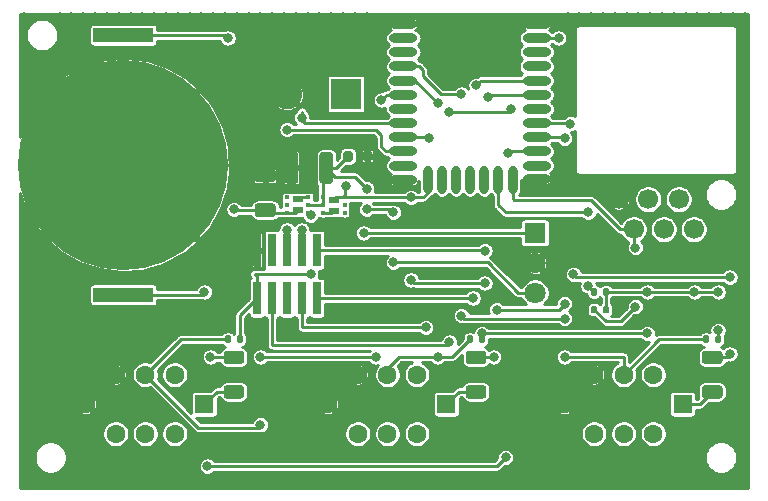
<source format=gbr>
%TF.GenerationSoftware,KiCad,Pcbnew,(5.1.9-0-10_14)*%
%TF.CreationDate,2021-07-01T16:44:21-07:00*%
%TF.ProjectId,vantroller_v5_switch,76616e74-726f-46c6-9c65-725f76355f73,rev?*%
%TF.SameCoordinates,Original*%
%TF.FileFunction,Copper,L1,Top*%
%TF.FilePolarity,Positive*%
%FSLAX46Y46*%
G04 Gerber Fmt 4.6, Leading zero omitted, Abs format (unit mm)*
G04 Created by KiCad (PCBNEW (5.1.9-0-10_14)) date 2021-07-01 16:44:21*
%MOMM*%
%LPD*%
G01*
G04 APERTURE LIST*
%TA.AperFunction,SMDPad,CuDef*%
%ADD10O,2.400000X0.800000*%
%TD*%
%TA.AperFunction,SMDPad,CuDef*%
%ADD11O,0.800000X2.400000*%
%TD*%
%TA.AperFunction,SMDPad,CuDef*%
%ADD12R,0.950000X0.613000*%
%TD*%
%TA.AperFunction,SMDPad,CuDef*%
%ADD13R,0.325000X0.300000*%
%TD*%
%TA.AperFunction,ComponentPad*%
%ADD14C,1.800000*%
%TD*%
%TA.AperFunction,ComponentPad*%
%ADD15R,1.800000X1.800000*%
%TD*%
%TA.AperFunction,ComponentPad*%
%ADD16C,1.600000*%
%TD*%
%TA.AperFunction,ComponentPad*%
%ADD17R,1.600000X1.600000*%
%TD*%
%TA.AperFunction,SMDPad,CuDef*%
%ADD18R,0.762000X2.794000*%
%TD*%
%TA.AperFunction,ComponentPad*%
%ADD19C,1.700000*%
%TD*%
%TA.AperFunction,ComponentPad*%
%ADD20C,2.600000*%
%TD*%
%TA.AperFunction,ComponentPad*%
%ADD21R,2.600000X2.600000*%
%TD*%
%TA.AperFunction,SMDPad,CuDef*%
%ADD22R,5.080000X1.270000*%
%TD*%
%TA.AperFunction,SMDPad,CuDef*%
%ADD23C,17.800000*%
%TD*%
%TA.AperFunction,ViaPad*%
%ADD24C,0.800000*%
%TD*%
%TA.AperFunction,Conductor*%
%ADD25C,0.250000*%
%TD*%
%TA.AperFunction,Conductor*%
%ADD26C,0.100000*%
%TD*%
G04 APERTURE END LIST*
D10*
%TO.P,U2,1*%
%TO.N,GND*%
X52350000Y-100300000D03*
%TO.P,U2,2*%
%TO.N,Net-(U2-Pad2)*%
X52350000Y-101500000D03*
%TO.P,U2,3*%
%TO.N,Net-(U2-Pad3)*%
X52350000Y-102700000D03*
%TO.P,U2,4*%
%TO.N,/BUTTON3*%
X52350000Y-103900000D03*
%TO.P,U2,5*%
%TO.N,/BUTTON2*%
X52350000Y-105100000D03*
%TO.P,U2,6*%
%TO.N,/BUTTON1*%
X52350000Y-106300000D03*
%TO.P,U2,7*%
%TO.N,Net-(U2-Pad7)*%
X52350000Y-107500000D03*
%TO.P,U2,8*%
%TO.N,/SWCLK*%
X52350000Y-108700000D03*
%TO.P,U2,9*%
%TO.N,/SWDIO*%
X52350000Y-109900000D03*
%TO.P,U2,10*%
%TO.N,/SWO*%
X52350000Y-111100000D03*
%TO.P,U2,11*%
%TO.N,Net-(U2-Pad11)*%
X52350000Y-112300000D03*
%TO.P,U2,12*%
%TO.N,GND*%
X52350000Y-113500000D03*
D11*
%TO.P,U2,13*%
%TO.N,+3V3*%
X54400000Y-113500000D03*
%TO.P,U2,14*%
%TO.N,Net-(U2-Pad14)*%
X55600000Y-113500000D03*
%TO.P,U2,15*%
%TO.N,Net-(U2-Pad15)*%
X56800000Y-113500000D03*
%TO.P,U2,16*%
%TO.N,Net-(U2-Pad16)*%
X58000000Y-113500000D03*
%TO.P,U2,17*%
%TO.N,Net-(U2-Pad17)*%
X59200000Y-113500000D03*
%TO.P,U2,18*%
%TO.N,/SCL*%
X60400000Y-113500000D03*
%TO.P,U2,19*%
%TO.N,/SDA*%
X61600000Y-113500000D03*
D10*
%TO.P,U2,20*%
%TO.N,GND*%
X63650000Y-113400000D03*
%TO.P,U2,21*%
%TO.N,Net-(U2-Pad21)*%
X63650000Y-112300000D03*
%TO.P,U2,22*%
%TO.N,/BUTTON1_LED*%
X63650000Y-111100000D03*
%TO.P,U2,23*%
%TO.N,/BUTTON2_LED*%
X63650000Y-109900000D03*
%TO.P,U2,24*%
%TO.N,/BUTTON3_LED*%
X63650000Y-108700000D03*
%TO.P,U2,25*%
%TO.N,Net-(U2-Pad25)*%
X63650000Y-107500000D03*
%TO.P,U2,26*%
%TO.N,/PTI_DATA*%
X63650000Y-106300000D03*
%TO.P,U2,27*%
%TO.N,/PTI_FRAME*%
X63650000Y-105100000D03*
%TO.P,U2,28*%
%TO.N,Net-(U2-Pad28)*%
X63650000Y-103900000D03*
%TO.P,U2,29*%
%TO.N,Net-(U2-Pad29)*%
X63650000Y-102700000D03*
%TO.P,U2,30*%
%TO.N,/RESETN*%
X63650000Y-101500000D03*
%TO.P,U2,31*%
%TO.N,GND*%
X63650000Y-100300000D03*
%TD*%
D12*
%TO.P,U6,6*%
%TO.N,+3V3*%
X46450000Y-115183500D03*
%TO.P,U6,3*%
%TO.N,Net-(U6-Pad3)*%
X46450000Y-116116500D03*
D13*
%TO.P,U6,6*%
%TO.N,+3V3*%
X47375000Y-115000000D03*
%TO.P,U6,4*%
%TO.N,Net-(U6-Pad4)*%
X47375000Y-116300000D03*
%TO.P,U6,5*%
%TO.N,Net-(U6-Pad5)*%
X47375000Y-115650000D03*
%TO.P,U6,3*%
%TO.N,Net-(U6-Pad3)*%
X45525000Y-116300000D03*
%TO.P,U6,2*%
%TO.N,OKI3.3*%
X45525000Y-115650000D03*
%TO.P,U6,1*%
X45525000Y-115000000D03*
%TD*%
D12*
%TO.P,U5,6*%
%TO.N,Net-(U5-Pad6)*%
X43395001Y-115168501D03*
%TO.P,U5,3*%
%TO.N,Net-(BT1-Pad1)*%
X43395001Y-116101501D03*
D13*
%TO.P,U5,6*%
%TO.N,Net-(U5-Pad6)*%
X44320001Y-114985001D03*
%TO.P,U5,4*%
%TO.N,+3V3*%
X44320001Y-116285001D03*
%TO.P,U5,5*%
%TO.N,OKI3.3*%
X44320001Y-115635001D03*
%TO.P,U5,3*%
%TO.N,Net-(BT1-Pad1)*%
X42470001Y-116285001D03*
%TO.P,U5,2*%
%TO.N,Net-(U5-Pad2)*%
X42470001Y-115635001D03*
%TO.P,U5,1*%
%TO.N,Net-(U5-Pad1)*%
X42470001Y-114985001D03*
%TD*%
D14*
%TO.P,U1,3*%
%TO.N,OKI3.3*%
X63500000Y-123080000D03*
%TO.P,U1,2*%
%TO.N,GND*%
X63500000Y-120540000D03*
D15*
%TO.P,U1,1*%
%TO.N,+12V*%
X63500000Y-118000000D03*
%TD*%
D16*
%TO.P,S3,1*%
%TO.N,Net-(S3-Pad1)*%
X73500000Y-130000000D03*
%TO.P,S3,2*%
%TO.N,/BUTTON3*%
X71000000Y-130000000D03*
%TO.P,S3,3*%
%TO.N,GND*%
X68500000Y-130000000D03*
%TO.P,S3,4*%
%TO.N,Net-(S3-Pad4)*%
X73500000Y-135000000D03*
%TO.P,S3,5*%
%TO.N,Net-(S3-Pad5)*%
X71000000Y-135000000D03*
%TO.P,S3,6*%
%TO.N,Net-(S3-Pad6)*%
X68500000Y-135000000D03*
D17*
%TO.P,S3,L1*%
%TO.N,Net-(R6-Pad2)*%
X76000000Y-132500000D03*
D16*
%TO.P,S3,L2*%
%TO.N,GND*%
X66000000Y-132500000D03*
%TD*%
%TO.P,S2,1*%
%TO.N,Net-(S2-Pad1)*%
X53500000Y-130000000D03*
%TO.P,S2,2*%
%TO.N,/BUTTON2*%
X51000000Y-130000000D03*
%TO.P,S2,3*%
%TO.N,GND*%
X48500000Y-130000000D03*
%TO.P,S2,4*%
%TO.N,Net-(S2-Pad4)*%
X53500000Y-135000000D03*
%TO.P,S2,5*%
%TO.N,Net-(S2-Pad5)*%
X51000000Y-135000000D03*
%TO.P,S2,6*%
%TO.N,Net-(S2-Pad6)*%
X48500000Y-135000000D03*
D17*
%TO.P,S2,L1*%
%TO.N,Net-(R4-Pad2)*%
X56000000Y-132500000D03*
D16*
%TO.P,S2,L2*%
%TO.N,GND*%
X46000000Y-132500000D03*
%TD*%
%TO.P,S1,1*%
%TO.N,Net-(S1-Pad1)*%
X33000000Y-130000000D03*
%TO.P,S1,2*%
%TO.N,/BUTTON1*%
X30500000Y-130000000D03*
%TO.P,S1,3*%
%TO.N,GND*%
X28000000Y-130000000D03*
%TO.P,S1,4*%
%TO.N,Net-(S1-Pad4)*%
X33000000Y-135000000D03*
%TO.P,S1,5*%
%TO.N,Net-(S1-Pad5)*%
X30500000Y-135000000D03*
%TO.P,S1,6*%
%TO.N,Net-(S1-Pad6)*%
X28000000Y-135000000D03*
D17*
%TO.P,S1,L1*%
%TO.N,Net-(R2-Pad2)*%
X35500000Y-132500000D03*
D16*
%TO.P,S1,L2*%
%TO.N,GND*%
X25500000Y-132500000D03*
%TD*%
%TO.P,R28,2*%
%TO.N,OKI3.3*%
%TA.AperFunction,SMDPad,CuDef*%
G36*
G01*
X48075000Y-111225000D02*
X48075000Y-111775000D01*
G75*
G02*
X47875000Y-111975000I-200000J0D01*
G01*
X47475000Y-111975000D01*
G75*
G02*
X47275000Y-111775000I0J200000D01*
G01*
X47275000Y-111225000D01*
G75*
G02*
X47475000Y-111025000I200000J0D01*
G01*
X47875000Y-111025000D01*
G75*
G02*
X48075000Y-111225000I0J-200000D01*
G01*
G37*
%TD.AperFunction*%
%TO.P,R28,1*%
%TO.N,GND*%
%TA.AperFunction,SMDPad,CuDef*%
G36*
G01*
X49725000Y-111225000D02*
X49725000Y-111775000D01*
G75*
G02*
X49525000Y-111975000I-200000J0D01*
G01*
X49125000Y-111975000D01*
G75*
G02*
X48925000Y-111775000I0J200000D01*
G01*
X48925000Y-111225000D01*
G75*
G02*
X49125000Y-111025000I200000J0D01*
G01*
X49525000Y-111025000D01*
G75*
G02*
X49725000Y-111225000I0J-200000D01*
G01*
G37*
%TD.AperFunction*%
%TD*%
%TO.P,R8,2*%
%TO.N,+3V3*%
%TA.AperFunction,SMDPad,CuDef*%
G36*
G01*
X69240000Y-124685000D02*
X69240000Y-124315000D01*
G75*
G02*
X69375000Y-124180000I135000J0D01*
G01*
X69645000Y-124180000D01*
G75*
G02*
X69780000Y-124315000I0J-135000D01*
G01*
X69780000Y-124685000D01*
G75*
G02*
X69645000Y-124820000I-135000J0D01*
G01*
X69375000Y-124820000D01*
G75*
G02*
X69240000Y-124685000I0J135000D01*
G01*
G37*
%TD.AperFunction*%
%TO.P,R8,1*%
%TO.N,/SDA*%
%TA.AperFunction,SMDPad,CuDef*%
G36*
G01*
X68220000Y-124685000D02*
X68220000Y-124315000D01*
G75*
G02*
X68355000Y-124180000I135000J0D01*
G01*
X68625000Y-124180000D01*
G75*
G02*
X68760000Y-124315000I0J-135000D01*
G01*
X68760000Y-124685000D01*
G75*
G02*
X68625000Y-124820000I-135000J0D01*
G01*
X68355000Y-124820000D01*
G75*
G02*
X68220000Y-124685000I0J135000D01*
G01*
G37*
%TD.AperFunction*%
%TD*%
%TO.P,R7,2*%
%TO.N,+3V3*%
%TA.AperFunction,SMDPad,CuDef*%
G36*
G01*
X69240000Y-123185000D02*
X69240000Y-122815000D01*
G75*
G02*
X69375000Y-122680000I135000J0D01*
G01*
X69645000Y-122680000D01*
G75*
G02*
X69780000Y-122815000I0J-135000D01*
G01*
X69780000Y-123185000D01*
G75*
G02*
X69645000Y-123320000I-135000J0D01*
G01*
X69375000Y-123320000D01*
G75*
G02*
X69240000Y-123185000I0J135000D01*
G01*
G37*
%TD.AperFunction*%
%TO.P,R7,1*%
%TO.N,/SCL*%
%TA.AperFunction,SMDPad,CuDef*%
G36*
G01*
X68220000Y-123185000D02*
X68220000Y-122815000D01*
G75*
G02*
X68355000Y-122680000I135000J0D01*
G01*
X68625000Y-122680000D01*
G75*
G02*
X68760000Y-122815000I0J-135000D01*
G01*
X68760000Y-123185000D01*
G75*
G02*
X68625000Y-123320000I-135000J0D01*
G01*
X68355000Y-123320000D01*
G75*
G02*
X68220000Y-123185000I0J135000D01*
G01*
G37*
%TD.AperFunction*%
%TD*%
%TO.P,R6,2*%
%TO.N,Net-(R6-Pad2)*%
%TA.AperFunction,SMDPad,CuDef*%
G36*
G01*
X77874999Y-130900000D02*
X79125001Y-130900000D01*
G75*
G02*
X79375000Y-131149999I0J-249999D01*
G01*
X79375000Y-131775001D01*
G75*
G02*
X79125001Y-132025000I-249999J0D01*
G01*
X77874999Y-132025000D01*
G75*
G02*
X77625000Y-131775001I0J249999D01*
G01*
X77625000Y-131149999D01*
G75*
G02*
X77874999Y-130900000I249999J0D01*
G01*
G37*
%TD.AperFunction*%
%TO.P,R6,1*%
%TO.N,/BUTTON3_LED*%
%TA.AperFunction,SMDPad,CuDef*%
G36*
G01*
X77874999Y-127975000D02*
X79125001Y-127975000D01*
G75*
G02*
X79375000Y-128224999I0J-249999D01*
G01*
X79375000Y-128850001D01*
G75*
G02*
X79125001Y-129100000I-249999J0D01*
G01*
X77874999Y-129100000D01*
G75*
G02*
X77625000Y-128850001I0J249999D01*
G01*
X77625000Y-128224999D01*
G75*
G02*
X77874999Y-127975000I249999J0D01*
G01*
G37*
%TD.AperFunction*%
%TD*%
%TO.P,R5,2*%
%TO.N,+3V3*%
%TA.AperFunction,SMDPad,CuDef*%
G36*
G01*
X78740000Y-127185000D02*
X78740000Y-126815000D01*
G75*
G02*
X78875000Y-126680000I135000J0D01*
G01*
X79145000Y-126680000D01*
G75*
G02*
X79280000Y-126815000I0J-135000D01*
G01*
X79280000Y-127185000D01*
G75*
G02*
X79145000Y-127320000I-135000J0D01*
G01*
X78875000Y-127320000D01*
G75*
G02*
X78740000Y-127185000I0J135000D01*
G01*
G37*
%TD.AperFunction*%
%TO.P,R5,1*%
%TO.N,/BUTTON3*%
%TA.AperFunction,SMDPad,CuDef*%
G36*
G01*
X77720000Y-127185000D02*
X77720000Y-126815000D01*
G75*
G02*
X77855000Y-126680000I135000J0D01*
G01*
X78125000Y-126680000D01*
G75*
G02*
X78260000Y-126815000I0J-135000D01*
G01*
X78260000Y-127185000D01*
G75*
G02*
X78125000Y-127320000I-135000J0D01*
G01*
X77855000Y-127320000D01*
G75*
G02*
X77720000Y-127185000I0J135000D01*
G01*
G37*
%TD.AperFunction*%
%TD*%
%TO.P,R4,2*%
%TO.N,Net-(R4-Pad2)*%
%TA.AperFunction,SMDPad,CuDef*%
G36*
G01*
X57874999Y-130900000D02*
X59125001Y-130900000D01*
G75*
G02*
X59375000Y-131149999I0J-249999D01*
G01*
X59375000Y-131775001D01*
G75*
G02*
X59125001Y-132025000I-249999J0D01*
G01*
X57874999Y-132025000D01*
G75*
G02*
X57625000Y-131775001I0J249999D01*
G01*
X57625000Y-131149999D01*
G75*
G02*
X57874999Y-130900000I249999J0D01*
G01*
G37*
%TD.AperFunction*%
%TO.P,R4,1*%
%TO.N,/BUTTON2_LED*%
%TA.AperFunction,SMDPad,CuDef*%
G36*
G01*
X57874999Y-127975000D02*
X59125001Y-127975000D01*
G75*
G02*
X59375000Y-128224999I0J-249999D01*
G01*
X59375000Y-128850001D01*
G75*
G02*
X59125001Y-129100000I-249999J0D01*
G01*
X57874999Y-129100000D01*
G75*
G02*
X57625000Y-128850001I0J249999D01*
G01*
X57625000Y-128224999D01*
G75*
G02*
X57874999Y-127975000I249999J0D01*
G01*
G37*
%TD.AperFunction*%
%TD*%
%TO.P,R3,2*%
%TO.N,+3V3*%
%TA.AperFunction,SMDPad,CuDef*%
G36*
G01*
X58740000Y-127185000D02*
X58740000Y-126815000D01*
G75*
G02*
X58875000Y-126680000I135000J0D01*
G01*
X59145000Y-126680000D01*
G75*
G02*
X59280000Y-126815000I0J-135000D01*
G01*
X59280000Y-127185000D01*
G75*
G02*
X59145000Y-127320000I-135000J0D01*
G01*
X58875000Y-127320000D01*
G75*
G02*
X58740000Y-127185000I0J135000D01*
G01*
G37*
%TD.AperFunction*%
%TO.P,R3,1*%
%TO.N,/BUTTON2*%
%TA.AperFunction,SMDPad,CuDef*%
G36*
G01*
X57720000Y-127185000D02*
X57720000Y-126815000D01*
G75*
G02*
X57855000Y-126680000I135000J0D01*
G01*
X58125000Y-126680000D01*
G75*
G02*
X58260000Y-126815000I0J-135000D01*
G01*
X58260000Y-127185000D01*
G75*
G02*
X58125000Y-127320000I-135000J0D01*
G01*
X57855000Y-127320000D01*
G75*
G02*
X57720000Y-127185000I0J135000D01*
G01*
G37*
%TD.AperFunction*%
%TD*%
%TO.P,R2,2*%
%TO.N,Net-(R2-Pad2)*%
%TA.AperFunction,SMDPad,CuDef*%
G36*
G01*
X37374999Y-130900000D02*
X38625001Y-130900000D01*
G75*
G02*
X38875000Y-131149999I0J-249999D01*
G01*
X38875000Y-131775001D01*
G75*
G02*
X38625001Y-132025000I-249999J0D01*
G01*
X37374999Y-132025000D01*
G75*
G02*
X37125000Y-131775001I0J249999D01*
G01*
X37125000Y-131149999D01*
G75*
G02*
X37374999Y-130900000I249999J0D01*
G01*
G37*
%TD.AperFunction*%
%TO.P,R2,1*%
%TO.N,/BUTTON1_LED*%
%TA.AperFunction,SMDPad,CuDef*%
G36*
G01*
X37374999Y-127975000D02*
X38625001Y-127975000D01*
G75*
G02*
X38875000Y-128224999I0J-249999D01*
G01*
X38875000Y-128850001D01*
G75*
G02*
X38625001Y-129100000I-249999J0D01*
G01*
X37374999Y-129100000D01*
G75*
G02*
X37125000Y-128850001I0J249999D01*
G01*
X37125000Y-128224999D01*
G75*
G02*
X37374999Y-127975000I249999J0D01*
G01*
G37*
%TD.AperFunction*%
%TD*%
%TO.P,R1,2*%
%TO.N,+3V3*%
%TA.AperFunction,SMDPad,CuDef*%
G36*
G01*
X38240000Y-127185000D02*
X38240000Y-126815000D01*
G75*
G02*
X38375000Y-126680000I135000J0D01*
G01*
X38645000Y-126680000D01*
G75*
G02*
X38780000Y-126815000I0J-135000D01*
G01*
X38780000Y-127185000D01*
G75*
G02*
X38645000Y-127320000I-135000J0D01*
G01*
X38375000Y-127320000D01*
G75*
G02*
X38240000Y-127185000I0J135000D01*
G01*
G37*
%TD.AperFunction*%
%TO.P,R1,1*%
%TO.N,/BUTTON1*%
%TA.AperFunction,SMDPad,CuDef*%
G36*
G01*
X37220000Y-127185000D02*
X37220000Y-126815000D01*
G75*
G02*
X37355000Y-126680000I135000J0D01*
G01*
X37625000Y-126680000D01*
G75*
G02*
X37760000Y-126815000I0J-135000D01*
G01*
X37760000Y-127185000D01*
G75*
G02*
X37625000Y-127320000I-135000J0D01*
G01*
X37355000Y-127320000D01*
G75*
G02*
X37220000Y-127185000I0J135000D01*
G01*
G37*
%TD.AperFunction*%
%TD*%
D18*
%TO.P,J3,1*%
%TO.N,+3V3*%
X39960000Y-123532000D03*
%TO.P,J3,2*%
%TO.N,GND*%
X39960000Y-119468000D03*
%TO.P,J3,3*%
%TO.N,/RESETN*%
X41230000Y-123532000D03*
%TO.P,J3,4*%
%TO.N,Net-(J3-Pad4)*%
X41230000Y-119468000D03*
%TO.P,J3,5*%
%TO.N,Net-(J3-Pad5)*%
X42500000Y-123532000D03*
%TO.P,J3,6*%
%TO.N,/SWO*%
X42500000Y-119468000D03*
%TO.P,J3,7*%
%TO.N,/SWDIO*%
X43770000Y-123532000D03*
%TO.P,J3,8*%
%TO.N,/SWCLK*%
X43770000Y-119468000D03*
%TO.P,J3,9*%
%TO.N,/PTI_FRAME*%
X45040000Y-123532000D03*
%TO.P,J3,10*%
%TO.N,/PTI_DATA*%
X45040000Y-119468000D03*
%TD*%
D19*
%TO.P,J2,6*%
%TO.N,+3V3*%
X76925000Y-117690000D03*
%TO.P,J2,4*%
%TO.N,Net-(J2-Pad4)*%
X74385000Y-117690000D03*
%TO.P,J2,2*%
%TO.N,/SDA*%
X71845000Y-117690000D03*
%TO.P,J2,5*%
%TO.N,Net-(J2-Pad5)*%
X75655000Y-115150000D03*
%TO.P,J2,3*%
%TO.N,/SCL*%
X73095000Y-115150000D03*
%TO.P,J2,1*%
%TO.N,GND*%
X70575000Y-115150000D03*
%TD*%
D20*
%TO.P,J1,2*%
%TO.N,GND*%
X42500000Y-106250000D03*
D21*
%TO.P,J1,1*%
%TO.N,+12V*%
X47500000Y-106250000D03*
%TD*%
%TO.P,C7,2*%
%TO.N,GND*%
%TA.AperFunction,SMDPad,CuDef*%
G36*
G01*
X43450000Y-111399999D02*
X43450000Y-113600001D01*
G75*
G02*
X43200001Y-113850000I-249999J0D01*
G01*
X42549999Y-113850000D01*
G75*
G02*
X42300000Y-113600001I0J249999D01*
G01*
X42300000Y-111399999D01*
G75*
G02*
X42549999Y-111150000I249999J0D01*
G01*
X43200001Y-111150000D01*
G75*
G02*
X43450000Y-111399999I0J-249999D01*
G01*
G37*
%TD.AperFunction*%
%TO.P,C7,1*%
%TO.N,OKI3.3*%
%TA.AperFunction,SMDPad,CuDef*%
G36*
G01*
X46400000Y-111399999D02*
X46400000Y-113600001D01*
G75*
G02*
X46150001Y-113850000I-249999J0D01*
G01*
X45499999Y-113850000D01*
G75*
G02*
X45250000Y-113600001I0J249999D01*
G01*
X45250000Y-111399999D01*
G75*
G02*
X45499999Y-111150000I249999J0D01*
G01*
X46150001Y-111150000D01*
G75*
G02*
X46400000Y-111399999I0J-249999D01*
G01*
G37*
%TD.AperFunction*%
%TD*%
%TO.P,C4,2*%
%TO.N,GND*%
%TA.AperFunction,SMDPad,CuDef*%
G36*
G01*
X41300001Y-113700000D02*
X39999999Y-113700000D01*
G75*
G02*
X39750000Y-113450001I0J249999D01*
G01*
X39750000Y-112799999D01*
G75*
G02*
X39999999Y-112550000I249999J0D01*
G01*
X41300001Y-112550000D01*
G75*
G02*
X41550000Y-112799999I0J-249999D01*
G01*
X41550000Y-113450001D01*
G75*
G02*
X41300001Y-113700000I-249999J0D01*
G01*
G37*
%TD.AperFunction*%
%TO.P,C4,1*%
%TO.N,Net-(BT1-Pad1)*%
%TA.AperFunction,SMDPad,CuDef*%
G36*
G01*
X41300001Y-116650000D02*
X39999999Y-116650000D01*
G75*
G02*
X39750000Y-116400001I0J249999D01*
G01*
X39750000Y-115749999D01*
G75*
G02*
X39999999Y-115500000I249999J0D01*
G01*
X41300001Y-115500000D01*
G75*
G02*
X41550000Y-115749999I0J-249999D01*
G01*
X41550000Y-116400001D01*
G75*
G02*
X41300001Y-116650000I-249999J0D01*
G01*
G37*
%TD.AperFunction*%
%TD*%
D22*
%TO.P,BT1,1*%
%TO.N,Net-(BT1-Pad1)*%
X28650000Y-101265000D03*
X28650000Y-123235000D03*
D23*
%TO.P,BT1,2*%
%TO.N,GND*%
X28650000Y-112250000D03*
%TD*%
D24*
%TO.N,Net-(BT1-Pad1)*%
X38000000Y-116000000D03*
X35500000Y-123000000D03*
X37500000Y-101500000D03*
%TO.N,GND*%
X62000000Y-130000000D03*
X61500000Y-120500000D03*
X35250000Y-139250000D03*
X34250000Y-139250000D03*
X33250000Y-139250000D03*
X32250000Y-139250000D03*
X31250000Y-139250000D03*
X30250000Y-139250000D03*
X29250000Y-139250000D03*
X28250000Y-139250000D03*
X27250000Y-139250000D03*
X26250000Y-139250000D03*
X25250000Y-139250000D03*
X24250000Y-139250000D03*
X23250000Y-139250000D03*
X22250000Y-139250000D03*
X21250000Y-139250000D03*
X20250000Y-139250000D03*
X51250000Y-139250000D03*
X50250000Y-139250000D03*
X49250000Y-139250000D03*
X48250000Y-139250000D03*
X47250000Y-139250000D03*
X46250000Y-139250000D03*
X45250000Y-139250000D03*
X44250000Y-139250000D03*
X43250000Y-139250000D03*
X42250000Y-139250000D03*
X41250000Y-139250000D03*
X40250000Y-139250000D03*
X39250000Y-139250000D03*
X38250000Y-139250000D03*
X37250000Y-139250000D03*
X36250000Y-139250000D03*
X67250000Y-139250000D03*
X66250000Y-139250000D03*
X65250000Y-139250000D03*
X64250000Y-139250000D03*
X63250000Y-139250000D03*
X62250000Y-139250000D03*
X61250000Y-139250000D03*
X60250000Y-139250000D03*
X59250000Y-139250000D03*
X58250000Y-139250000D03*
X57250000Y-139250000D03*
X56250000Y-139250000D03*
X55250000Y-139250000D03*
X54250000Y-139250000D03*
X53250000Y-139250000D03*
X52250000Y-139250000D03*
X81250000Y-139250000D03*
X80250000Y-139250000D03*
X79250000Y-139250000D03*
X78250000Y-139250000D03*
X77250000Y-139250000D03*
X76250000Y-139250000D03*
X75250000Y-139250000D03*
X74250000Y-139250000D03*
X73250000Y-139250000D03*
X72250000Y-139250000D03*
X71250000Y-139250000D03*
X70250000Y-139250000D03*
X69250000Y-139250000D03*
X68250000Y-139250000D03*
X33250000Y-99750000D03*
X32250000Y-99750000D03*
X31250000Y-99750000D03*
X30250000Y-99750000D03*
X29250000Y-99750000D03*
X28250000Y-99750000D03*
X27250000Y-99750000D03*
X26250000Y-99750000D03*
X25250000Y-99750000D03*
X24250000Y-99750000D03*
X23250000Y-99750000D03*
X20250000Y-99750000D03*
X49250000Y-99750000D03*
X48250000Y-99750000D03*
X47250000Y-99750000D03*
X46250000Y-99750000D03*
X45250000Y-99750000D03*
X44250000Y-99750000D03*
X43250000Y-99750000D03*
X42250000Y-99750000D03*
X41250000Y-99750000D03*
X40250000Y-99750000D03*
X39250000Y-99750000D03*
X38250000Y-99750000D03*
X37250000Y-99750000D03*
X36250000Y-99750000D03*
X35250000Y-99750000D03*
X34250000Y-99750000D03*
X81250000Y-99750000D03*
X80250000Y-99750000D03*
X79250000Y-99750000D03*
X78250000Y-99750000D03*
X77250000Y-99750000D03*
X76250000Y-99750000D03*
X75250000Y-99750000D03*
X74250000Y-99750000D03*
X73250000Y-99750000D03*
X72250000Y-99750000D03*
X71250000Y-99750000D03*
X70250000Y-99750000D03*
X69250000Y-99750000D03*
X68250000Y-99750000D03*
X67250000Y-99750000D03*
X66250000Y-99750000D03*
X81250000Y-131000000D03*
X81250000Y-132000000D03*
X81250000Y-133000000D03*
X81250000Y-134000000D03*
X81250000Y-135000000D03*
X81250000Y-136000000D03*
X81250000Y-137000000D03*
X81250000Y-138000000D03*
X81250000Y-115000000D03*
X81250000Y-116000000D03*
X81250000Y-117000000D03*
X81250000Y-118000000D03*
X81250000Y-119000000D03*
X81250000Y-120000000D03*
X81250000Y-121000000D03*
X81250000Y-122000000D03*
X81250000Y-123000000D03*
X81250000Y-124000000D03*
X81250000Y-125000000D03*
X81250000Y-126000000D03*
X81250000Y-127000000D03*
X81250000Y-128000000D03*
X81250000Y-129000000D03*
X81250000Y-130000000D03*
X81250000Y-101000000D03*
X81250000Y-102000000D03*
X81250000Y-103000000D03*
X81250000Y-104000000D03*
X81250000Y-105000000D03*
X81250000Y-106000000D03*
X81250000Y-107000000D03*
X81250000Y-108000000D03*
X81250000Y-109000000D03*
X81250000Y-110000000D03*
X81250000Y-111000000D03*
X81250000Y-112000000D03*
X81250000Y-113000000D03*
X81250000Y-114000000D03*
X20250000Y-131000000D03*
X20250000Y-132000000D03*
X20250000Y-133000000D03*
X20250000Y-134000000D03*
X20250000Y-135000000D03*
X20250000Y-136000000D03*
X20250000Y-137000000D03*
X20250000Y-138000000D03*
X20250000Y-122000000D03*
X20250000Y-123000000D03*
X20250000Y-124000000D03*
X20250000Y-125000000D03*
X20250000Y-126000000D03*
X20250000Y-127000000D03*
X20250000Y-128000000D03*
X20250000Y-129000000D03*
X20250000Y-130000000D03*
%TO.N,+12V*%
X49000000Y-118000000D03*
%TO.N,+3V3*%
X47500000Y-114000000D03*
X44500000Y-116500000D03*
X77000000Y-123000000D03*
X79000000Y-126250000D03*
X79000000Y-123000000D03*
X53000000Y-115000000D03*
X59000000Y-126500000D03*
X59250000Y-122250000D03*
X53000000Y-122000000D03*
X73000000Y-123000000D03*
X73000000Y-126500000D03*
X44500000Y-121500000D03*
%TO.N,/SDA*%
X72000000Y-124250000D03*
X72000000Y-119250000D03*
%TO.N,/SCL*%
X68000000Y-116250000D03*
X68000000Y-122500000D03*
%TO.N,/RESETN*%
X56250000Y-127250000D03*
X56250000Y-107750000D03*
X61500000Y-107500000D03*
X65500000Y-101500000D03*
%TO.N,/SWO*%
X42500000Y-109250000D03*
X42500000Y-117750000D03*
%TO.N,/SWDIO*%
X54500000Y-110000000D03*
X54250000Y-126000000D03*
%TO.N,/SWCLK*%
X43750000Y-108250000D03*
X43750000Y-117750000D03*
%TO.N,/PTI_FRAME*%
X58500000Y-105500000D03*
X58250000Y-123500000D03*
%TO.N,/PTI_DATA*%
X59500000Y-106500000D03*
X59250000Y-119500000D03*
%TO.N,/BUTTON1*%
X40250000Y-134250000D03*
X40250000Y-128500000D03*
X50000000Y-128500000D03*
X50500000Y-106750000D03*
%TO.N,/BUTTON1_LED*%
X36000000Y-128500000D03*
X35750000Y-137750000D03*
X61000000Y-137000000D03*
X61250000Y-111250000D03*
%TO.N,/BUTTON2*%
X55250000Y-128500000D03*
X55250000Y-107000000D03*
%TO.N,/BUTTON2_LED*%
X60000000Y-128500000D03*
X60250000Y-124500000D03*
X66000000Y-124000000D03*
X66000000Y-110000000D03*
%TO.N,/BUTTON3*%
X66000000Y-128500000D03*
X66000000Y-125250000D03*
X57250000Y-125000000D03*
X57250000Y-106250000D03*
%TO.N,/BUTTON3_LED*%
X80000000Y-128250000D03*
X80000000Y-121750000D03*
X66750000Y-121500000D03*
X66500000Y-108750000D03*
%TO.N,OKI3.3*%
X49250000Y-114250000D03*
X49250000Y-116000000D03*
X51500000Y-116250000D03*
X51500000Y-120500000D03*
%TD*%
D25*
%TO.N,Net-(BT1-Pad1)*%
X42470001Y-116285001D02*
X43211501Y-116285001D01*
X43211501Y-116285001D02*
X43395001Y-116101501D01*
X42470001Y-116285001D02*
X40860001Y-116285001D01*
X40860001Y-116285001D02*
X40650000Y-116075000D01*
X28650000Y-123235000D02*
X35265000Y-123235000D01*
X38075000Y-116075000D02*
X40650000Y-116075000D01*
X38000000Y-116000000D02*
X38075000Y-116075000D01*
X35265000Y-123235000D02*
X35500000Y-123000000D01*
X28650000Y-101265000D02*
X37265000Y-101265000D01*
X37265000Y-101265000D02*
X37500000Y-101500000D01*
%TO.N,GND*%
X49325000Y-111500000D02*
X49325000Y-110000000D01*
X42875000Y-112500000D02*
X41275000Y-112500000D01*
X41275000Y-112500000D02*
X40650000Y-113125000D01*
X28650000Y-112250000D02*
X39775000Y-112250000D01*
X39775000Y-112250000D02*
X40650000Y-113125000D01*
X25500000Y-132500000D02*
X28000000Y-130000000D01*
X46000000Y-132500000D02*
X48500000Y-130000000D01*
X66000000Y-132500000D02*
X68500000Y-130000000D01*
X63500000Y-120540000D02*
X61540000Y-120540000D01*
X62000000Y-130000000D02*
X68500000Y-130000000D01*
X61540000Y-120540000D02*
X61500000Y-120500000D01*
X42875000Y-112500000D02*
X42875000Y-110375000D01*
X43250000Y-110000000D02*
X49325000Y-110000000D01*
X42875000Y-110375000D02*
X43250000Y-110000000D01*
X52350000Y-113500000D02*
X49250000Y-113500000D01*
X49325000Y-113425000D02*
X49325000Y-111500000D01*
X49250000Y-113500000D02*
X49325000Y-113425000D01*
X52350000Y-100300000D02*
X49700000Y-100300000D01*
X46250000Y-102500000D02*
X42500000Y-106250000D01*
X47500000Y-102500000D02*
X46250000Y-102500000D01*
X47500000Y-102500000D02*
X49700000Y-100300000D01*
%TO.N,+12V*%
X63500000Y-118000000D02*
X49000000Y-118000000D01*
%TO.N,+3V3*%
X44320001Y-116285001D02*
X44320001Y-116320001D01*
X47375000Y-114125000D02*
X47375000Y-115000000D01*
X47500000Y-114000000D02*
X47375000Y-114125000D01*
X44320001Y-116320001D02*
X44500000Y-116500000D01*
X47375000Y-115000000D02*
X46633500Y-115000000D01*
X46633500Y-115000000D02*
X46450000Y-115183500D01*
X47375000Y-115000000D02*
X53000000Y-115000000D01*
X53000000Y-115000000D02*
X54000000Y-115000000D01*
X54400000Y-114600000D02*
X54400000Y-113500000D01*
X54000000Y-115000000D02*
X54400000Y-114600000D01*
X69510000Y-123000000D02*
X73000000Y-123000000D01*
X73000000Y-123000000D02*
X77000000Y-123000000D01*
X77000000Y-123000000D02*
X79000000Y-123000000D01*
X79010000Y-126260000D02*
X79010000Y-127000000D01*
X79000000Y-126250000D02*
X79010000Y-126260000D01*
X69510000Y-123000000D02*
X69510000Y-124500000D01*
X59010000Y-127000000D02*
X59010000Y-126510000D01*
X59000000Y-126500000D02*
X59010000Y-126510000D01*
X53250000Y-122250000D02*
X59250000Y-122250000D01*
X53000000Y-122000000D02*
X53250000Y-122250000D01*
X59000000Y-126500000D02*
X73000000Y-126500000D01*
X38510000Y-127000000D02*
X38510000Y-124982000D01*
X38510000Y-124982000D02*
X39960000Y-123532000D01*
X39960000Y-121710000D02*
X39960000Y-123532000D01*
X39750000Y-121500000D02*
X39960000Y-121710000D01*
X44500000Y-121500000D02*
X39750000Y-121500000D01*
%TO.N,/SDA*%
X61600000Y-113500000D02*
X61600000Y-115100000D01*
X70690000Y-117690000D02*
X71845000Y-117690000D01*
X68250000Y-115250000D02*
X70690000Y-117690000D01*
X61750000Y-115250000D02*
X68250000Y-115250000D01*
X61600000Y-115100000D02*
X61750000Y-115250000D01*
X71845000Y-117690000D02*
X71845000Y-119095000D01*
X69490000Y-125500000D02*
X68490000Y-124500000D01*
X70750000Y-125500000D02*
X69490000Y-125500000D01*
X72000000Y-124250000D02*
X70750000Y-125500000D01*
X71845000Y-119095000D02*
X72000000Y-119250000D01*
%TO.N,/SCL*%
X60400000Y-113500000D02*
X60400000Y-115650000D01*
X61000000Y-116250000D02*
X68000000Y-116250000D01*
X60400000Y-115650000D02*
X61000000Y-116250000D01*
X68490000Y-122990000D02*
X68490000Y-123000000D01*
X68000000Y-122500000D02*
X68490000Y-122990000D01*
%TO.N,/RESETN*%
X63650000Y-101500000D02*
X65500000Y-101500000D01*
X41230000Y-127480000D02*
X41230000Y-123532000D01*
X41250000Y-127500000D02*
X41230000Y-127480000D01*
X56000000Y-127500000D02*
X41250000Y-127500000D01*
X56250000Y-127250000D02*
X56000000Y-127500000D01*
X61250000Y-107750000D02*
X56250000Y-107750000D01*
X61500000Y-107500000D02*
X61250000Y-107750000D01*
%TO.N,/SWO*%
X42500000Y-119468000D02*
X42500000Y-117750000D01*
X50850000Y-111100000D02*
X52350000Y-111100000D01*
X50500000Y-110750000D02*
X50850000Y-111100000D01*
X50500000Y-109750000D02*
X50500000Y-110750000D01*
X50000000Y-109250000D02*
X50500000Y-109750000D01*
X42500000Y-109250000D02*
X50000000Y-109250000D01*
%TO.N,/SWDIO*%
X43770000Y-123532000D02*
X43770000Y-125980000D01*
X54400000Y-109900000D02*
X52350000Y-109900000D01*
X54500000Y-110000000D02*
X54400000Y-109900000D01*
X43790000Y-126000000D02*
X54250000Y-126000000D01*
X43770000Y-125980000D02*
X43790000Y-126000000D01*
%TO.N,/SWCLK*%
X43770000Y-119468000D02*
X43770000Y-117770000D01*
X43750000Y-108400000D02*
X43750000Y-107750000D01*
X44050000Y-108700000D02*
X43750000Y-108400000D01*
X52350000Y-108700000D02*
X44050000Y-108700000D01*
X43770000Y-117770000D02*
X43750000Y-117750000D01*
%TO.N,/PTI_FRAME*%
X45040000Y-123532000D02*
X58218000Y-123532000D01*
X58900000Y-105100000D02*
X63650000Y-105100000D01*
X58500000Y-105500000D02*
X58900000Y-105100000D01*
X58218000Y-123532000D02*
X58250000Y-123500000D01*
%TO.N,/PTI_DATA*%
X45040000Y-119468000D02*
X59218000Y-119468000D01*
X59700000Y-106300000D02*
X63650000Y-106300000D01*
X59500000Y-106500000D02*
X59700000Y-106300000D01*
X59218000Y-119468000D02*
X59250000Y-119500000D01*
%TO.N,/BUTTON1*%
X37490000Y-127000000D02*
X33500000Y-127000000D01*
X33500000Y-127000000D02*
X30500000Y-130000000D01*
X52350000Y-106300000D02*
X50950000Y-106300000D01*
X35000000Y-134500000D02*
X30500000Y-130000000D01*
X40000000Y-134500000D02*
X35000000Y-134500000D01*
X40250000Y-134250000D02*
X40000000Y-134500000D01*
X50000000Y-128500000D02*
X40250000Y-128500000D01*
X50950000Y-106300000D02*
X50500000Y-106750000D01*
%TO.N,Net-(R2-Pad2)*%
X38000000Y-131462500D02*
X36537500Y-131462500D01*
X36537500Y-131462500D02*
X35500000Y-132500000D01*
%TO.N,/BUTTON1_LED*%
X63650000Y-111100000D02*
X61400000Y-111100000D01*
X36037500Y-128537500D02*
X38000000Y-128537500D01*
X36000000Y-128500000D02*
X36037500Y-128537500D01*
X60250000Y-137750000D02*
X35750000Y-137750000D01*
X61000000Y-137000000D02*
X60250000Y-137750000D01*
X61400000Y-111100000D02*
X61250000Y-111250000D01*
%TO.N,/BUTTON2*%
X52350000Y-105100000D02*
X53350000Y-105100000D01*
X51000000Y-129500000D02*
X51000000Y-130000000D01*
X52000000Y-128500000D02*
X51000000Y-129500000D01*
X55250000Y-128500000D02*
X52000000Y-128500000D01*
X53350000Y-105100000D02*
X55250000Y-107000000D01*
X55250000Y-128500000D02*
X56500000Y-128500000D01*
X57990000Y-127010000D02*
X57990000Y-127000000D01*
X56500000Y-128500000D02*
X57990000Y-127010000D01*
%TO.N,Net-(R4-Pad2)*%
X58500000Y-131462500D02*
X57037500Y-131462500D01*
X57037500Y-131462500D02*
X56000000Y-132500000D01*
%TO.N,/BUTTON2_LED*%
X63650000Y-109900000D02*
X65900000Y-109900000D01*
X59962500Y-128537500D02*
X58500000Y-128537500D01*
X60000000Y-128500000D02*
X59962500Y-128537500D01*
X65500000Y-124500000D02*
X60250000Y-124500000D01*
X66000000Y-124000000D02*
X65500000Y-124500000D01*
X65900000Y-109900000D02*
X66000000Y-110000000D01*
%TO.N,/BUTTON3*%
X77990000Y-127000000D02*
X74000000Y-127000000D01*
X74000000Y-127000000D02*
X71000000Y-130000000D01*
X52350000Y-103900000D02*
X53650000Y-103900000D01*
X71000000Y-128500000D02*
X71000000Y-130000000D01*
X66000000Y-128500000D02*
X71000000Y-128500000D01*
X57500000Y-125250000D02*
X66000000Y-125250000D01*
X57250000Y-125000000D02*
X57500000Y-125250000D01*
X55500000Y-106250000D02*
X57250000Y-106250000D01*
X54000000Y-104750000D02*
X55500000Y-106250000D01*
X54000000Y-104250000D02*
X54000000Y-104750000D01*
X53650000Y-103900000D02*
X54000000Y-104250000D01*
%TO.N,Net-(R6-Pad2)*%
X76000000Y-132500000D02*
X77462500Y-132500000D01*
X77462500Y-132500000D02*
X78500000Y-131462500D01*
%TO.N,/BUTTON3_LED*%
X63650000Y-108700000D02*
X66450000Y-108700000D01*
X79712500Y-128537500D02*
X78500000Y-128537500D01*
X80000000Y-128250000D02*
X79712500Y-128537500D01*
X67000000Y-121750000D02*
X80000000Y-121750000D01*
X66750000Y-121500000D02*
X67000000Y-121750000D01*
X66450000Y-108700000D02*
X66500000Y-108750000D01*
%TO.N,Net-(U5-Pad6)*%
X43395001Y-115168501D02*
X43581499Y-115168501D01*
X43581499Y-115168501D02*
X43764999Y-114985001D01*
X43764999Y-114985001D02*
X44320001Y-114985001D01*
%TO.N,Net-(U6-Pad3)*%
X45525000Y-116300000D02*
X46266500Y-116300000D01*
X46266500Y-116300000D02*
X46450000Y-116116500D01*
%TO.N,OKI3.3*%
X44320001Y-115635001D02*
X45510001Y-115635001D01*
X45510001Y-115635001D02*
X45525000Y-115650000D01*
X45525000Y-115650000D02*
X45525000Y-115000000D01*
X45525000Y-115000000D02*
X45525000Y-112800000D01*
X45525000Y-112800000D02*
X45825000Y-112500000D01*
X45825000Y-112500000D02*
X46675000Y-112500000D01*
X46675000Y-112500000D02*
X47675000Y-111500000D01*
X63500000Y-123080000D02*
X62080000Y-123080000D01*
X46575000Y-113250000D02*
X45825000Y-112500000D01*
X48250000Y-113250000D02*
X46575000Y-113250000D01*
X49250000Y-114250000D02*
X48250000Y-113250000D01*
X51250000Y-116000000D02*
X49250000Y-116000000D01*
X51500000Y-116250000D02*
X51250000Y-116000000D01*
X59500000Y-120500000D02*
X51500000Y-120500000D01*
X62080000Y-123080000D02*
X59500000Y-120500000D01*
%TD*%
%TO.N,GND*%
X81565001Y-139565000D02*
X19935000Y-139565000D01*
X19935000Y-136864736D01*
X21126645Y-136864736D01*
X21126645Y-137135264D01*
X21179422Y-137400593D01*
X21282949Y-137650527D01*
X21433246Y-137875463D01*
X21624537Y-138066754D01*
X21849473Y-138217051D01*
X22099407Y-138320578D01*
X22364736Y-138373355D01*
X22635264Y-138373355D01*
X22900593Y-138320578D01*
X23150527Y-138217051D01*
X23375463Y-138066754D01*
X23566754Y-137875463D01*
X23698955Y-137677609D01*
X35015000Y-137677609D01*
X35015000Y-137822391D01*
X35043246Y-137964391D01*
X35098652Y-138098153D01*
X35179088Y-138218535D01*
X35281465Y-138320912D01*
X35401847Y-138401348D01*
X35535609Y-138456754D01*
X35677609Y-138485000D01*
X35822391Y-138485000D01*
X35964391Y-138456754D01*
X36098153Y-138401348D01*
X36218535Y-138320912D01*
X36320912Y-138218535D01*
X36326615Y-138210000D01*
X60227418Y-138210000D01*
X60250000Y-138212224D01*
X60272582Y-138210000D01*
X60272590Y-138210000D01*
X60340176Y-138203343D01*
X60426886Y-138177040D01*
X60506798Y-138134326D01*
X60576842Y-138076842D01*
X60591245Y-138059292D01*
X60917540Y-137732997D01*
X60927609Y-137735000D01*
X61072391Y-137735000D01*
X61214391Y-137706754D01*
X61348153Y-137651348D01*
X61468535Y-137570912D01*
X61570912Y-137468535D01*
X61651348Y-137348153D01*
X61706754Y-137214391D01*
X61735000Y-137072391D01*
X61735000Y-136927609D01*
X61722494Y-136864736D01*
X77876645Y-136864736D01*
X77876645Y-137135264D01*
X77929422Y-137400593D01*
X78032949Y-137650527D01*
X78183246Y-137875463D01*
X78374537Y-138066754D01*
X78599473Y-138217051D01*
X78849407Y-138320578D01*
X79114736Y-138373355D01*
X79385264Y-138373355D01*
X79650593Y-138320578D01*
X79900527Y-138217051D01*
X80125463Y-138066754D01*
X80316754Y-137875463D01*
X80467051Y-137650527D01*
X80570578Y-137400593D01*
X80623355Y-137135264D01*
X80623355Y-136864736D01*
X80570578Y-136599407D01*
X80467051Y-136349473D01*
X80316754Y-136124537D01*
X80125463Y-135933246D01*
X79900527Y-135782949D01*
X79650593Y-135679422D01*
X79385264Y-135626645D01*
X79114736Y-135626645D01*
X78849407Y-135679422D01*
X78599473Y-135782949D01*
X78374537Y-135933246D01*
X78183246Y-136124537D01*
X78032949Y-136349473D01*
X77929422Y-136599407D01*
X77876645Y-136864736D01*
X61722494Y-136864736D01*
X61706754Y-136785609D01*
X61651348Y-136651847D01*
X61570912Y-136531465D01*
X61468535Y-136429088D01*
X61348153Y-136348652D01*
X61214391Y-136293246D01*
X61072391Y-136265000D01*
X60927609Y-136265000D01*
X60785609Y-136293246D01*
X60651847Y-136348652D01*
X60531465Y-136429088D01*
X60429088Y-136531465D01*
X60348652Y-136651847D01*
X60293246Y-136785609D01*
X60265000Y-136927609D01*
X60265000Y-137072391D01*
X60267003Y-137082460D01*
X60059463Y-137290000D01*
X36326615Y-137290000D01*
X36320912Y-137281465D01*
X36218535Y-137179088D01*
X36098153Y-137098652D01*
X35964391Y-137043246D01*
X35822391Y-137015000D01*
X35677609Y-137015000D01*
X35535609Y-137043246D01*
X35401847Y-137098652D01*
X35281465Y-137179088D01*
X35179088Y-137281465D01*
X35098652Y-137401847D01*
X35043246Y-137535609D01*
X35015000Y-137677609D01*
X23698955Y-137677609D01*
X23717051Y-137650527D01*
X23820578Y-137400593D01*
X23873355Y-137135264D01*
X23873355Y-136864736D01*
X23820578Y-136599407D01*
X23717051Y-136349473D01*
X23566754Y-136124537D01*
X23375463Y-135933246D01*
X23150527Y-135782949D01*
X22900593Y-135679422D01*
X22635264Y-135626645D01*
X22364736Y-135626645D01*
X22099407Y-135679422D01*
X21849473Y-135782949D01*
X21624537Y-135933246D01*
X21433246Y-136124537D01*
X21282949Y-136349473D01*
X21179422Y-136599407D01*
X21126645Y-136864736D01*
X19935000Y-136864736D01*
X19935000Y-134888212D01*
X26865000Y-134888212D01*
X26865000Y-135111788D01*
X26908617Y-135331067D01*
X26994176Y-135537624D01*
X27118388Y-135723520D01*
X27276480Y-135881612D01*
X27462376Y-136005824D01*
X27668933Y-136091383D01*
X27888212Y-136135000D01*
X28111788Y-136135000D01*
X28331067Y-136091383D01*
X28537624Y-136005824D01*
X28723520Y-135881612D01*
X28881612Y-135723520D01*
X29005824Y-135537624D01*
X29091383Y-135331067D01*
X29135000Y-135111788D01*
X29135000Y-134888212D01*
X29365000Y-134888212D01*
X29365000Y-135111788D01*
X29408617Y-135331067D01*
X29494176Y-135537624D01*
X29618388Y-135723520D01*
X29776480Y-135881612D01*
X29962376Y-136005824D01*
X30168933Y-136091383D01*
X30388212Y-136135000D01*
X30611788Y-136135000D01*
X30831067Y-136091383D01*
X31037624Y-136005824D01*
X31223520Y-135881612D01*
X31381612Y-135723520D01*
X31505824Y-135537624D01*
X31591383Y-135331067D01*
X31635000Y-135111788D01*
X31635000Y-134888212D01*
X31865000Y-134888212D01*
X31865000Y-135111788D01*
X31908617Y-135331067D01*
X31994176Y-135537624D01*
X32118388Y-135723520D01*
X32276480Y-135881612D01*
X32462376Y-136005824D01*
X32668933Y-136091383D01*
X32888212Y-136135000D01*
X33111788Y-136135000D01*
X33331067Y-136091383D01*
X33537624Y-136005824D01*
X33723520Y-135881612D01*
X33881612Y-135723520D01*
X34005824Y-135537624D01*
X34091383Y-135331067D01*
X34135000Y-135111788D01*
X34135000Y-134888212D01*
X34091383Y-134668933D01*
X34005824Y-134462376D01*
X33881612Y-134276480D01*
X33723520Y-134118388D01*
X33537624Y-133994176D01*
X33331067Y-133908617D01*
X33111788Y-133865000D01*
X32888212Y-133865000D01*
X32668933Y-133908617D01*
X32462376Y-133994176D01*
X32276480Y-134118388D01*
X32118388Y-134276480D01*
X31994176Y-134462376D01*
X31908617Y-134668933D01*
X31865000Y-134888212D01*
X31635000Y-134888212D01*
X31591383Y-134668933D01*
X31505824Y-134462376D01*
X31381612Y-134276480D01*
X31223520Y-134118388D01*
X31037624Y-133994176D01*
X30831067Y-133908617D01*
X30611788Y-133865000D01*
X30388212Y-133865000D01*
X30168933Y-133908617D01*
X29962376Y-133994176D01*
X29776480Y-134118388D01*
X29618388Y-134276480D01*
X29494176Y-134462376D01*
X29408617Y-134668933D01*
X29365000Y-134888212D01*
X29135000Y-134888212D01*
X29091383Y-134668933D01*
X29005824Y-134462376D01*
X28881612Y-134276480D01*
X28723520Y-134118388D01*
X28537624Y-133994176D01*
X28331067Y-133908617D01*
X28111788Y-133865000D01*
X27888212Y-133865000D01*
X27668933Y-133908617D01*
X27462376Y-133994176D01*
X27276480Y-134118388D01*
X27118388Y-134276480D01*
X26994176Y-134462376D01*
X26908617Y-134668933D01*
X26865000Y-134888212D01*
X19935000Y-134888212D01*
X19935000Y-133219774D01*
X24962660Y-133219774D01*
X25063318Y-133320509D01*
X25231782Y-133389936D01*
X25410554Y-133425163D01*
X25592763Y-133424836D01*
X25771407Y-133388968D01*
X25936682Y-133320509D01*
X26037340Y-133219774D01*
X25500000Y-132682434D01*
X24962660Y-133219774D01*
X19935000Y-133219774D01*
X19935000Y-132410554D01*
X24574837Y-132410554D01*
X24575164Y-132592763D01*
X24611032Y-132771407D01*
X24679491Y-132936682D01*
X24780226Y-133037340D01*
X25317566Y-132500000D01*
X25682434Y-132500000D01*
X26219774Y-133037340D01*
X26320509Y-132936682D01*
X26389936Y-132768218D01*
X26425163Y-132589446D01*
X26424836Y-132407237D01*
X26388968Y-132228593D01*
X26320509Y-132063318D01*
X26219774Y-131962660D01*
X25682434Y-132500000D01*
X25317566Y-132500000D01*
X24780226Y-131962660D01*
X24679491Y-132063318D01*
X24610064Y-132231782D01*
X24574837Y-132410554D01*
X19935000Y-132410554D01*
X19935000Y-131780226D01*
X24962660Y-131780226D01*
X25500000Y-132317566D01*
X26037340Y-131780226D01*
X25936682Y-131679491D01*
X25768218Y-131610064D01*
X25589446Y-131574837D01*
X25407237Y-131575164D01*
X25228593Y-131611032D01*
X25063318Y-131679491D01*
X24962660Y-131780226D01*
X19935000Y-131780226D01*
X19935000Y-130719774D01*
X27462660Y-130719774D01*
X27563318Y-130820509D01*
X27731782Y-130889936D01*
X27910554Y-130925163D01*
X28092763Y-130924836D01*
X28271407Y-130888968D01*
X28436682Y-130820509D01*
X28537340Y-130719774D01*
X28000000Y-130182434D01*
X27462660Y-130719774D01*
X19935000Y-130719774D01*
X19935000Y-129910554D01*
X27074837Y-129910554D01*
X27075164Y-130092763D01*
X27111032Y-130271407D01*
X27179491Y-130436682D01*
X27280226Y-130537340D01*
X27817566Y-130000000D01*
X28182434Y-130000000D01*
X28719774Y-130537340D01*
X28820509Y-130436682D01*
X28889936Y-130268218D01*
X28925163Y-130089446D01*
X28924836Y-129907237D01*
X28921017Y-129888212D01*
X29365000Y-129888212D01*
X29365000Y-130111788D01*
X29408617Y-130331067D01*
X29494176Y-130537624D01*
X29618388Y-130723520D01*
X29776480Y-130881612D01*
X29962376Y-131005824D01*
X30168933Y-131091383D01*
X30388212Y-131135000D01*
X30611788Y-131135000D01*
X30831067Y-131091383D01*
X30908692Y-131059229D01*
X34658760Y-134809298D01*
X34673158Y-134826842D01*
X34743202Y-134884326D01*
X34823114Y-134927040D01*
X34909824Y-134953343D01*
X34977410Y-134960000D01*
X34977417Y-134960000D01*
X34999999Y-134962224D01*
X35022581Y-134960000D01*
X39977418Y-134960000D01*
X40000000Y-134962224D01*
X40022582Y-134960000D01*
X40022590Y-134960000D01*
X40042212Y-134958067D01*
X40177609Y-134985000D01*
X40322391Y-134985000D01*
X40464391Y-134956754D01*
X40598153Y-134901348D01*
X40617812Y-134888212D01*
X47365000Y-134888212D01*
X47365000Y-135111788D01*
X47408617Y-135331067D01*
X47494176Y-135537624D01*
X47618388Y-135723520D01*
X47776480Y-135881612D01*
X47962376Y-136005824D01*
X48168933Y-136091383D01*
X48388212Y-136135000D01*
X48611788Y-136135000D01*
X48831067Y-136091383D01*
X49037624Y-136005824D01*
X49223520Y-135881612D01*
X49381612Y-135723520D01*
X49505824Y-135537624D01*
X49591383Y-135331067D01*
X49635000Y-135111788D01*
X49635000Y-134888212D01*
X49865000Y-134888212D01*
X49865000Y-135111788D01*
X49908617Y-135331067D01*
X49994176Y-135537624D01*
X50118388Y-135723520D01*
X50276480Y-135881612D01*
X50462376Y-136005824D01*
X50668933Y-136091383D01*
X50888212Y-136135000D01*
X51111788Y-136135000D01*
X51331067Y-136091383D01*
X51537624Y-136005824D01*
X51723520Y-135881612D01*
X51881612Y-135723520D01*
X52005824Y-135537624D01*
X52091383Y-135331067D01*
X52135000Y-135111788D01*
X52135000Y-134888212D01*
X52365000Y-134888212D01*
X52365000Y-135111788D01*
X52408617Y-135331067D01*
X52494176Y-135537624D01*
X52618388Y-135723520D01*
X52776480Y-135881612D01*
X52962376Y-136005824D01*
X53168933Y-136091383D01*
X53388212Y-136135000D01*
X53611788Y-136135000D01*
X53831067Y-136091383D01*
X54037624Y-136005824D01*
X54223520Y-135881612D01*
X54381612Y-135723520D01*
X54505824Y-135537624D01*
X54591383Y-135331067D01*
X54635000Y-135111788D01*
X54635000Y-134888212D01*
X67365000Y-134888212D01*
X67365000Y-135111788D01*
X67408617Y-135331067D01*
X67494176Y-135537624D01*
X67618388Y-135723520D01*
X67776480Y-135881612D01*
X67962376Y-136005824D01*
X68168933Y-136091383D01*
X68388212Y-136135000D01*
X68611788Y-136135000D01*
X68831067Y-136091383D01*
X69037624Y-136005824D01*
X69223520Y-135881612D01*
X69381612Y-135723520D01*
X69505824Y-135537624D01*
X69591383Y-135331067D01*
X69635000Y-135111788D01*
X69635000Y-134888212D01*
X69865000Y-134888212D01*
X69865000Y-135111788D01*
X69908617Y-135331067D01*
X69994176Y-135537624D01*
X70118388Y-135723520D01*
X70276480Y-135881612D01*
X70462376Y-136005824D01*
X70668933Y-136091383D01*
X70888212Y-136135000D01*
X71111788Y-136135000D01*
X71331067Y-136091383D01*
X71537624Y-136005824D01*
X71723520Y-135881612D01*
X71881612Y-135723520D01*
X72005824Y-135537624D01*
X72091383Y-135331067D01*
X72135000Y-135111788D01*
X72135000Y-134888212D01*
X72365000Y-134888212D01*
X72365000Y-135111788D01*
X72408617Y-135331067D01*
X72494176Y-135537624D01*
X72618388Y-135723520D01*
X72776480Y-135881612D01*
X72962376Y-136005824D01*
X73168933Y-136091383D01*
X73388212Y-136135000D01*
X73611788Y-136135000D01*
X73831067Y-136091383D01*
X74037624Y-136005824D01*
X74223520Y-135881612D01*
X74381612Y-135723520D01*
X74505824Y-135537624D01*
X74591383Y-135331067D01*
X74635000Y-135111788D01*
X74635000Y-134888212D01*
X74591383Y-134668933D01*
X74505824Y-134462376D01*
X74381612Y-134276480D01*
X74223520Y-134118388D01*
X74037624Y-133994176D01*
X73831067Y-133908617D01*
X73611788Y-133865000D01*
X73388212Y-133865000D01*
X73168933Y-133908617D01*
X72962376Y-133994176D01*
X72776480Y-134118388D01*
X72618388Y-134276480D01*
X72494176Y-134462376D01*
X72408617Y-134668933D01*
X72365000Y-134888212D01*
X72135000Y-134888212D01*
X72091383Y-134668933D01*
X72005824Y-134462376D01*
X71881612Y-134276480D01*
X71723520Y-134118388D01*
X71537624Y-133994176D01*
X71331067Y-133908617D01*
X71111788Y-133865000D01*
X70888212Y-133865000D01*
X70668933Y-133908617D01*
X70462376Y-133994176D01*
X70276480Y-134118388D01*
X70118388Y-134276480D01*
X69994176Y-134462376D01*
X69908617Y-134668933D01*
X69865000Y-134888212D01*
X69635000Y-134888212D01*
X69591383Y-134668933D01*
X69505824Y-134462376D01*
X69381612Y-134276480D01*
X69223520Y-134118388D01*
X69037624Y-133994176D01*
X68831067Y-133908617D01*
X68611788Y-133865000D01*
X68388212Y-133865000D01*
X68168933Y-133908617D01*
X67962376Y-133994176D01*
X67776480Y-134118388D01*
X67618388Y-134276480D01*
X67494176Y-134462376D01*
X67408617Y-134668933D01*
X67365000Y-134888212D01*
X54635000Y-134888212D01*
X54591383Y-134668933D01*
X54505824Y-134462376D01*
X54381612Y-134276480D01*
X54223520Y-134118388D01*
X54037624Y-133994176D01*
X53831067Y-133908617D01*
X53611788Y-133865000D01*
X53388212Y-133865000D01*
X53168933Y-133908617D01*
X52962376Y-133994176D01*
X52776480Y-134118388D01*
X52618388Y-134276480D01*
X52494176Y-134462376D01*
X52408617Y-134668933D01*
X52365000Y-134888212D01*
X52135000Y-134888212D01*
X52091383Y-134668933D01*
X52005824Y-134462376D01*
X51881612Y-134276480D01*
X51723520Y-134118388D01*
X51537624Y-133994176D01*
X51331067Y-133908617D01*
X51111788Y-133865000D01*
X50888212Y-133865000D01*
X50668933Y-133908617D01*
X50462376Y-133994176D01*
X50276480Y-134118388D01*
X50118388Y-134276480D01*
X49994176Y-134462376D01*
X49908617Y-134668933D01*
X49865000Y-134888212D01*
X49635000Y-134888212D01*
X49591383Y-134668933D01*
X49505824Y-134462376D01*
X49381612Y-134276480D01*
X49223520Y-134118388D01*
X49037624Y-133994176D01*
X48831067Y-133908617D01*
X48611788Y-133865000D01*
X48388212Y-133865000D01*
X48168933Y-133908617D01*
X47962376Y-133994176D01*
X47776480Y-134118388D01*
X47618388Y-134276480D01*
X47494176Y-134462376D01*
X47408617Y-134668933D01*
X47365000Y-134888212D01*
X40617812Y-134888212D01*
X40718535Y-134820912D01*
X40820912Y-134718535D01*
X40901348Y-134598153D01*
X40956754Y-134464391D01*
X40985000Y-134322391D01*
X40985000Y-134177609D01*
X40956754Y-134035609D01*
X40901348Y-133901847D01*
X40820912Y-133781465D01*
X40718535Y-133679088D01*
X40598153Y-133598652D01*
X40464391Y-133543246D01*
X40322391Y-133515000D01*
X40177609Y-133515000D01*
X40035609Y-133543246D01*
X39901847Y-133598652D01*
X39781465Y-133679088D01*
X39679088Y-133781465D01*
X39598652Y-133901847D01*
X39543246Y-134035609D01*
X39542373Y-134040000D01*
X35190538Y-134040000D01*
X34787158Y-133636620D01*
X36300000Y-133636620D01*
X36365671Y-133630152D01*
X36428819Y-133610996D01*
X36487016Y-133579889D01*
X36538026Y-133538026D01*
X36579889Y-133487016D01*
X36610996Y-133428819D01*
X36630152Y-133365671D01*
X36636620Y-133300000D01*
X36636620Y-133219774D01*
X45462660Y-133219774D01*
X45563318Y-133320509D01*
X45731782Y-133389936D01*
X45910554Y-133425163D01*
X46092763Y-133424836D01*
X46271407Y-133388968D01*
X46436682Y-133320509D01*
X46537340Y-133219774D01*
X46000000Y-132682434D01*
X45462660Y-133219774D01*
X36636620Y-133219774D01*
X36636620Y-132410554D01*
X45074837Y-132410554D01*
X45075164Y-132592763D01*
X45111032Y-132771407D01*
X45179491Y-132936682D01*
X45280226Y-133037340D01*
X45817566Y-132500000D01*
X46182434Y-132500000D01*
X46719774Y-133037340D01*
X46820509Y-132936682D01*
X46889936Y-132768218D01*
X46925163Y-132589446D01*
X46924836Y-132407237D01*
X46888968Y-132228593D01*
X46820509Y-132063318D01*
X46719774Y-131962660D01*
X46182434Y-132500000D01*
X45817566Y-132500000D01*
X45280226Y-131962660D01*
X45179491Y-132063318D01*
X45110064Y-132231782D01*
X45074837Y-132410554D01*
X36636620Y-132410554D01*
X36636620Y-132013918D01*
X36728038Y-131922500D01*
X36809679Y-131922500D01*
X36833034Y-131999490D01*
X36887243Y-132100909D01*
X36960197Y-132189803D01*
X37049091Y-132262757D01*
X37150510Y-132316966D01*
X37260555Y-132350348D01*
X37374999Y-132361620D01*
X38625001Y-132361620D01*
X38739445Y-132350348D01*
X38849490Y-132316966D01*
X38950909Y-132262757D01*
X39039803Y-132189803D01*
X39112757Y-132100909D01*
X39166966Y-131999490D01*
X39200348Y-131889445D01*
X39211105Y-131780226D01*
X45462660Y-131780226D01*
X46000000Y-132317566D01*
X46537340Y-131780226D01*
X46457176Y-131700000D01*
X54863380Y-131700000D01*
X54863380Y-133300000D01*
X54869848Y-133365671D01*
X54889004Y-133428819D01*
X54920111Y-133487016D01*
X54961974Y-133538026D01*
X55012984Y-133579889D01*
X55071181Y-133610996D01*
X55134329Y-133630152D01*
X55200000Y-133636620D01*
X56800000Y-133636620D01*
X56865671Y-133630152D01*
X56928819Y-133610996D01*
X56987016Y-133579889D01*
X57038026Y-133538026D01*
X57079889Y-133487016D01*
X57110996Y-133428819D01*
X57130152Y-133365671D01*
X57136620Y-133300000D01*
X57136620Y-133219774D01*
X65462660Y-133219774D01*
X65563318Y-133320509D01*
X65731782Y-133389936D01*
X65910554Y-133425163D01*
X66092763Y-133424836D01*
X66271407Y-133388968D01*
X66436682Y-133320509D01*
X66537340Y-133219774D01*
X66000000Y-132682434D01*
X65462660Y-133219774D01*
X57136620Y-133219774D01*
X57136620Y-132410554D01*
X65074837Y-132410554D01*
X65075164Y-132592763D01*
X65111032Y-132771407D01*
X65179491Y-132936682D01*
X65280226Y-133037340D01*
X65817566Y-132500000D01*
X66182434Y-132500000D01*
X66719774Y-133037340D01*
X66820509Y-132936682D01*
X66889936Y-132768218D01*
X66925163Y-132589446D01*
X66924836Y-132407237D01*
X66888968Y-132228593D01*
X66820509Y-132063318D01*
X66719774Y-131962660D01*
X66182434Y-132500000D01*
X65817566Y-132500000D01*
X65280226Y-131962660D01*
X65179491Y-132063318D01*
X65110064Y-132231782D01*
X65074837Y-132410554D01*
X57136620Y-132410554D01*
X57136620Y-132013918D01*
X57228038Y-131922500D01*
X57309679Y-131922500D01*
X57333034Y-131999490D01*
X57387243Y-132100909D01*
X57460197Y-132189803D01*
X57549091Y-132262757D01*
X57650510Y-132316966D01*
X57760555Y-132350348D01*
X57874999Y-132361620D01*
X59125001Y-132361620D01*
X59239445Y-132350348D01*
X59349490Y-132316966D01*
X59450909Y-132262757D01*
X59539803Y-132189803D01*
X59612757Y-132100909D01*
X59666966Y-131999490D01*
X59700348Y-131889445D01*
X59711105Y-131780226D01*
X65462660Y-131780226D01*
X66000000Y-132317566D01*
X66537340Y-131780226D01*
X66457176Y-131700000D01*
X74863380Y-131700000D01*
X74863380Y-133300000D01*
X74869848Y-133365671D01*
X74889004Y-133428819D01*
X74920111Y-133487016D01*
X74961974Y-133538026D01*
X75012984Y-133579889D01*
X75071181Y-133610996D01*
X75134329Y-133630152D01*
X75200000Y-133636620D01*
X76800000Y-133636620D01*
X76865671Y-133630152D01*
X76928819Y-133610996D01*
X76987016Y-133579889D01*
X77038026Y-133538026D01*
X77079889Y-133487016D01*
X77110996Y-133428819D01*
X77130152Y-133365671D01*
X77136620Y-133300000D01*
X77136620Y-132960000D01*
X77439918Y-132960000D01*
X77462500Y-132962224D01*
X77485082Y-132960000D01*
X77485090Y-132960000D01*
X77552676Y-132953343D01*
X77639386Y-132927040D01*
X77719298Y-132884326D01*
X77789342Y-132826842D01*
X77803745Y-132809292D01*
X78251417Y-132361620D01*
X79125001Y-132361620D01*
X79239445Y-132350348D01*
X79349490Y-132316966D01*
X79450909Y-132262757D01*
X79539803Y-132189803D01*
X79612757Y-132100909D01*
X79666966Y-131999490D01*
X79700348Y-131889445D01*
X79711620Y-131775001D01*
X79711620Y-131149999D01*
X79700348Y-131035555D01*
X79666966Y-130925510D01*
X79612757Y-130824091D01*
X79539803Y-130735197D01*
X79450909Y-130662243D01*
X79349490Y-130608034D01*
X79239445Y-130574652D01*
X79125001Y-130563380D01*
X77874999Y-130563380D01*
X77760555Y-130574652D01*
X77650510Y-130608034D01*
X77549091Y-130662243D01*
X77460197Y-130735197D01*
X77387243Y-130824091D01*
X77333034Y-130925510D01*
X77299652Y-131035555D01*
X77288380Y-131149999D01*
X77288380Y-131775001D01*
X77299652Y-131889445D01*
X77328248Y-131983714D01*
X77271963Y-132040000D01*
X77136620Y-132040000D01*
X77136620Y-131700000D01*
X77130152Y-131634329D01*
X77110996Y-131571181D01*
X77079889Y-131512984D01*
X77038026Y-131461974D01*
X76987016Y-131420111D01*
X76928819Y-131389004D01*
X76865671Y-131369848D01*
X76800000Y-131363380D01*
X75200000Y-131363380D01*
X75134329Y-131369848D01*
X75071181Y-131389004D01*
X75012984Y-131420111D01*
X74961974Y-131461974D01*
X74920111Y-131512984D01*
X74889004Y-131571181D01*
X74869848Y-131634329D01*
X74863380Y-131700000D01*
X66457176Y-131700000D01*
X66436682Y-131679491D01*
X66268218Y-131610064D01*
X66089446Y-131574837D01*
X65907237Y-131575164D01*
X65728593Y-131611032D01*
X65563318Y-131679491D01*
X65462660Y-131780226D01*
X59711105Y-131780226D01*
X59711620Y-131775001D01*
X59711620Y-131149999D01*
X59700348Y-131035555D01*
X59666966Y-130925510D01*
X59612757Y-130824091D01*
X59539803Y-130735197D01*
X59521011Y-130719774D01*
X67962660Y-130719774D01*
X68063318Y-130820509D01*
X68231782Y-130889936D01*
X68410554Y-130925163D01*
X68592763Y-130924836D01*
X68771407Y-130888968D01*
X68936682Y-130820509D01*
X69037340Y-130719774D01*
X68500000Y-130182434D01*
X67962660Y-130719774D01*
X59521011Y-130719774D01*
X59450909Y-130662243D01*
X59349490Y-130608034D01*
X59239445Y-130574652D01*
X59125001Y-130563380D01*
X57874999Y-130563380D01*
X57760555Y-130574652D01*
X57650510Y-130608034D01*
X57549091Y-130662243D01*
X57460197Y-130735197D01*
X57387243Y-130824091D01*
X57333034Y-130925510D01*
X57309679Y-131002500D01*
X57060082Y-131002500D01*
X57037500Y-131000276D01*
X57014918Y-131002500D01*
X57014910Y-131002500D01*
X56947324Y-131009157D01*
X56860614Y-131035460D01*
X56780702Y-131078174D01*
X56710658Y-131135658D01*
X56696259Y-131153203D01*
X56486082Y-131363380D01*
X55200000Y-131363380D01*
X55134329Y-131369848D01*
X55071181Y-131389004D01*
X55012984Y-131420111D01*
X54961974Y-131461974D01*
X54920111Y-131512984D01*
X54889004Y-131571181D01*
X54869848Y-131634329D01*
X54863380Y-131700000D01*
X46457176Y-131700000D01*
X46436682Y-131679491D01*
X46268218Y-131610064D01*
X46089446Y-131574837D01*
X45907237Y-131575164D01*
X45728593Y-131611032D01*
X45563318Y-131679491D01*
X45462660Y-131780226D01*
X39211105Y-131780226D01*
X39211620Y-131775001D01*
X39211620Y-131149999D01*
X39200348Y-131035555D01*
X39166966Y-130925510D01*
X39112757Y-130824091D01*
X39039803Y-130735197D01*
X39021011Y-130719774D01*
X47962660Y-130719774D01*
X48063318Y-130820509D01*
X48231782Y-130889936D01*
X48410554Y-130925163D01*
X48592763Y-130924836D01*
X48771407Y-130888968D01*
X48936682Y-130820509D01*
X49037340Y-130719774D01*
X48500000Y-130182434D01*
X47962660Y-130719774D01*
X39021011Y-130719774D01*
X38950909Y-130662243D01*
X38849490Y-130608034D01*
X38739445Y-130574652D01*
X38625001Y-130563380D01*
X37374999Y-130563380D01*
X37260555Y-130574652D01*
X37150510Y-130608034D01*
X37049091Y-130662243D01*
X36960197Y-130735197D01*
X36887243Y-130824091D01*
X36833034Y-130925510D01*
X36809679Y-131002500D01*
X36560082Y-131002500D01*
X36537500Y-131000276D01*
X36514918Y-131002500D01*
X36514910Y-131002500D01*
X36447324Y-131009157D01*
X36360614Y-131035460D01*
X36280702Y-131078174D01*
X36210658Y-131135658D01*
X36196259Y-131153203D01*
X35986082Y-131363380D01*
X34700000Y-131363380D01*
X34634329Y-131369848D01*
X34571181Y-131389004D01*
X34512984Y-131420111D01*
X34461974Y-131461974D01*
X34420111Y-131512984D01*
X34389004Y-131571181D01*
X34369848Y-131634329D01*
X34363380Y-131700000D01*
X34363380Y-133212842D01*
X31559229Y-130408692D01*
X31591383Y-130331067D01*
X31635000Y-130111788D01*
X31635000Y-129888212D01*
X31865000Y-129888212D01*
X31865000Y-130111788D01*
X31908617Y-130331067D01*
X31994176Y-130537624D01*
X32118388Y-130723520D01*
X32276480Y-130881612D01*
X32462376Y-131005824D01*
X32668933Y-131091383D01*
X32888212Y-131135000D01*
X33111788Y-131135000D01*
X33331067Y-131091383D01*
X33537624Y-131005824D01*
X33723520Y-130881612D01*
X33881612Y-130723520D01*
X34005824Y-130537624D01*
X34091383Y-130331067D01*
X34135000Y-130111788D01*
X34135000Y-129910554D01*
X47574837Y-129910554D01*
X47575164Y-130092763D01*
X47611032Y-130271407D01*
X47679491Y-130436682D01*
X47780226Y-130537340D01*
X48317566Y-130000000D01*
X48682434Y-130000000D01*
X49219774Y-130537340D01*
X49320509Y-130436682D01*
X49389936Y-130268218D01*
X49425163Y-130089446D01*
X49424836Y-129907237D01*
X49388968Y-129728593D01*
X49320509Y-129563318D01*
X49219774Y-129462660D01*
X48682434Y-130000000D01*
X48317566Y-130000000D01*
X47780226Y-129462660D01*
X47679491Y-129563318D01*
X47610064Y-129731782D01*
X47574837Y-129910554D01*
X34135000Y-129910554D01*
X34135000Y-129888212D01*
X34091383Y-129668933D01*
X34005824Y-129462376D01*
X33881612Y-129276480D01*
X33723520Y-129118388D01*
X33537624Y-128994176D01*
X33331067Y-128908617D01*
X33111788Y-128865000D01*
X32888212Y-128865000D01*
X32668933Y-128908617D01*
X32462376Y-128994176D01*
X32276480Y-129118388D01*
X32118388Y-129276480D01*
X31994176Y-129462376D01*
X31908617Y-129668933D01*
X31865000Y-129888212D01*
X31635000Y-129888212D01*
X31591383Y-129668933D01*
X31559229Y-129591308D01*
X33690538Y-127460000D01*
X36973516Y-127460000D01*
X37021514Y-127518486D01*
X37092982Y-127577138D01*
X37174519Y-127620720D01*
X37262992Y-127647558D01*
X37272404Y-127648485D01*
X37260555Y-127649652D01*
X37150510Y-127683034D01*
X37049091Y-127737243D01*
X36960197Y-127810197D01*
X36887243Y-127899091D01*
X36833034Y-128000510D01*
X36809679Y-128077500D01*
X36601671Y-128077500D01*
X36570912Y-128031465D01*
X36468535Y-127929088D01*
X36348153Y-127848652D01*
X36214391Y-127793246D01*
X36072391Y-127765000D01*
X35927609Y-127765000D01*
X35785609Y-127793246D01*
X35651847Y-127848652D01*
X35531465Y-127929088D01*
X35429088Y-128031465D01*
X35348652Y-128151847D01*
X35293246Y-128285609D01*
X35265000Y-128427609D01*
X35265000Y-128572391D01*
X35293246Y-128714391D01*
X35348652Y-128848153D01*
X35429088Y-128968535D01*
X35531465Y-129070912D01*
X35651847Y-129151348D01*
X35785609Y-129206754D01*
X35927609Y-129235000D01*
X36072391Y-129235000D01*
X36214391Y-129206754D01*
X36348153Y-129151348D01*
X36468535Y-129070912D01*
X36541947Y-128997500D01*
X36809679Y-128997500D01*
X36833034Y-129074490D01*
X36887243Y-129175909D01*
X36960197Y-129264803D01*
X37049091Y-129337757D01*
X37150510Y-129391966D01*
X37260555Y-129425348D01*
X37374999Y-129436620D01*
X38625001Y-129436620D01*
X38739445Y-129425348D01*
X38849490Y-129391966D01*
X38950909Y-129337757D01*
X39021010Y-129280226D01*
X47962660Y-129280226D01*
X48500000Y-129817566D01*
X49037340Y-129280226D01*
X48936682Y-129179491D01*
X48768218Y-129110064D01*
X48589446Y-129074837D01*
X48407237Y-129075164D01*
X48228593Y-129111032D01*
X48063318Y-129179491D01*
X47962660Y-129280226D01*
X39021010Y-129280226D01*
X39039803Y-129264803D01*
X39112757Y-129175909D01*
X39166966Y-129074490D01*
X39200348Y-128964445D01*
X39211620Y-128850001D01*
X39211620Y-128224999D01*
X39200348Y-128110555D01*
X39166966Y-128000510D01*
X39112757Y-127899091D01*
X39039803Y-127810197D01*
X38950909Y-127737243D01*
X38849490Y-127683034D01*
X38739445Y-127649652D01*
X38727596Y-127648485D01*
X38737008Y-127647558D01*
X38825481Y-127620720D01*
X38907018Y-127577138D01*
X38978486Y-127518486D01*
X39037138Y-127447018D01*
X39080720Y-127365481D01*
X39107558Y-127277008D01*
X39116620Y-127185000D01*
X39116620Y-126815000D01*
X39107558Y-126722992D01*
X39080720Y-126634519D01*
X39037138Y-126552982D01*
X38978486Y-126481514D01*
X38970000Y-126474550D01*
X38970000Y-125172537D01*
X39242380Y-124900157D01*
X39242380Y-124929000D01*
X39248848Y-124994671D01*
X39268004Y-125057819D01*
X39299111Y-125116016D01*
X39340974Y-125167026D01*
X39391984Y-125208889D01*
X39450181Y-125239996D01*
X39513329Y-125259152D01*
X39579000Y-125265620D01*
X40341000Y-125265620D01*
X40406671Y-125259152D01*
X40469819Y-125239996D01*
X40528016Y-125208889D01*
X40579026Y-125167026D01*
X40595000Y-125147562D01*
X40610974Y-125167026D01*
X40661984Y-125208889D01*
X40720181Y-125239996D01*
X40770001Y-125255109D01*
X40770000Y-127457418D01*
X40767776Y-127480000D01*
X40770000Y-127502582D01*
X40770000Y-127502589D01*
X40776657Y-127570175D01*
X40802960Y-127656885D01*
X40845674Y-127736797D01*
X40903158Y-127806842D01*
X40914143Y-127815857D01*
X40923158Y-127826842D01*
X40993202Y-127884326D01*
X41073114Y-127927040D01*
X41159824Y-127953343D01*
X41227410Y-127960000D01*
X41227420Y-127960000D01*
X41249999Y-127962224D01*
X41272579Y-127960000D01*
X49500553Y-127960000D01*
X49429088Y-128031465D01*
X49423385Y-128040000D01*
X40826615Y-128040000D01*
X40820912Y-128031465D01*
X40718535Y-127929088D01*
X40598153Y-127848652D01*
X40464391Y-127793246D01*
X40322391Y-127765000D01*
X40177609Y-127765000D01*
X40035609Y-127793246D01*
X39901847Y-127848652D01*
X39781465Y-127929088D01*
X39679088Y-128031465D01*
X39598652Y-128151847D01*
X39543246Y-128285609D01*
X39515000Y-128427609D01*
X39515000Y-128572391D01*
X39543246Y-128714391D01*
X39598652Y-128848153D01*
X39679088Y-128968535D01*
X39781465Y-129070912D01*
X39901847Y-129151348D01*
X40035609Y-129206754D01*
X40177609Y-129235000D01*
X40322391Y-129235000D01*
X40464391Y-129206754D01*
X40598153Y-129151348D01*
X40718535Y-129070912D01*
X40820912Y-128968535D01*
X40826615Y-128960000D01*
X49423385Y-128960000D01*
X49429088Y-128968535D01*
X49531465Y-129070912D01*
X49651847Y-129151348D01*
X49785609Y-129206754D01*
X49927609Y-129235000D01*
X50072391Y-129235000D01*
X50181589Y-129213279D01*
X50118388Y-129276480D01*
X49994176Y-129462376D01*
X49908617Y-129668933D01*
X49865000Y-129888212D01*
X49865000Y-130111788D01*
X49908617Y-130331067D01*
X49994176Y-130537624D01*
X50118388Y-130723520D01*
X50276480Y-130881612D01*
X50462376Y-131005824D01*
X50668933Y-131091383D01*
X50888212Y-131135000D01*
X51111788Y-131135000D01*
X51331067Y-131091383D01*
X51537624Y-131005824D01*
X51723520Y-130881612D01*
X51881612Y-130723520D01*
X52005824Y-130537624D01*
X52091383Y-130331067D01*
X52135000Y-130111788D01*
X52135000Y-129888212D01*
X52091383Y-129668933D01*
X52005824Y-129462376D01*
X51881612Y-129276480D01*
X51877835Y-129272703D01*
X52190538Y-128960000D01*
X53044884Y-128960000D01*
X52962376Y-128994176D01*
X52776480Y-129118388D01*
X52618388Y-129276480D01*
X52494176Y-129462376D01*
X52408617Y-129668933D01*
X52365000Y-129888212D01*
X52365000Y-130111788D01*
X52408617Y-130331067D01*
X52494176Y-130537624D01*
X52618388Y-130723520D01*
X52776480Y-130881612D01*
X52962376Y-131005824D01*
X53168933Y-131091383D01*
X53388212Y-131135000D01*
X53611788Y-131135000D01*
X53831067Y-131091383D01*
X54037624Y-131005824D01*
X54223520Y-130881612D01*
X54381612Y-130723520D01*
X54505824Y-130537624D01*
X54591383Y-130331067D01*
X54635000Y-130111788D01*
X54635000Y-129910554D01*
X67574837Y-129910554D01*
X67575164Y-130092763D01*
X67611032Y-130271407D01*
X67679491Y-130436682D01*
X67780226Y-130537340D01*
X68317566Y-130000000D01*
X68682434Y-130000000D01*
X69219774Y-130537340D01*
X69320509Y-130436682D01*
X69389936Y-130268218D01*
X69425163Y-130089446D01*
X69424836Y-129907237D01*
X69388968Y-129728593D01*
X69320509Y-129563318D01*
X69219774Y-129462660D01*
X68682434Y-130000000D01*
X68317566Y-130000000D01*
X67780226Y-129462660D01*
X67679491Y-129563318D01*
X67610064Y-129731782D01*
X67574837Y-129910554D01*
X54635000Y-129910554D01*
X54635000Y-129888212D01*
X54591383Y-129668933D01*
X54505824Y-129462376D01*
X54381612Y-129276480D01*
X54223520Y-129118388D01*
X54037624Y-128994176D01*
X53955116Y-128960000D01*
X54673385Y-128960000D01*
X54679088Y-128968535D01*
X54781465Y-129070912D01*
X54901847Y-129151348D01*
X55035609Y-129206754D01*
X55177609Y-129235000D01*
X55322391Y-129235000D01*
X55464391Y-129206754D01*
X55598153Y-129151348D01*
X55718535Y-129070912D01*
X55820912Y-128968535D01*
X55826615Y-128960000D01*
X56477418Y-128960000D01*
X56500000Y-128962224D01*
X56522582Y-128960000D01*
X56522590Y-128960000D01*
X56590176Y-128953343D01*
X56676886Y-128927040D01*
X56756798Y-128884326D01*
X56826842Y-128826842D01*
X56841245Y-128809292D01*
X57288380Y-128362157D01*
X57288380Y-128850001D01*
X57299652Y-128964445D01*
X57333034Y-129074490D01*
X57387243Y-129175909D01*
X57460197Y-129264803D01*
X57549091Y-129337757D01*
X57650510Y-129391966D01*
X57760555Y-129425348D01*
X57874999Y-129436620D01*
X59125001Y-129436620D01*
X59239445Y-129425348D01*
X59349490Y-129391966D01*
X59450909Y-129337757D01*
X59521010Y-129280226D01*
X67962660Y-129280226D01*
X68500000Y-129817566D01*
X69037340Y-129280226D01*
X68936682Y-129179491D01*
X68768218Y-129110064D01*
X68589446Y-129074837D01*
X68407237Y-129075164D01*
X68228593Y-129111032D01*
X68063318Y-129179491D01*
X67962660Y-129280226D01*
X59521010Y-129280226D01*
X59539803Y-129264803D01*
X59612757Y-129175909D01*
X59632717Y-129138566D01*
X59651847Y-129151348D01*
X59785609Y-129206754D01*
X59927609Y-129235000D01*
X60072391Y-129235000D01*
X60214391Y-129206754D01*
X60348153Y-129151348D01*
X60468535Y-129070912D01*
X60570912Y-128968535D01*
X60651348Y-128848153D01*
X60706754Y-128714391D01*
X60735000Y-128572391D01*
X60735000Y-128427609D01*
X60706754Y-128285609D01*
X60651348Y-128151847D01*
X60570912Y-128031465D01*
X60468535Y-127929088D01*
X60348153Y-127848652D01*
X60214391Y-127793246D01*
X60072391Y-127765000D01*
X59927609Y-127765000D01*
X59785609Y-127793246D01*
X59651847Y-127848652D01*
X59599866Y-127883384D01*
X59539803Y-127810197D01*
X59450909Y-127737243D01*
X59349490Y-127683034D01*
X59239445Y-127649652D01*
X59227596Y-127648485D01*
X59237008Y-127647558D01*
X59325481Y-127620720D01*
X59407018Y-127577138D01*
X59478486Y-127518486D01*
X59537138Y-127447018D01*
X59580720Y-127365481D01*
X59607558Y-127277008D01*
X59616620Y-127185000D01*
X59616620Y-126960000D01*
X72423385Y-126960000D01*
X72429088Y-126968535D01*
X72531465Y-127070912D01*
X72651847Y-127151348D01*
X72785609Y-127206754D01*
X72927609Y-127235000D01*
X73072391Y-127235000D01*
X73124909Y-127224553D01*
X71460000Y-128889463D01*
X71460000Y-128522590D01*
X71462225Y-128500000D01*
X71453343Y-128409824D01*
X71427040Y-128323114D01*
X71384326Y-128243202D01*
X71326842Y-128173158D01*
X71256798Y-128115674D01*
X71176886Y-128072960D01*
X71090176Y-128046657D01*
X71022590Y-128040000D01*
X71022589Y-128040000D01*
X71000000Y-128037775D01*
X70977410Y-128040000D01*
X66576615Y-128040000D01*
X66570912Y-128031465D01*
X66468535Y-127929088D01*
X66348153Y-127848652D01*
X66214391Y-127793246D01*
X66072391Y-127765000D01*
X65927609Y-127765000D01*
X65785609Y-127793246D01*
X65651847Y-127848652D01*
X65531465Y-127929088D01*
X65429088Y-128031465D01*
X65348652Y-128151847D01*
X65293246Y-128285609D01*
X65265000Y-128427609D01*
X65265000Y-128572391D01*
X65293246Y-128714391D01*
X65348652Y-128848153D01*
X65429088Y-128968535D01*
X65531465Y-129070912D01*
X65651847Y-129151348D01*
X65785609Y-129206754D01*
X65927609Y-129235000D01*
X66072391Y-129235000D01*
X66214391Y-129206754D01*
X66348153Y-129151348D01*
X66468535Y-129070912D01*
X66570912Y-128968535D01*
X66576615Y-128960000D01*
X70540000Y-128960000D01*
X70540000Y-128962023D01*
X70462376Y-128994176D01*
X70276480Y-129118388D01*
X70118388Y-129276480D01*
X69994176Y-129462376D01*
X69908617Y-129668933D01*
X69865000Y-129888212D01*
X69865000Y-130111788D01*
X69908617Y-130331067D01*
X69994176Y-130537624D01*
X70118388Y-130723520D01*
X70276480Y-130881612D01*
X70462376Y-131005824D01*
X70668933Y-131091383D01*
X70888212Y-131135000D01*
X71111788Y-131135000D01*
X71331067Y-131091383D01*
X71537624Y-131005824D01*
X71723520Y-130881612D01*
X71881612Y-130723520D01*
X72005824Y-130537624D01*
X72091383Y-130331067D01*
X72135000Y-130111788D01*
X72135000Y-129888212D01*
X72365000Y-129888212D01*
X72365000Y-130111788D01*
X72408617Y-130331067D01*
X72494176Y-130537624D01*
X72618388Y-130723520D01*
X72776480Y-130881612D01*
X72962376Y-131005824D01*
X73168933Y-131091383D01*
X73388212Y-131135000D01*
X73611788Y-131135000D01*
X73831067Y-131091383D01*
X74037624Y-131005824D01*
X74223520Y-130881612D01*
X74381612Y-130723520D01*
X74505824Y-130537624D01*
X74591383Y-130331067D01*
X74635000Y-130111788D01*
X74635000Y-129888212D01*
X74591383Y-129668933D01*
X74505824Y-129462376D01*
X74381612Y-129276480D01*
X74223520Y-129118388D01*
X74037624Y-128994176D01*
X73831067Y-128908617D01*
X73611788Y-128865000D01*
X73388212Y-128865000D01*
X73168933Y-128908617D01*
X72962376Y-128994176D01*
X72776480Y-129118388D01*
X72618388Y-129276480D01*
X72494176Y-129462376D01*
X72408617Y-129668933D01*
X72365000Y-129888212D01*
X72135000Y-129888212D01*
X72091383Y-129668933D01*
X72059229Y-129591308D01*
X74190538Y-127460000D01*
X77473516Y-127460000D01*
X77521514Y-127518486D01*
X77592982Y-127577138D01*
X77674519Y-127620720D01*
X77762992Y-127647558D01*
X77772404Y-127648485D01*
X77760555Y-127649652D01*
X77650510Y-127683034D01*
X77549091Y-127737243D01*
X77460197Y-127810197D01*
X77387243Y-127899091D01*
X77333034Y-128000510D01*
X77299652Y-128110555D01*
X77288380Y-128224999D01*
X77288380Y-128850001D01*
X77299652Y-128964445D01*
X77333034Y-129074490D01*
X77387243Y-129175909D01*
X77460197Y-129264803D01*
X77549091Y-129337757D01*
X77650510Y-129391966D01*
X77760555Y-129425348D01*
X77874999Y-129436620D01*
X79125001Y-129436620D01*
X79239445Y-129425348D01*
X79349490Y-129391966D01*
X79450909Y-129337757D01*
X79539803Y-129264803D01*
X79612757Y-129175909D01*
X79666966Y-129074490D01*
X79690309Y-128997539D01*
X79712500Y-128999724D01*
X79735082Y-128997500D01*
X79735090Y-128997500D01*
X79802676Y-128990843D01*
X79863788Y-128972305D01*
X79927609Y-128985000D01*
X80072391Y-128985000D01*
X80214391Y-128956754D01*
X80348153Y-128901348D01*
X80468535Y-128820912D01*
X80570912Y-128718535D01*
X80651348Y-128598153D01*
X80706754Y-128464391D01*
X80735000Y-128322391D01*
X80735000Y-128177609D01*
X80706754Y-128035609D01*
X80651348Y-127901847D01*
X80570912Y-127781465D01*
X80468535Y-127679088D01*
X80348153Y-127598652D01*
X80214391Y-127543246D01*
X80072391Y-127515000D01*
X79927609Y-127515000D01*
X79785609Y-127543246D01*
X79651847Y-127598652D01*
X79531465Y-127679088D01*
X79463213Y-127747340D01*
X79450909Y-127737243D01*
X79349490Y-127683034D01*
X79239445Y-127649652D01*
X79227596Y-127648485D01*
X79237008Y-127647558D01*
X79325481Y-127620720D01*
X79407018Y-127577138D01*
X79478486Y-127518486D01*
X79537138Y-127447018D01*
X79580720Y-127365481D01*
X79607558Y-127277008D01*
X79616620Y-127185000D01*
X79616620Y-126815000D01*
X79607558Y-126722992D01*
X79595186Y-126682206D01*
X79651348Y-126598153D01*
X79706754Y-126464391D01*
X79735000Y-126322391D01*
X79735000Y-126177609D01*
X79706754Y-126035609D01*
X79651348Y-125901847D01*
X79570912Y-125781465D01*
X79468535Y-125679088D01*
X79348153Y-125598652D01*
X79214391Y-125543246D01*
X79072391Y-125515000D01*
X78927609Y-125515000D01*
X78785609Y-125543246D01*
X78651847Y-125598652D01*
X78531465Y-125679088D01*
X78429088Y-125781465D01*
X78348652Y-125901847D01*
X78293246Y-126035609D01*
X78265000Y-126177609D01*
X78265000Y-126322391D01*
X78274443Y-126369865D01*
X78217008Y-126352442D01*
X78125000Y-126343380D01*
X77855000Y-126343380D01*
X77762992Y-126352442D01*
X77674519Y-126379280D01*
X77592982Y-126422862D01*
X77521514Y-126481514D01*
X77473516Y-126540000D01*
X74022582Y-126540000D01*
X74000000Y-126537776D01*
X73977418Y-126540000D01*
X73977410Y-126540000D01*
X73909824Y-126546657D01*
X73823114Y-126572960D01*
X73743202Y-126615674D01*
X73723110Y-126632163D01*
X73735000Y-126572391D01*
X73735000Y-126427609D01*
X73706754Y-126285609D01*
X73651348Y-126151847D01*
X73570912Y-126031465D01*
X73468535Y-125929088D01*
X73348153Y-125848652D01*
X73214391Y-125793246D01*
X73072391Y-125765000D01*
X72927609Y-125765000D01*
X72785609Y-125793246D01*
X72651847Y-125848652D01*
X72531465Y-125929088D01*
X72429088Y-126031465D01*
X72423385Y-126040000D01*
X59576615Y-126040000D01*
X59570912Y-126031465D01*
X59468535Y-125929088D01*
X59348153Y-125848652D01*
X59214391Y-125793246D01*
X59072391Y-125765000D01*
X58927609Y-125765000D01*
X58785609Y-125793246D01*
X58651847Y-125848652D01*
X58531465Y-125929088D01*
X58429088Y-126031465D01*
X58348652Y-126151847D01*
X58293246Y-126285609D01*
X58276370Y-126370449D01*
X58217008Y-126352442D01*
X58125000Y-126343380D01*
X57855000Y-126343380D01*
X57762992Y-126352442D01*
X57674519Y-126379280D01*
X57592982Y-126422862D01*
X57521514Y-126481514D01*
X57462862Y-126552982D01*
X57419280Y-126634519D01*
X57392442Y-126722992D01*
X57383380Y-126815000D01*
X57383380Y-126966082D01*
X56974553Y-127374909D01*
X56985000Y-127322391D01*
X56985000Y-127177609D01*
X56956754Y-127035609D01*
X56901348Y-126901847D01*
X56820912Y-126781465D01*
X56718535Y-126679088D01*
X56598153Y-126598652D01*
X56464391Y-126543246D01*
X56322391Y-126515000D01*
X56177609Y-126515000D01*
X56035609Y-126543246D01*
X55901847Y-126598652D01*
X55781465Y-126679088D01*
X55679088Y-126781465D01*
X55598652Y-126901847D01*
X55543246Y-127035609D01*
X55542373Y-127040000D01*
X41690000Y-127040000D01*
X41690000Y-125255109D01*
X41739819Y-125239996D01*
X41798016Y-125208889D01*
X41849026Y-125167026D01*
X41865000Y-125147562D01*
X41880974Y-125167026D01*
X41931984Y-125208889D01*
X41990181Y-125239996D01*
X42053329Y-125259152D01*
X42119000Y-125265620D01*
X42881000Y-125265620D01*
X42946671Y-125259152D01*
X43009819Y-125239996D01*
X43068016Y-125208889D01*
X43119026Y-125167026D01*
X43135000Y-125147562D01*
X43150974Y-125167026D01*
X43201984Y-125208889D01*
X43260181Y-125239996D01*
X43310001Y-125255109D01*
X43310001Y-125957408D01*
X43307776Y-125980000D01*
X43316657Y-126070175D01*
X43342960Y-126156885D01*
X43353651Y-126176885D01*
X43385675Y-126236798D01*
X43443159Y-126306842D01*
X43454141Y-126315855D01*
X43463158Y-126326842D01*
X43533202Y-126384326D01*
X43613114Y-126427040D01*
X43699824Y-126453343D01*
X43767410Y-126460000D01*
X43767420Y-126460000D01*
X43789999Y-126462224D01*
X43812579Y-126460000D01*
X53673385Y-126460000D01*
X53679088Y-126468535D01*
X53781465Y-126570912D01*
X53901847Y-126651348D01*
X54035609Y-126706754D01*
X54177609Y-126735000D01*
X54322391Y-126735000D01*
X54464391Y-126706754D01*
X54598153Y-126651348D01*
X54718535Y-126570912D01*
X54820912Y-126468535D01*
X54901348Y-126348153D01*
X54956754Y-126214391D01*
X54985000Y-126072391D01*
X54985000Y-125927609D01*
X54956754Y-125785609D01*
X54901348Y-125651847D01*
X54820912Y-125531465D01*
X54718535Y-125429088D01*
X54598153Y-125348652D01*
X54464391Y-125293246D01*
X54322391Y-125265000D01*
X54177609Y-125265000D01*
X54035609Y-125293246D01*
X53901847Y-125348652D01*
X53781465Y-125429088D01*
X53679088Y-125531465D01*
X53673385Y-125540000D01*
X44230000Y-125540000D01*
X44230000Y-125255109D01*
X44279819Y-125239996D01*
X44338016Y-125208889D01*
X44389026Y-125167026D01*
X44405000Y-125147562D01*
X44420974Y-125167026D01*
X44471984Y-125208889D01*
X44530181Y-125239996D01*
X44593329Y-125259152D01*
X44659000Y-125265620D01*
X45421000Y-125265620D01*
X45486671Y-125259152D01*
X45549819Y-125239996D01*
X45608016Y-125208889D01*
X45659026Y-125167026D01*
X45700889Y-125116016D01*
X45731996Y-125057819D01*
X45751152Y-124994671D01*
X45757620Y-124929000D01*
X45757620Y-123992000D01*
X57702553Y-123992000D01*
X57781465Y-124070912D01*
X57901847Y-124151348D01*
X58035609Y-124206754D01*
X58177609Y-124235000D01*
X58322391Y-124235000D01*
X58464391Y-124206754D01*
X58598153Y-124151348D01*
X58718535Y-124070912D01*
X58820912Y-123968535D01*
X58901348Y-123848153D01*
X58956754Y-123714391D01*
X58985000Y-123572391D01*
X58985000Y-123427609D01*
X58956754Y-123285609D01*
X58901348Y-123151847D01*
X58820912Y-123031465D01*
X58718535Y-122929088D01*
X58598153Y-122848652D01*
X58464391Y-122793246D01*
X58322391Y-122765000D01*
X58177609Y-122765000D01*
X58035609Y-122793246D01*
X57901847Y-122848652D01*
X57781465Y-122929088D01*
X57679088Y-123031465D01*
X57652004Y-123072000D01*
X45757620Y-123072000D01*
X45757620Y-122135000D01*
X45751152Y-122069329D01*
X45731996Y-122006181D01*
X45700889Y-121947984D01*
X45684168Y-121927609D01*
X52265000Y-121927609D01*
X52265000Y-122072391D01*
X52293246Y-122214391D01*
X52348652Y-122348153D01*
X52429088Y-122468535D01*
X52531465Y-122570912D01*
X52651847Y-122651348D01*
X52785609Y-122706754D01*
X52927609Y-122735000D01*
X53072391Y-122735000D01*
X53207788Y-122708067D01*
X53227410Y-122710000D01*
X53227419Y-122710000D01*
X53249999Y-122712224D01*
X53272579Y-122710000D01*
X58673385Y-122710000D01*
X58679088Y-122718535D01*
X58781465Y-122820912D01*
X58901847Y-122901348D01*
X59035609Y-122956754D01*
X59177609Y-122985000D01*
X59322391Y-122985000D01*
X59464391Y-122956754D01*
X59598153Y-122901348D01*
X59718535Y-122820912D01*
X59820912Y-122718535D01*
X59901348Y-122598153D01*
X59956754Y-122464391D01*
X59985000Y-122322391D01*
X59985000Y-122177609D01*
X59956754Y-122035609D01*
X59901348Y-121901847D01*
X59820912Y-121781465D01*
X59718535Y-121679088D01*
X59598153Y-121598652D01*
X59464391Y-121543246D01*
X59322391Y-121515000D01*
X59177609Y-121515000D01*
X59035609Y-121543246D01*
X58901847Y-121598652D01*
X58781465Y-121679088D01*
X58679088Y-121781465D01*
X58673385Y-121790000D01*
X53707627Y-121790000D01*
X53706754Y-121785609D01*
X53651348Y-121651847D01*
X53570912Y-121531465D01*
X53468535Y-121429088D01*
X53348153Y-121348652D01*
X53214391Y-121293246D01*
X53072391Y-121265000D01*
X52927609Y-121265000D01*
X52785609Y-121293246D01*
X52651847Y-121348652D01*
X52531465Y-121429088D01*
X52429088Y-121531465D01*
X52348652Y-121651847D01*
X52293246Y-121785609D01*
X52265000Y-121927609D01*
X45684168Y-121927609D01*
X45659026Y-121896974D01*
X45608016Y-121855111D01*
X45549819Y-121824004D01*
X45486671Y-121804848D01*
X45421000Y-121798380D01*
X45171965Y-121798380D01*
X45206754Y-121714391D01*
X45235000Y-121572391D01*
X45235000Y-121427609D01*
X45206754Y-121285609D01*
X45171965Y-121201620D01*
X45421000Y-121201620D01*
X45486671Y-121195152D01*
X45549819Y-121175996D01*
X45608016Y-121144889D01*
X45659026Y-121103026D01*
X45700889Y-121052016D01*
X45731996Y-120993819D01*
X45751152Y-120930671D01*
X45757620Y-120865000D01*
X45757620Y-119928000D01*
X51033093Y-119928000D01*
X51031465Y-119929088D01*
X50929088Y-120031465D01*
X50848652Y-120151847D01*
X50793246Y-120285609D01*
X50765000Y-120427609D01*
X50765000Y-120572391D01*
X50793246Y-120714391D01*
X50848652Y-120848153D01*
X50929088Y-120968535D01*
X51031465Y-121070912D01*
X51151847Y-121151348D01*
X51285609Y-121206754D01*
X51427609Y-121235000D01*
X51572391Y-121235000D01*
X51714391Y-121206754D01*
X51848153Y-121151348D01*
X51968535Y-121070912D01*
X52070912Y-120968535D01*
X52076615Y-120960000D01*
X59309463Y-120960000D01*
X61738759Y-123389297D01*
X61753158Y-123406842D01*
X61823202Y-123464326D01*
X61903114Y-123507040D01*
X61989824Y-123533343D01*
X62057410Y-123540000D01*
X62057418Y-123540000D01*
X62080000Y-123542224D01*
X62102582Y-123540000D01*
X62353784Y-123540000D01*
X62405557Y-123664992D01*
X62540713Y-123867267D01*
X62712733Y-124039287D01*
X62713800Y-124040000D01*
X60826615Y-124040000D01*
X60820912Y-124031465D01*
X60718535Y-123929088D01*
X60598153Y-123848652D01*
X60464391Y-123793246D01*
X60322391Y-123765000D01*
X60177609Y-123765000D01*
X60035609Y-123793246D01*
X59901847Y-123848652D01*
X59781465Y-123929088D01*
X59679088Y-124031465D01*
X59598652Y-124151847D01*
X59543246Y-124285609D01*
X59515000Y-124427609D01*
X59515000Y-124572391D01*
X59543246Y-124714391D01*
X59574564Y-124790000D01*
X57957627Y-124790000D01*
X57956754Y-124785609D01*
X57901348Y-124651847D01*
X57820912Y-124531465D01*
X57718535Y-124429088D01*
X57598153Y-124348652D01*
X57464391Y-124293246D01*
X57322391Y-124265000D01*
X57177609Y-124265000D01*
X57035609Y-124293246D01*
X56901847Y-124348652D01*
X56781465Y-124429088D01*
X56679088Y-124531465D01*
X56598652Y-124651847D01*
X56543246Y-124785609D01*
X56515000Y-124927609D01*
X56515000Y-125072391D01*
X56543246Y-125214391D01*
X56598652Y-125348153D01*
X56679088Y-125468535D01*
X56781465Y-125570912D01*
X56901847Y-125651348D01*
X57035609Y-125706754D01*
X57177609Y-125735000D01*
X57322391Y-125735000D01*
X57457788Y-125708067D01*
X57477410Y-125710000D01*
X57477419Y-125710000D01*
X57499999Y-125712224D01*
X57522579Y-125710000D01*
X65423385Y-125710000D01*
X65429088Y-125718535D01*
X65531465Y-125820912D01*
X65651847Y-125901348D01*
X65785609Y-125956754D01*
X65927609Y-125985000D01*
X66072391Y-125985000D01*
X66214391Y-125956754D01*
X66348153Y-125901348D01*
X66468535Y-125820912D01*
X66570912Y-125718535D01*
X66651348Y-125598153D01*
X66706754Y-125464391D01*
X66735000Y-125322391D01*
X66735000Y-125177609D01*
X66706754Y-125035609D01*
X66651348Y-124901847D01*
X66570912Y-124781465D01*
X66468535Y-124679088D01*
X66387586Y-124625000D01*
X66468535Y-124570912D01*
X66570912Y-124468535D01*
X66651348Y-124348153D01*
X66706754Y-124214391D01*
X66735000Y-124072391D01*
X66735000Y-123927609D01*
X66706754Y-123785609D01*
X66651348Y-123651847D01*
X66570912Y-123531465D01*
X66468535Y-123429088D01*
X66348153Y-123348652D01*
X66214391Y-123293246D01*
X66072391Y-123265000D01*
X65927609Y-123265000D01*
X65785609Y-123293246D01*
X65651847Y-123348652D01*
X65531465Y-123429088D01*
X65429088Y-123531465D01*
X65348652Y-123651847D01*
X65293246Y-123785609D01*
X65265000Y-123927609D01*
X65265000Y-124040000D01*
X64286200Y-124040000D01*
X64287267Y-124039287D01*
X64459287Y-123867267D01*
X64594443Y-123664992D01*
X64687540Y-123440236D01*
X64735000Y-123201637D01*
X64735000Y-122958363D01*
X64687540Y-122719764D01*
X64594443Y-122495008D01*
X64459287Y-122292733D01*
X64287267Y-122120713D01*
X64084992Y-121985557D01*
X63860236Y-121892460D01*
X63621637Y-121845000D01*
X63378363Y-121845000D01*
X63139764Y-121892460D01*
X62915008Y-121985557D01*
X62712733Y-122120713D01*
X62540713Y-122292733D01*
X62405557Y-122495008D01*
X62353784Y-122620000D01*
X62270538Y-122620000D01*
X60982034Y-121331496D01*
X62890938Y-121331496D01*
X63003735Y-121442518D01*
X63189343Y-121521993D01*
X63386889Y-121563730D01*
X63588782Y-121566126D01*
X63787264Y-121529088D01*
X63974706Y-121454041D01*
X63996265Y-121442518D01*
X64011412Y-121427609D01*
X66015000Y-121427609D01*
X66015000Y-121572391D01*
X66043246Y-121714391D01*
X66098652Y-121848153D01*
X66179088Y-121968535D01*
X66281465Y-122070912D01*
X66401847Y-122151348D01*
X66535609Y-122206754D01*
X66677609Y-122235000D01*
X66822391Y-122235000D01*
X66957788Y-122208067D01*
X66977410Y-122210000D01*
X66977419Y-122210000D01*
X66999999Y-122212224D01*
X67022579Y-122210000D01*
X67324564Y-122210000D01*
X67293246Y-122285609D01*
X67265000Y-122427609D01*
X67265000Y-122572391D01*
X67293246Y-122714391D01*
X67348652Y-122848153D01*
X67429088Y-122968535D01*
X67531465Y-123070912D01*
X67651847Y-123151348D01*
X67785609Y-123206754D01*
X67887519Y-123227026D01*
X67892442Y-123277008D01*
X67919280Y-123365481D01*
X67962862Y-123447018D01*
X68021514Y-123518486D01*
X68092982Y-123577138D01*
X68174519Y-123620720D01*
X68262992Y-123647558D01*
X68355000Y-123656620D01*
X68625000Y-123656620D01*
X68717008Y-123647558D01*
X68805481Y-123620720D01*
X68887018Y-123577138D01*
X68958486Y-123518486D01*
X69000000Y-123467901D01*
X69041514Y-123518486D01*
X69050000Y-123525451D01*
X69050001Y-123974549D01*
X69041514Y-123981514D01*
X69000000Y-124032099D01*
X68958486Y-123981514D01*
X68887018Y-123922862D01*
X68805481Y-123879280D01*
X68717008Y-123852442D01*
X68625000Y-123843380D01*
X68355000Y-123843380D01*
X68262992Y-123852442D01*
X68174519Y-123879280D01*
X68092982Y-123922862D01*
X68021514Y-123981514D01*
X67962862Y-124052982D01*
X67919280Y-124134519D01*
X67892442Y-124222992D01*
X67883380Y-124315000D01*
X67883380Y-124685000D01*
X67892442Y-124777008D01*
X67919280Y-124865481D01*
X67962862Y-124947018D01*
X68021514Y-125018486D01*
X68092982Y-125077138D01*
X68174519Y-125120720D01*
X68262992Y-125147558D01*
X68355000Y-125156620D01*
X68496083Y-125156620D01*
X69148759Y-125809297D01*
X69163158Y-125826842D01*
X69233202Y-125884326D01*
X69313114Y-125927040D01*
X69399824Y-125953343D01*
X69467410Y-125960000D01*
X69467418Y-125960000D01*
X69490000Y-125962224D01*
X69512582Y-125960000D01*
X70727418Y-125960000D01*
X70750000Y-125962224D01*
X70772582Y-125960000D01*
X70772590Y-125960000D01*
X70840176Y-125953343D01*
X70926886Y-125927040D01*
X71006798Y-125884326D01*
X71076842Y-125826842D01*
X71091245Y-125809292D01*
X71917540Y-124982997D01*
X71927609Y-124985000D01*
X72072391Y-124985000D01*
X72214391Y-124956754D01*
X72348153Y-124901348D01*
X72468535Y-124820912D01*
X72570912Y-124718535D01*
X72651348Y-124598153D01*
X72706754Y-124464391D01*
X72735000Y-124322391D01*
X72735000Y-124177609D01*
X72706754Y-124035609D01*
X72651348Y-123901847D01*
X72570912Y-123781465D01*
X72468535Y-123679088D01*
X72348153Y-123598652D01*
X72214391Y-123543246D01*
X72072391Y-123515000D01*
X71927609Y-123515000D01*
X71785609Y-123543246D01*
X71651847Y-123598652D01*
X71531465Y-123679088D01*
X71429088Y-123781465D01*
X71348652Y-123901847D01*
X71293246Y-124035609D01*
X71265000Y-124177609D01*
X71265000Y-124322391D01*
X71267003Y-124332460D01*
X70559463Y-125040000D01*
X69952271Y-125040000D01*
X69978486Y-125018486D01*
X70037138Y-124947018D01*
X70080720Y-124865481D01*
X70107558Y-124777008D01*
X70116620Y-124685000D01*
X70116620Y-124315000D01*
X70107558Y-124222992D01*
X70080720Y-124134519D01*
X70037138Y-124052982D01*
X69978486Y-123981514D01*
X69970000Y-123974550D01*
X69970000Y-123525450D01*
X69978486Y-123518486D01*
X70026484Y-123460000D01*
X72423385Y-123460000D01*
X72429088Y-123468535D01*
X72531465Y-123570912D01*
X72651847Y-123651348D01*
X72785609Y-123706754D01*
X72927609Y-123735000D01*
X73072391Y-123735000D01*
X73214391Y-123706754D01*
X73348153Y-123651348D01*
X73468535Y-123570912D01*
X73570912Y-123468535D01*
X73576615Y-123460000D01*
X76423385Y-123460000D01*
X76429088Y-123468535D01*
X76531465Y-123570912D01*
X76651847Y-123651348D01*
X76785609Y-123706754D01*
X76927609Y-123735000D01*
X77072391Y-123735000D01*
X77214391Y-123706754D01*
X77348153Y-123651348D01*
X77468535Y-123570912D01*
X77570912Y-123468535D01*
X77576615Y-123460000D01*
X78423385Y-123460000D01*
X78429088Y-123468535D01*
X78531465Y-123570912D01*
X78651847Y-123651348D01*
X78785609Y-123706754D01*
X78927609Y-123735000D01*
X79072391Y-123735000D01*
X79214391Y-123706754D01*
X79348153Y-123651348D01*
X79468535Y-123570912D01*
X79570912Y-123468535D01*
X79651348Y-123348153D01*
X79706754Y-123214391D01*
X79735000Y-123072391D01*
X79735000Y-122927609D01*
X79706754Y-122785609D01*
X79651348Y-122651847D01*
X79570912Y-122531465D01*
X79468535Y-122429088D01*
X79348153Y-122348652D01*
X79214391Y-122293246D01*
X79072391Y-122265000D01*
X78927609Y-122265000D01*
X78785609Y-122293246D01*
X78651847Y-122348652D01*
X78531465Y-122429088D01*
X78429088Y-122531465D01*
X78423385Y-122540000D01*
X77576615Y-122540000D01*
X77570912Y-122531465D01*
X77468535Y-122429088D01*
X77348153Y-122348652D01*
X77214391Y-122293246D01*
X77072391Y-122265000D01*
X76927609Y-122265000D01*
X76785609Y-122293246D01*
X76651847Y-122348652D01*
X76531465Y-122429088D01*
X76429088Y-122531465D01*
X76423385Y-122540000D01*
X73576615Y-122540000D01*
X73570912Y-122531465D01*
X73468535Y-122429088D01*
X73348153Y-122348652D01*
X73214391Y-122293246D01*
X73072391Y-122265000D01*
X72927609Y-122265000D01*
X72785609Y-122293246D01*
X72651847Y-122348652D01*
X72531465Y-122429088D01*
X72429088Y-122531465D01*
X72423385Y-122540000D01*
X70026484Y-122540000D01*
X69978486Y-122481514D01*
X69907018Y-122422862D01*
X69825481Y-122379280D01*
X69737008Y-122352442D01*
X69645000Y-122343380D01*
X69375000Y-122343380D01*
X69282992Y-122352442D01*
X69194519Y-122379280D01*
X69112982Y-122422862D01*
X69041514Y-122481514D01*
X69000000Y-122532099D01*
X68958486Y-122481514D01*
X68887018Y-122422862D01*
X68805481Y-122379280D01*
X68720243Y-122353423D01*
X68706754Y-122285609D01*
X68675436Y-122210000D01*
X79423385Y-122210000D01*
X79429088Y-122218535D01*
X79531465Y-122320912D01*
X79651847Y-122401348D01*
X79785609Y-122456754D01*
X79927609Y-122485000D01*
X80072391Y-122485000D01*
X80214391Y-122456754D01*
X80348153Y-122401348D01*
X80468535Y-122320912D01*
X80570912Y-122218535D01*
X80651348Y-122098153D01*
X80706754Y-121964391D01*
X80735000Y-121822391D01*
X80735000Y-121677609D01*
X80706754Y-121535609D01*
X80651348Y-121401847D01*
X80570912Y-121281465D01*
X80468535Y-121179088D01*
X80348153Y-121098652D01*
X80214391Y-121043246D01*
X80072391Y-121015000D01*
X79927609Y-121015000D01*
X79785609Y-121043246D01*
X79651847Y-121098652D01*
X79531465Y-121179088D01*
X79429088Y-121281465D01*
X79423385Y-121290000D01*
X67457627Y-121290000D01*
X67456754Y-121285609D01*
X67401348Y-121151847D01*
X67320912Y-121031465D01*
X67218535Y-120929088D01*
X67098153Y-120848652D01*
X66964391Y-120793246D01*
X66822391Y-120765000D01*
X66677609Y-120765000D01*
X66535609Y-120793246D01*
X66401847Y-120848652D01*
X66281465Y-120929088D01*
X66179088Y-121031465D01*
X66098652Y-121151847D01*
X66043246Y-121285609D01*
X66015000Y-121427609D01*
X64011412Y-121427609D01*
X64109062Y-121331496D01*
X63500000Y-120722434D01*
X62890938Y-121331496D01*
X60982034Y-121331496D01*
X60279320Y-120628782D01*
X62473874Y-120628782D01*
X62510912Y-120827264D01*
X62585959Y-121014706D01*
X62597482Y-121036265D01*
X62708504Y-121149062D01*
X63317566Y-120540000D01*
X63682434Y-120540000D01*
X64291496Y-121149062D01*
X64402518Y-121036265D01*
X64481993Y-120850657D01*
X64523730Y-120653111D01*
X64526126Y-120451218D01*
X64489088Y-120252736D01*
X64414041Y-120065294D01*
X64402518Y-120043735D01*
X64291496Y-119930938D01*
X63682434Y-120540000D01*
X63317566Y-120540000D01*
X62708504Y-119930938D01*
X62597482Y-120043735D01*
X62518007Y-120229343D01*
X62476270Y-120426889D01*
X62473874Y-120628782D01*
X60279320Y-120628782D01*
X59841245Y-120190708D01*
X59826842Y-120173158D01*
X59756798Y-120115674D01*
X59698322Y-120084418D01*
X59718535Y-120070912D01*
X59820912Y-119968535D01*
X59901348Y-119848153D01*
X59942623Y-119748504D01*
X62890938Y-119748504D01*
X63500000Y-120357566D01*
X64109062Y-119748504D01*
X63996265Y-119637482D01*
X63810657Y-119558007D01*
X63613111Y-119516270D01*
X63411218Y-119513874D01*
X63212736Y-119550912D01*
X63025294Y-119625959D01*
X63003735Y-119637482D01*
X62890938Y-119748504D01*
X59942623Y-119748504D01*
X59956754Y-119714391D01*
X59985000Y-119572391D01*
X59985000Y-119427609D01*
X59956754Y-119285609D01*
X59901348Y-119151847D01*
X59820912Y-119031465D01*
X59718535Y-118929088D01*
X59598153Y-118848652D01*
X59464391Y-118793246D01*
X59322391Y-118765000D01*
X59177609Y-118765000D01*
X59035609Y-118793246D01*
X58901847Y-118848652D01*
X58781465Y-118929088D01*
X58702553Y-119008000D01*
X45757620Y-119008000D01*
X45757620Y-118071000D01*
X45751152Y-118005329D01*
X45731996Y-117942181D01*
X45724208Y-117927609D01*
X48265000Y-117927609D01*
X48265000Y-118072391D01*
X48293246Y-118214391D01*
X48348652Y-118348153D01*
X48429088Y-118468535D01*
X48531465Y-118570912D01*
X48651847Y-118651348D01*
X48785609Y-118706754D01*
X48927609Y-118735000D01*
X49072391Y-118735000D01*
X49214391Y-118706754D01*
X49348153Y-118651348D01*
X49468535Y-118570912D01*
X49570912Y-118468535D01*
X49576615Y-118460000D01*
X62263380Y-118460000D01*
X62263380Y-118900000D01*
X62269848Y-118965671D01*
X62289004Y-119028819D01*
X62320111Y-119087016D01*
X62361974Y-119138026D01*
X62412984Y-119179889D01*
X62471181Y-119210996D01*
X62534329Y-119230152D01*
X62600000Y-119236620D01*
X64400000Y-119236620D01*
X64465671Y-119230152D01*
X64528819Y-119210996D01*
X64587016Y-119179889D01*
X64638026Y-119138026D01*
X64679889Y-119087016D01*
X64710996Y-119028819D01*
X64730152Y-118965671D01*
X64736620Y-118900000D01*
X64736620Y-117100000D01*
X64730152Y-117034329D01*
X64710996Y-116971181D01*
X64679889Y-116912984D01*
X64638026Y-116861974D01*
X64587016Y-116820111D01*
X64528819Y-116789004D01*
X64465671Y-116769848D01*
X64400000Y-116763380D01*
X62600000Y-116763380D01*
X62534329Y-116769848D01*
X62471181Y-116789004D01*
X62412984Y-116820111D01*
X62361974Y-116861974D01*
X62320111Y-116912984D01*
X62289004Y-116971181D01*
X62269848Y-117034329D01*
X62263380Y-117100000D01*
X62263380Y-117540000D01*
X49576615Y-117540000D01*
X49570912Y-117531465D01*
X49468535Y-117429088D01*
X49348153Y-117348652D01*
X49214391Y-117293246D01*
X49072391Y-117265000D01*
X48927609Y-117265000D01*
X48785609Y-117293246D01*
X48651847Y-117348652D01*
X48531465Y-117429088D01*
X48429088Y-117531465D01*
X48348652Y-117651847D01*
X48293246Y-117785609D01*
X48265000Y-117927609D01*
X45724208Y-117927609D01*
X45700889Y-117883984D01*
X45659026Y-117832974D01*
X45608016Y-117791111D01*
X45549819Y-117760004D01*
X45486671Y-117740848D01*
X45421000Y-117734380D01*
X44659000Y-117734380D01*
X44593329Y-117740848D01*
X44530181Y-117760004D01*
X44485000Y-117784154D01*
X44485000Y-117677609D01*
X44456754Y-117535609D01*
X44401348Y-117401847D01*
X44320912Y-117281465D01*
X44218535Y-117179088D01*
X44218075Y-117178780D01*
X44285609Y-117206754D01*
X44427609Y-117235000D01*
X44572391Y-117235000D01*
X44714391Y-117206754D01*
X44848153Y-117151348D01*
X44968535Y-117070912D01*
X45070912Y-116968535D01*
X45151348Y-116848153D01*
X45195830Y-116740764D01*
X45233681Y-116760996D01*
X45296829Y-116780152D01*
X45362500Y-116786620D01*
X45687500Y-116786620D01*
X45753171Y-116780152D01*
X45816319Y-116760996D01*
X45818182Y-116760000D01*
X46243918Y-116760000D01*
X46266500Y-116762224D01*
X46289082Y-116760000D01*
X46289090Y-116760000D01*
X46292948Y-116759620D01*
X46925000Y-116759620D01*
X46990671Y-116753152D01*
X47040645Y-116737992D01*
X47083681Y-116760996D01*
X47146829Y-116780152D01*
X47212500Y-116786620D01*
X47537500Y-116786620D01*
X47603171Y-116780152D01*
X47666319Y-116760996D01*
X47724516Y-116729889D01*
X47775526Y-116688026D01*
X47817389Y-116637016D01*
X47848496Y-116578819D01*
X47867652Y-116515671D01*
X47874120Y-116450000D01*
X47874120Y-116150000D01*
X47867652Y-116084329D01*
X47848496Y-116021181D01*
X47823812Y-115975000D01*
X47848496Y-115928819D01*
X47867652Y-115865671D01*
X47874120Y-115800000D01*
X47874120Y-115500000D01*
X47870180Y-115460000D01*
X48750553Y-115460000D01*
X48679088Y-115531465D01*
X48598652Y-115651847D01*
X48543246Y-115785609D01*
X48515000Y-115927609D01*
X48515000Y-116072391D01*
X48543246Y-116214391D01*
X48598652Y-116348153D01*
X48679088Y-116468535D01*
X48781465Y-116570912D01*
X48901847Y-116651348D01*
X49035609Y-116706754D01*
X49177609Y-116735000D01*
X49322391Y-116735000D01*
X49464391Y-116706754D01*
X49598153Y-116651348D01*
X49718535Y-116570912D01*
X49820912Y-116468535D01*
X49826615Y-116460000D01*
X50792373Y-116460000D01*
X50793246Y-116464391D01*
X50848652Y-116598153D01*
X50929088Y-116718535D01*
X51031465Y-116820912D01*
X51151847Y-116901348D01*
X51285609Y-116956754D01*
X51427609Y-116985000D01*
X51572391Y-116985000D01*
X51714391Y-116956754D01*
X51848153Y-116901348D01*
X51968535Y-116820912D01*
X52070912Y-116718535D01*
X52151348Y-116598153D01*
X52206754Y-116464391D01*
X52235000Y-116322391D01*
X52235000Y-116177609D01*
X52206754Y-116035609D01*
X52151348Y-115901847D01*
X52070912Y-115781465D01*
X51968535Y-115679088D01*
X51848153Y-115598652D01*
X51714391Y-115543246D01*
X51572391Y-115515000D01*
X51427609Y-115515000D01*
X51292212Y-115541933D01*
X51272590Y-115540000D01*
X51272582Y-115540000D01*
X51250000Y-115537776D01*
X51227418Y-115540000D01*
X49826615Y-115540000D01*
X49820912Y-115531465D01*
X49749447Y-115460000D01*
X52423385Y-115460000D01*
X52429088Y-115468535D01*
X52531465Y-115570912D01*
X52651847Y-115651348D01*
X52785609Y-115706754D01*
X52927609Y-115735000D01*
X53072391Y-115735000D01*
X53214391Y-115706754D01*
X53348153Y-115651348D01*
X53468535Y-115570912D01*
X53570912Y-115468535D01*
X53576615Y-115460000D01*
X53977418Y-115460000D01*
X54000000Y-115462224D01*
X54022582Y-115460000D01*
X54022590Y-115460000D01*
X54090176Y-115453343D01*
X54176886Y-115427040D01*
X54256798Y-115384326D01*
X54326842Y-115326842D01*
X54341245Y-115309292D01*
X54661917Y-114988621D01*
X54682633Y-114982337D01*
X54810320Y-114914087D01*
X54922238Y-114822238D01*
X55000001Y-114727484D01*
X55077763Y-114822238D01*
X55189681Y-114914087D01*
X55317368Y-114982337D01*
X55455916Y-115024365D01*
X55600000Y-115038556D01*
X55744085Y-115024365D01*
X55882633Y-114982337D01*
X56010320Y-114914087D01*
X56122238Y-114822238D01*
X56200001Y-114727484D01*
X56277763Y-114822238D01*
X56389681Y-114914087D01*
X56517368Y-114982337D01*
X56655916Y-115024365D01*
X56800000Y-115038556D01*
X56944085Y-115024365D01*
X57082633Y-114982337D01*
X57210320Y-114914087D01*
X57322238Y-114822238D01*
X57400001Y-114727484D01*
X57477763Y-114822238D01*
X57589681Y-114914087D01*
X57717368Y-114982337D01*
X57855916Y-115024365D01*
X58000000Y-115038556D01*
X58144085Y-115024365D01*
X58282633Y-114982337D01*
X58410320Y-114914087D01*
X58522238Y-114822238D01*
X58600001Y-114727484D01*
X58677763Y-114822238D01*
X58789681Y-114914087D01*
X58917368Y-114982337D01*
X59055916Y-115024365D01*
X59200000Y-115038556D01*
X59344085Y-115024365D01*
X59482633Y-114982337D01*
X59610320Y-114914087D01*
X59722238Y-114822238D01*
X59800001Y-114727484D01*
X59877763Y-114822238D01*
X59940001Y-114873315D01*
X59940001Y-115627408D01*
X59937776Y-115650000D01*
X59946657Y-115740175D01*
X59972960Y-115826885D01*
X59982485Y-115844704D01*
X60015675Y-115906798D01*
X60033968Y-115929088D01*
X60049477Y-115947985D01*
X60073159Y-115976842D01*
X60090703Y-115991240D01*
X60658759Y-116559297D01*
X60673158Y-116576842D01*
X60743202Y-116634326D01*
X60808684Y-116669327D01*
X60823114Y-116677040D01*
X60909823Y-116703343D01*
X60918354Y-116704183D01*
X60977410Y-116710000D01*
X60977417Y-116710000D01*
X60999999Y-116712224D01*
X61022581Y-116710000D01*
X67423385Y-116710000D01*
X67429088Y-116718535D01*
X67531465Y-116820912D01*
X67651847Y-116901348D01*
X67785609Y-116956754D01*
X67927609Y-116985000D01*
X68072391Y-116985000D01*
X68214391Y-116956754D01*
X68348153Y-116901348D01*
X68468535Y-116820912D01*
X68570912Y-116718535D01*
X68651348Y-116598153D01*
X68706754Y-116464391D01*
X68724523Y-116375061D01*
X70348759Y-117999297D01*
X70363158Y-118016842D01*
X70433202Y-118074326D01*
X70513114Y-118117040D01*
X70599824Y-118143343D01*
X70667410Y-118150000D01*
X70667417Y-118150000D01*
X70689999Y-118152224D01*
X70712581Y-118150000D01*
X70752903Y-118150000D01*
X70794866Y-118251308D01*
X70924550Y-118445394D01*
X71089606Y-118610450D01*
X71283692Y-118740134D01*
X71385001Y-118782097D01*
X71385001Y-118847447D01*
X71348652Y-118901847D01*
X71293246Y-119035609D01*
X71265000Y-119177609D01*
X71265000Y-119322391D01*
X71293246Y-119464391D01*
X71348652Y-119598153D01*
X71429088Y-119718535D01*
X71531465Y-119820912D01*
X71651847Y-119901348D01*
X71785609Y-119956754D01*
X71927609Y-119985000D01*
X72072391Y-119985000D01*
X72214391Y-119956754D01*
X72348153Y-119901348D01*
X72468535Y-119820912D01*
X72570912Y-119718535D01*
X72651348Y-119598153D01*
X72706754Y-119464391D01*
X72735000Y-119322391D01*
X72735000Y-119177609D01*
X72706754Y-119035609D01*
X72651348Y-118901847D01*
X72570912Y-118781465D01*
X72480205Y-118690758D01*
X72600394Y-118610450D01*
X72765450Y-118445394D01*
X72895134Y-118251308D01*
X72984461Y-118035652D01*
X73030000Y-117806712D01*
X73030000Y-117573288D01*
X73200000Y-117573288D01*
X73200000Y-117806712D01*
X73245539Y-118035652D01*
X73334866Y-118251308D01*
X73464550Y-118445394D01*
X73629606Y-118610450D01*
X73823692Y-118740134D01*
X74039348Y-118829461D01*
X74268288Y-118875000D01*
X74501712Y-118875000D01*
X74730652Y-118829461D01*
X74946308Y-118740134D01*
X75140394Y-118610450D01*
X75305450Y-118445394D01*
X75435134Y-118251308D01*
X75524461Y-118035652D01*
X75570000Y-117806712D01*
X75570000Y-117573288D01*
X75740000Y-117573288D01*
X75740000Y-117806712D01*
X75785539Y-118035652D01*
X75874866Y-118251308D01*
X76004550Y-118445394D01*
X76169606Y-118610450D01*
X76363692Y-118740134D01*
X76579348Y-118829461D01*
X76808288Y-118875000D01*
X77041712Y-118875000D01*
X77270652Y-118829461D01*
X77486308Y-118740134D01*
X77680394Y-118610450D01*
X77845450Y-118445394D01*
X77975134Y-118251308D01*
X78064461Y-118035652D01*
X78110000Y-117806712D01*
X78110000Y-117573288D01*
X78064461Y-117344348D01*
X77975134Y-117128692D01*
X77845450Y-116934606D01*
X77680394Y-116769550D01*
X77486308Y-116639866D01*
X77270652Y-116550539D01*
X77041712Y-116505000D01*
X76808288Y-116505000D01*
X76579348Y-116550539D01*
X76363692Y-116639866D01*
X76169606Y-116769550D01*
X76004550Y-116934606D01*
X75874866Y-117128692D01*
X75785539Y-117344348D01*
X75740000Y-117573288D01*
X75570000Y-117573288D01*
X75524461Y-117344348D01*
X75435134Y-117128692D01*
X75305450Y-116934606D01*
X75140394Y-116769550D01*
X74946308Y-116639866D01*
X74730652Y-116550539D01*
X74501712Y-116505000D01*
X74268288Y-116505000D01*
X74039348Y-116550539D01*
X73823692Y-116639866D01*
X73629606Y-116769550D01*
X73464550Y-116934606D01*
X73334866Y-117128692D01*
X73245539Y-117344348D01*
X73200000Y-117573288D01*
X73030000Y-117573288D01*
X72984461Y-117344348D01*
X72895134Y-117128692D01*
X72765450Y-116934606D01*
X72600394Y-116769550D01*
X72406308Y-116639866D01*
X72190652Y-116550539D01*
X71961712Y-116505000D01*
X71728288Y-116505000D01*
X71499348Y-116550539D01*
X71283692Y-116639866D01*
X71089606Y-116769550D01*
X70924550Y-116934606D01*
X70794866Y-117128692D01*
X70790286Y-117139748D01*
X69556190Y-115905652D01*
X70001781Y-115905652D01*
X70108513Y-116011532D01*
X70285553Y-116085985D01*
X70473715Y-116124468D01*
X70665771Y-116125504D01*
X70854338Y-116089051D01*
X71032170Y-116016511D01*
X71041487Y-116011532D01*
X71148219Y-115905652D01*
X70575000Y-115332434D01*
X70001781Y-115905652D01*
X69556190Y-115905652D01*
X68891309Y-115240771D01*
X69599496Y-115240771D01*
X69635949Y-115429338D01*
X69708489Y-115607170D01*
X69713468Y-115616487D01*
X69819348Y-115723219D01*
X70392566Y-115150000D01*
X70757434Y-115150000D01*
X71330652Y-115723219D01*
X71436532Y-115616487D01*
X71510985Y-115439447D01*
X71549468Y-115251285D01*
X71550504Y-115059229D01*
X71545490Y-115033288D01*
X71910000Y-115033288D01*
X71910000Y-115266712D01*
X71955539Y-115495652D01*
X72044866Y-115711308D01*
X72174550Y-115905394D01*
X72339606Y-116070450D01*
X72533692Y-116200134D01*
X72749348Y-116289461D01*
X72978288Y-116335000D01*
X73211712Y-116335000D01*
X73440652Y-116289461D01*
X73656308Y-116200134D01*
X73850394Y-116070450D01*
X74015450Y-115905394D01*
X74145134Y-115711308D01*
X74234461Y-115495652D01*
X74280000Y-115266712D01*
X74280000Y-115033288D01*
X74470000Y-115033288D01*
X74470000Y-115266712D01*
X74515539Y-115495652D01*
X74604866Y-115711308D01*
X74734550Y-115905394D01*
X74899606Y-116070450D01*
X75093692Y-116200134D01*
X75309348Y-116289461D01*
X75538288Y-116335000D01*
X75771712Y-116335000D01*
X76000652Y-116289461D01*
X76216308Y-116200134D01*
X76410394Y-116070450D01*
X76575450Y-115905394D01*
X76705134Y-115711308D01*
X76794461Y-115495652D01*
X76840000Y-115266712D01*
X76840000Y-115033288D01*
X76794461Y-114804348D01*
X76715922Y-114614736D01*
X77876645Y-114614736D01*
X77876645Y-114885264D01*
X77929422Y-115150593D01*
X78032949Y-115400527D01*
X78183246Y-115625463D01*
X78374537Y-115816754D01*
X78599473Y-115967051D01*
X78849407Y-116070578D01*
X79114736Y-116123355D01*
X79385264Y-116123355D01*
X79650593Y-116070578D01*
X79900527Y-115967051D01*
X80125463Y-115816754D01*
X80316754Y-115625463D01*
X80467051Y-115400527D01*
X80570578Y-115150593D01*
X80623355Y-114885264D01*
X80623355Y-114614736D01*
X80570578Y-114349407D01*
X80467051Y-114099473D01*
X80316754Y-113874537D01*
X80125463Y-113683246D01*
X79900527Y-113532949D01*
X79650593Y-113429422D01*
X79385264Y-113376645D01*
X79114736Y-113376645D01*
X78849407Y-113429422D01*
X78599473Y-113532949D01*
X78374537Y-113683246D01*
X78183246Y-113874537D01*
X78032949Y-114099473D01*
X77929422Y-114349407D01*
X77876645Y-114614736D01*
X76715922Y-114614736D01*
X76705134Y-114588692D01*
X76575450Y-114394606D01*
X76410394Y-114229550D01*
X76216308Y-114099866D01*
X76000652Y-114010539D01*
X75771712Y-113965000D01*
X75538288Y-113965000D01*
X75309348Y-114010539D01*
X75093692Y-114099866D01*
X74899606Y-114229550D01*
X74734550Y-114394606D01*
X74604866Y-114588692D01*
X74515539Y-114804348D01*
X74470000Y-115033288D01*
X74280000Y-115033288D01*
X74234461Y-114804348D01*
X74145134Y-114588692D01*
X74015450Y-114394606D01*
X73850394Y-114229550D01*
X73656308Y-114099866D01*
X73440652Y-114010539D01*
X73211712Y-113965000D01*
X72978288Y-113965000D01*
X72749348Y-114010539D01*
X72533692Y-114099866D01*
X72339606Y-114229550D01*
X72174550Y-114394606D01*
X72044866Y-114588692D01*
X71955539Y-114804348D01*
X71910000Y-115033288D01*
X71545490Y-115033288D01*
X71514051Y-114870662D01*
X71441511Y-114692830D01*
X71436532Y-114683513D01*
X71330652Y-114576781D01*
X70757434Y-115150000D01*
X70392566Y-115150000D01*
X69819348Y-114576781D01*
X69713468Y-114683513D01*
X69639015Y-114860553D01*
X69600532Y-115048715D01*
X69599496Y-115240771D01*
X68891309Y-115240771D01*
X68591245Y-114940708D01*
X68576842Y-114923158D01*
X68506798Y-114865674D01*
X68426886Y-114822960D01*
X68340176Y-114796657D01*
X68272590Y-114790000D01*
X68272582Y-114790000D01*
X68250000Y-114787776D01*
X68227418Y-114790000D01*
X62148695Y-114790000D01*
X62214087Y-114710320D01*
X62282337Y-114582633D01*
X62324365Y-114444085D01*
X62329263Y-114394348D01*
X70001781Y-114394348D01*
X70575000Y-114967566D01*
X71148219Y-114394348D01*
X71041487Y-114288468D01*
X70864447Y-114214015D01*
X70676285Y-114175532D01*
X70484229Y-114174496D01*
X70295662Y-114210949D01*
X70117830Y-114283489D01*
X70108513Y-114288468D01*
X70001781Y-114394348D01*
X62329263Y-114394348D01*
X62335000Y-114336105D01*
X62335000Y-113529002D01*
X62373399Y-113529002D01*
X62367541Y-113607022D01*
X62387551Y-113680014D01*
X62451065Y-113764853D01*
X62529910Y-113835671D01*
X62621056Y-113889746D01*
X62721000Y-113925000D01*
X63521000Y-113925000D01*
X63521000Y-113529000D01*
X63779000Y-113529000D01*
X63779000Y-113925000D01*
X64579000Y-113925000D01*
X64678944Y-113889746D01*
X64770090Y-113835671D01*
X64848935Y-113764853D01*
X64912449Y-113680014D01*
X64932459Y-113607022D01*
X64926601Y-113529000D01*
X63779000Y-113529000D01*
X63521000Y-113529000D01*
X63501000Y-113529000D01*
X63501000Y-113271000D01*
X63521000Y-113271000D01*
X63521000Y-113251000D01*
X63779000Y-113251000D01*
X63779000Y-113271000D01*
X64926601Y-113271000D01*
X64932459Y-113192978D01*
X64912449Y-113119986D01*
X64848935Y-113035147D01*
X64770090Y-112964329D01*
X64768305Y-112963270D01*
X64860320Y-112914087D01*
X64972238Y-112822238D01*
X65064087Y-112710320D01*
X65132337Y-112582633D01*
X65174365Y-112444085D01*
X65188556Y-112300000D01*
X65174365Y-112155915D01*
X65132337Y-112017367D01*
X65064087Y-111889680D01*
X64972238Y-111777762D01*
X64877485Y-111700000D01*
X64972238Y-111622238D01*
X65064087Y-111510320D01*
X65132337Y-111382633D01*
X65174365Y-111244085D01*
X65188556Y-111100000D01*
X65174365Y-110955915D01*
X65132337Y-110817367D01*
X65064087Y-110689680D01*
X64972238Y-110577762D01*
X64877485Y-110500000D01*
X64972238Y-110422238D01*
X65023316Y-110360000D01*
X65356568Y-110360000D01*
X65429088Y-110468535D01*
X65531465Y-110570912D01*
X65651847Y-110651348D01*
X65785609Y-110706754D01*
X65927609Y-110735000D01*
X66072391Y-110735000D01*
X66214391Y-110706754D01*
X66348153Y-110651348D01*
X66468535Y-110570912D01*
X66570912Y-110468535D01*
X66651348Y-110348153D01*
X66706754Y-110214391D01*
X66735000Y-110072391D01*
X66735000Y-109927609D01*
X66706754Y-109785609D01*
X66651348Y-109651847D01*
X66570912Y-109531465D01*
X66524447Y-109485000D01*
X66572391Y-109485000D01*
X66714391Y-109456754D01*
X66848153Y-109401348D01*
X66890001Y-109373386D01*
X66890001Y-112732314D01*
X66888259Y-112750000D01*
X66895210Y-112820572D01*
X66915795Y-112888432D01*
X66949223Y-112950973D01*
X66994210Y-113005790D01*
X67049027Y-113050777D01*
X67111568Y-113084205D01*
X67179428Y-113104790D01*
X67232324Y-113110000D01*
X67250000Y-113111741D01*
X67267676Y-113110000D01*
X80232324Y-113110000D01*
X80250000Y-113111741D01*
X80267676Y-113110000D01*
X80320572Y-113104790D01*
X80388432Y-113084205D01*
X80450973Y-113050777D01*
X80505790Y-113005790D01*
X80550777Y-112950973D01*
X80584205Y-112888432D01*
X80604790Y-112820572D01*
X80611741Y-112750000D01*
X80610000Y-112732324D01*
X80610000Y-100767676D01*
X80611741Y-100750000D01*
X80604790Y-100679428D01*
X80584205Y-100611568D01*
X80550777Y-100549027D01*
X80505790Y-100494210D01*
X80450973Y-100449223D01*
X80388432Y-100415795D01*
X80320572Y-100395210D01*
X80267676Y-100390000D01*
X80250000Y-100388259D01*
X80232324Y-100390000D01*
X67267676Y-100390000D01*
X67250000Y-100388259D01*
X67232324Y-100390000D01*
X67179428Y-100395210D01*
X67111568Y-100415795D01*
X67049027Y-100449223D01*
X66994210Y-100494210D01*
X66949223Y-100549027D01*
X66915795Y-100611568D01*
X66895210Y-100679428D01*
X66888259Y-100750000D01*
X66890000Y-100767676D01*
X66890001Y-108126613D01*
X66848153Y-108098652D01*
X66714391Y-108043246D01*
X66572391Y-108015000D01*
X66427609Y-108015000D01*
X66285609Y-108043246D01*
X66151847Y-108098652D01*
X66031465Y-108179088D01*
X65970553Y-108240000D01*
X65023316Y-108240000D01*
X64972238Y-108177762D01*
X64877485Y-108100000D01*
X64972238Y-108022238D01*
X65064087Y-107910320D01*
X65132337Y-107782633D01*
X65174365Y-107644085D01*
X65188556Y-107500000D01*
X65174365Y-107355915D01*
X65132337Y-107217367D01*
X65064087Y-107089680D01*
X64972238Y-106977762D01*
X64877485Y-106900000D01*
X64972238Y-106822238D01*
X65064087Y-106710320D01*
X65132337Y-106582633D01*
X65174365Y-106444085D01*
X65188556Y-106300000D01*
X65174365Y-106155915D01*
X65132337Y-106017367D01*
X65064087Y-105889680D01*
X64972238Y-105777762D01*
X64877485Y-105700000D01*
X64972238Y-105622238D01*
X65064087Y-105510320D01*
X65132337Y-105382633D01*
X65174365Y-105244085D01*
X65188556Y-105100000D01*
X65174365Y-104955915D01*
X65132337Y-104817367D01*
X65064087Y-104689680D01*
X64972238Y-104577762D01*
X64877485Y-104500000D01*
X64972238Y-104422238D01*
X65064087Y-104310320D01*
X65132337Y-104182633D01*
X65174365Y-104044085D01*
X65188556Y-103900000D01*
X65174365Y-103755915D01*
X65132337Y-103617367D01*
X65064087Y-103489680D01*
X64972238Y-103377762D01*
X64877485Y-103300000D01*
X64972238Y-103222238D01*
X65064087Y-103110320D01*
X65132337Y-102982633D01*
X65174365Y-102844085D01*
X65188556Y-102700000D01*
X65174365Y-102555915D01*
X65132337Y-102417367D01*
X65064087Y-102289680D01*
X64972238Y-102177762D01*
X64877485Y-102100000D01*
X64972238Y-102022238D01*
X64976995Y-102016442D01*
X65031465Y-102070912D01*
X65151847Y-102151348D01*
X65285609Y-102206754D01*
X65427609Y-102235000D01*
X65572391Y-102235000D01*
X65714391Y-102206754D01*
X65848153Y-102151348D01*
X65968535Y-102070912D01*
X66070912Y-101968535D01*
X66151348Y-101848153D01*
X66206754Y-101714391D01*
X66235000Y-101572391D01*
X66235000Y-101427609D01*
X66206754Y-101285609D01*
X66151348Y-101151847D01*
X66070912Y-101031465D01*
X65968535Y-100929088D01*
X65848153Y-100848652D01*
X65714391Y-100793246D01*
X65572391Y-100765000D01*
X65427609Y-100765000D01*
X65285609Y-100793246D01*
X65151847Y-100848652D01*
X65031465Y-100929088D01*
X64976995Y-100983558D01*
X64972238Y-100977762D01*
X64860320Y-100885913D01*
X64732633Y-100817663D01*
X64661217Y-100795999D01*
X64678944Y-100789746D01*
X64770090Y-100735671D01*
X64848935Y-100664853D01*
X64912449Y-100580014D01*
X64932459Y-100507022D01*
X64926601Y-100429000D01*
X63779000Y-100429000D01*
X63779000Y-100449000D01*
X63521000Y-100449000D01*
X63521000Y-100429000D01*
X62373399Y-100429000D01*
X62367541Y-100507022D01*
X62387551Y-100580014D01*
X62451065Y-100664853D01*
X62529910Y-100735671D01*
X62621056Y-100789746D01*
X62638783Y-100795999D01*
X62567367Y-100817663D01*
X62439680Y-100885913D01*
X62327762Y-100977762D01*
X62235913Y-101089680D01*
X62167663Y-101217367D01*
X62125635Y-101355915D01*
X62111444Y-101500000D01*
X62125635Y-101644085D01*
X62167663Y-101782633D01*
X62235913Y-101910320D01*
X62327762Y-102022238D01*
X62422515Y-102100000D01*
X62327762Y-102177762D01*
X62235913Y-102289680D01*
X62167663Y-102417367D01*
X62125635Y-102555915D01*
X62111444Y-102700000D01*
X62125635Y-102844085D01*
X62167663Y-102982633D01*
X62235913Y-103110320D01*
X62327762Y-103222238D01*
X62422515Y-103300000D01*
X62327762Y-103377762D01*
X62235913Y-103489680D01*
X62167663Y-103617367D01*
X62125635Y-103755915D01*
X62111444Y-103900000D01*
X62125635Y-104044085D01*
X62167663Y-104182633D01*
X62235913Y-104310320D01*
X62327762Y-104422238D01*
X62422515Y-104500000D01*
X62327762Y-104577762D01*
X62276684Y-104640000D01*
X58922579Y-104640000D01*
X58899999Y-104637776D01*
X58877419Y-104640000D01*
X58877410Y-104640000D01*
X58809824Y-104646657D01*
X58723114Y-104672960D01*
X58643202Y-104715674D01*
X58581010Y-104766714D01*
X58572391Y-104765000D01*
X58427609Y-104765000D01*
X58285609Y-104793246D01*
X58151847Y-104848652D01*
X58031465Y-104929088D01*
X57929088Y-105031465D01*
X57848652Y-105151847D01*
X57793246Y-105285609D01*
X57765000Y-105427609D01*
X57765000Y-105572391D01*
X57793246Y-105714391D01*
X57821220Y-105781925D01*
X57820912Y-105781465D01*
X57718535Y-105679088D01*
X57598153Y-105598652D01*
X57464391Y-105543246D01*
X57322391Y-105515000D01*
X57177609Y-105515000D01*
X57035609Y-105543246D01*
X56901847Y-105598652D01*
X56781465Y-105679088D01*
X56679088Y-105781465D01*
X56673385Y-105790000D01*
X55690538Y-105790000D01*
X54460000Y-104559463D01*
X54460000Y-104272582D01*
X54462224Y-104250000D01*
X54460000Y-104227418D01*
X54460000Y-104227410D01*
X54453343Y-104159824D01*
X54427040Y-104073114D01*
X54384326Y-103993202D01*
X54381842Y-103990175D01*
X54341242Y-103940704D01*
X54341240Y-103940702D01*
X54326842Y-103923158D01*
X54309298Y-103908760D01*
X53991245Y-103590708D01*
X53976842Y-103573158D01*
X53906798Y-103515674D01*
X53826886Y-103472960D01*
X53740176Y-103446657D01*
X53727777Y-103445436D01*
X53672238Y-103377762D01*
X53577485Y-103300000D01*
X53672238Y-103222238D01*
X53764087Y-103110320D01*
X53832337Y-102982633D01*
X53874365Y-102844085D01*
X53888556Y-102700000D01*
X53874365Y-102555915D01*
X53832337Y-102417367D01*
X53764087Y-102289680D01*
X53672238Y-102177762D01*
X53577485Y-102100000D01*
X53672238Y-102022238D01*
X53764087Y-101910320D01*
X53832337Y-101782633D01*
X53874365Y-101644085D01*
X53888556Y-101500000D01*
X53874365Y-101355915D01*
X53832337Y-101217367D01*
X53764087Y-101089680D01*
X53672238Y-100977762D01*
X53560320Y-100885913D01*
X53432633Y-100817663D01*
X53361217Y-100795999D01*
X53378944Y-100789746D01*
X53470090Y-100735671D01*
X53548935Y-100664853D01*
X53612449Y-100580014D01*
X53632459Y-100507022D01*
X53626601Y-100429000D01*
X52479000Y-100429000D01*
X52479000Y-100449000D01*
X52221000Y-100449000D01*
X52221000Y-100429000D01*
X51073399Y-100429000D01*
X51067541Y-100507022D01*
X51087551Y-100580014D01*
X51151065Y-100664853D01*
X51229910Y-100735671D01*
X51321056Y-100789746D01*
X51338783Y-100795999D01*
X51267367Y-100817663D01*
X51139680Y-100885913D01*
X51027762Y-100977762D01*
X50935913Y-101089680D01*
X50867663Y-101217367D01*
X50825635Y-101355915D01*
X50811444Y-101500000D01*
X50825635Y-101644085D01*
X50867663Y-101782633D01*
X50935913Y-101910320D01*
X51027762Y-102022238D01*
X51122515Y-102100000D01*
X51027762Y-102177762D01*
X50935913Y-102289680D01*
X50867663Y-102417367D01*
X50825635Y-102555915D01*
X50811444Y-102700000D01*
X50825635Y-102844085D01*
X50867663Y-102982633D01*
X50935913Y-103110320D01*
X51027762Y-103222238D01*
X51122515Y-103300000D01*
X51027762Y-103377762D01*
X50935913Y-103489680D01*
X50867663Y-103617367D01*
X50825635Y-103755915D01*
X50811444Y-103900000D01*
X50825635Y-104044085D01*
X50867663Y-104182633D01*
X50935913Y-104310320D01*
X51027762Y-104422238D01*
X51122515Y-104500000D01*
X51027762Y-104577762D01*
X50935913Y-104689680D01*
X50867663Y-104817367D01*
X50825635Y-104955915D01*
X50811444Y-105100000D01*
X50825635Y-105244085D01*
X50867663Y-105382633D01*
X50935913Y-105510320D01*
X51027762Y-105622238D01*
X51122515Y-105700000D01*
X51027762Y-105777762D01*
X50976684Y-105840000D01*
X50972581Y-105840000D01*
X50949999Y-105837776D01*
X50927417Y-105840000D01*
X50927410Y-105840000D01*
X50859824Y-105846657D01*
X50773114Y-105872960D01*
X50693202Y-105915674D01*
X50662703Y-105940704D01*
X50649612Y-105951448D01*
X50623158Y-105973158D01*
X50608759Y-105990703D01*
X50582459Y-106017003D01*
X50572391Y-106015000D01*
X50427609Y-106015000D01*
X50285609Y-106043246D01*
X50151847Y-106098652D01*
X50031465Y-106179088D01*
X49929088Y-106281465D01*
X49848652Y-106401847D01*
X49793246Y-106535609D01*
X49765000Y-106677609D01*
X49765000Y-106822391D01*
X49793246Y-106964391D01*
X49848652Y-107098153D01*
X49929088Y-107218535D01*
X50031465Y-107320912D01*
X50151847Y-107401348D01*
X50285609Y-107456754D01*
X50427609Y-107485000D01*
X50572391Y-107485000D01*
X50714391Y-107456754D01*
X50820012Y-107413004D01*
X50811444Y-107500000D01*
X50825635Y-107644085D01*
X50867663Y-107782633D01*
X50935913Y-107910320D01*
X51027762Y-108022238D01*
X51122515Y-108100000D01*
X51027762Y-108177762D01*
X50976684Y-108240000D01*
X44485000Y-108240000D01*
X44485000Y-108177609D01*
X44456754Y-108035609D01*
X44401348Y-107901847D01*
X44320912Y-107781465D01*
X44218535Y-107679088D01*
X44204304Y-107669579D01*
X44203343Y-107659824D01*
X44177040Y-107573114D01*
X44134326Y-107493202D01*
X44076842Y-107423158D01*
X44006798Y-107365674D01*
X43926886Y-107322960D01*
X43840176Y-107296657D01*
X43750000Y-107287775D01*
X43659825Y-107296657D01*
X43573115Y-107322960D01*
X43493203Y-107365674D01*
X43423159Y-107423158D01*
X43365675Y-107493202D01*
X43322961Y-107573114D01*
X43296658Y-107659824D01*
X43295697Y-107669578D01*
X43281465Y-107679088D01*
X43179088Y-107781465D01*
X43098652Y-107901847D01*
X43043246Y-108035609D01*
X43015000Y-108177609D01*
X43015000Y-108322391D01*
X43043246Y-108464391D01*
X43098652Y-108598153D01*
X43179088Y-108718535D01*
X43250553Y-108790000D01*
X43076615Y-108790000D01*
X43070912Y-108781465D01*
X42968535Y-108679088D01*
X42848153Y-108598652D01*
X42714391Y-108543246D01*
X42572391Y-108515000D01*
X42427609Y-108515000D01*
X42285609Y-108543246D01*
X42151847Y-108598652D01*
X42031465Y-108679088D01*
X41929088Y-108781465D01*
X41848652Y-108901847D01*
X41793246Y-109035609D01*
X41765000Y-109177609D01*
X41765000Y-109322391D01*
X41793246Y-109464391D01*
X41848652Y-109598153D01*
X41929088Y-109718535D01*
X42031465Y-109820912D01*
X42151847Y-109901348D01*
X42285609Y-109956754D01*
X42427609Y-109985000D01*
X42572391Y-109985000D01*
X42714391Y-109956754D01*
X42848153Y-109901348D01*
X42968535Y-109820912D01*
X43070912Y-109718535D01*
X43076615Y-109710000D01*
X49809463Y-109710000D01*
X50040000Y-109940538D01*
X50040001Y-110727408D01*
X50037776Y-110750000D01*
X50046657Y-110840175D01*
X50072960Y-110926885D01*
X50077931Y-110936184D01*
X50115675Y-111006798D01*
X50173159Y-111076842D01*
X50190703Y-111091240D01*
X50508757Y-111409295D01*
X50523158Y-111426842D01*
X50593202Y-111484326D01*
X50673114Y-111527040D01*
X50759824Y-111553343D01*
X50827410Y-111560000D01*
X50827418Y-111560000D01*
X50850000Y-111562224D01*
X50872582Y-111560000D01*
X50976684Y-111560000D01*
X51027762Y-111622238D01*
X51122515Y-111700000D01*
X51027762Y-111777762D01*
X50935913Y-111889680D01*
X50867663Y-112017367D01*
X50825635Y-112155915D01*
X50811444Y-112300000D01*
X50825635Y-112444085D01*
X50867663Y-112582633D01*
X50935913Y-112710320D01*
X51027762Y-112822238D01*
X51139680Y-112914087D01*
X51267367Y-112982337D01*
X51338783Y-113004001D01*
X51321056Y-113010254D01*
X51229910Y-113064329D01*
X51151065Y-113135147D01*
X51087551Y-113219986D01*
X51067541Y-113292978D01*
X51073399Y-113371000D01*
X52221000Y-113371000D01*
X52221000Y-113351000D01*
X52479000Y-113351000D01*
X52479000Y-113371000D01*
X52499000Y-113371000D01*
X52499000Y-113629000D01*
X52479000Y-113629000D01*
X52479000Y-114025000D01*
X53279000Y-114025000D01*
X53378944Y-113989746D01*
X53470090Y-113935671D01*
X53548935Y-113864853D01*
X53612449Y-113780014D01*
X53632459Y-113707022D01*
X53626601Y-113629002D01*
X53665001Y-113629002D01*
X53665001Y-114336105D01*
X53675636Y-114444085D01*
X53704731Y-114540000D01*
X53576615Y-114540000D01*
X53570912Y-114531465D01*
X53468535Y-114429088D01*
X53348153Y-114348652D01*
X53214391Y-114293246D01*
X53072391Y-114265000D01*
X52927609Y-114265000D01*
X52785609Y-114293246D01*
X52651847Y-114348652D01*
X52531465Y-114429088D01*
X52429088Y-114531465D01*
X52423385Y-114540000D01*
X49925436Y-114540000D01*
X49956754Y-114464391D01*
X49985000Y-114322391D01*
X49985000Y-114177609D01*
X49956754Y-114035609D01*
X49901348Y-113901847D01*
X49820912Y-113781465D01*
X49746469Y-113707022D01*
X51067541Y-113707022D01*
X51087551Y-113780014D01*
X51151065Y-113864853D01*
X51229910Y-113935671D01*
X51321056Y-113989746D01*
X51421000Y-114025000D01*
X52221000Y-114025000D01*
X52221000Y-113629000D01*
X51073399Y-113629000D01*
X51067541Y-113707022D01*
X49746469Y-113707022D01*
X49718535Y-113679088D01*
X49598153Y-113598652D01*
X49464391Y-113543246D01*
X49322391Y-113515000D01*
X49177609Y-113515000D01*
X49167540Y-113517003D01*
X48591245Y-112940708D01*
X48576842Y-112923158D01*
X48506798Y-112865674D01*
X48426886Y-112822960D01*
X48340176Y-112796657D01*
X48272590Y-112790000D01*
X48272582Y-112790000D01*
X48250000Y-112787776D01*
X48227418Y-112790000D01*
X47035537Y-112790000D01*
X47513918Y-112311620D01*
X47875000Y-112311620D01*
X47979689Y-112301309D01*
X48080356Y-112270772D01*
X48173130Y-112221183D01*
X48254448Y-112154448D01*
X48321183Y-112073130D01*
X48370772Y-111980356D01*
X48372396Y-111975000D01*
X48799395Y-111975000D01*
X48801808Y-111999504D01*
X48808956Y-112023067D01*
X48820563Y-112044782D01*
X48836184Y-112063816D01*
X48855218Y-112079437D01*
X48876933Y-112091044D01*
X48900496Y-112098192D01*
X48925000Y-112100605D01*
X49164750Y-112100000D01*
X49196000Y-112068750D01*
X49196000Y-111629000D01*
X49454000Y-111629000D01*
X49454000Y-112068750D01*
X49485250Y-112100000D01*
X49725000Y-112100605D01*
X49749504Y-112098192D01*
X49773067Y-112091044D01*
X49794782Y-112079437D01*
X49813816Y-112063816D01*
X49829437Y-112044782D01*
X49841044Y-112023067D01*
X49848192Y-111999504D01*
X49850605Y-111975000D01*
X49850000Y-111660250D01*
X49818750Y-111629000D01*
X49454000Y-111629000D01*
X49196000Y-111629000D01*
X48831250Y-111629000D01*
X48800000Y-111660250D01*
X48799395Y-111975000D01*
X48372396Y-111975000D01*
X48401309Y-111879689D01*
X48411620Y-111775000D01*
X48411620Y-111225000D01*
X48401309Y-111120311D01*
X48372397Y-111025000D01*
X48799395Y-111025000D01*
X48800000Y-111339750D01*
X48831250Y-111371000D01*
X49196000Y-111371000D01*
X49196000Y-110931250D01*
X49454000Y-110931250D01*
X49454000Y-111371000D01*
X49818750Y-111371000D01*
X49850000Y-111339750D01*
X49850605Y-111025000D01*
X49848192Y-111000496D01*
X49841044Y-110976933D01*
X49829437Y-110955218D01*
X49813816Y-110936184D01*
X49794782Y-110920563D01*
X49773067Y-110908956D01*
X49749504Y-110901808D01*
X49725000Y-110899395D01*
X49485250Y-110900000D01*
X49454000Y-110931250D01*
X49196000Y-110931250D01*
X49164750Y-110900000D01*
X48925000Y-110899395D01*
X48900496Y-110901808D01*
X48876933Y-110908956D01*
X48855218Y-110920563D01*
X48836184Y-110936184D01*
X48820563Y-110955218D01*
X48808956Y-110976933D01*
X48801808Y-111000496D01*
X48799395Y-111025000D01*
X48372397Y-111025000D01*
X48370772Y-111019644D01*
X48321183Y-110926870D01*
X48254448Y-110845552D01*
X48173130Y-110778817D01*
X48080356Y-110729228D01*
X47979689Y-110698691D01*
X47875000Y-110688380D01*
X47475000Y-110688380D01*
X47370311Y-110698691D01*
X47269644Y-110729228D01*
X47176870Y-110778817D01*
X47095552Y-110845552D01*
X47028817Y-110926870D01*
X46979228Y-111019644D01*
X46948691Y-111120311D01*
X46938380Y-111225000D01*
X46938380Y-111586082D01*
X46736620Y-111787843D01*
X46736620Y-111399999D01*
X46725348Y-111285555D01*
X46691966Y-111175510D01*
X46637757Y-111074091D01*
X46564803Y-110985197D01*
X46475909Y-110912243D01*
X46374490Y-110858034D01*
X46264445Y-110824652D01*
X46150001Y-110813380D01*
X45499999Y-110813380D01*
X45385555Y-110824652D01*
X45275510Y-110858034D01*
X45174091Y-110912243D01*
X45085197Y-110985197D01*
X45012243Y-111074091D01*
X44958034Y-111175510D01*
X44924652Y-111285555D01*
X44913380Y-111399999D01*
X44913380Y-113600001D01*
X44924652Y-113714445D01*
X44958034Y-113824490D01*
X45012243Y-113925909D01*
X45065000Y-113990194D01*
X45065000Y-114695932D01*
X45051504Y-114721181D01*
X45032348Y-114784329D01*
X45025880Y-114850000D01*
X45025880Y-115150000D01*
X45028342Y-115175001D01*
X44815181Y-115175001D01*
X44819121Y-115135001D01*
X44819121Y-114835001D01*
X44812653Y-114769330D01*
X44793497Y-114706182D01*
X44762390Y-114647985D01*
X44720527Y-114596975D01*
X44669517Y-114555112D01*
X44611320Y-114524005D01*
X44548172Y-114504849D01*
X44482501Y-114498381D01*
X44157501Y-114498381D01*
X44091830Y-114504849D01*
X44028682Y-114524005D01*
X44026819Y-114525001D01*
X43787578Y-114525001D01*
X43764998Y-114522777D01*
X43742418Y-114525001D01*
X43742409Y-114525001D01*
X43738551Y-114525381D01*
X42920001Y-114525381D01*
X42854330Y-114531849D01*
X42804356Y-114547009D01*
X42761320Y-114524005D01*
X42698172Y-114504849D01*
X42632501Y-114498381D01*
X42307501Y-114498381D01*
X42241830Y-114504849D01*
X42178682Y-114524005D01*
X42120485Y-114555112D01*
X42069475Y-114596975D01*
X42027612Y-114647985D01*
X41996505Y-114706182D01*
X41977349Y-114769330D01*
X41970881Y-114835001D01*
X41970881Y-115135001D01*
X41977349Y-115200672D01*
X41996505Y-115263820D01*
X42021189Y-115310001D01*
X41996505Y-115356182D01*
X41977349Y-115419330D01*
X41970881Y-115485001D01*
X41970881Y-115785001D01*
X41974821Y-115825001D01*
X41886620Y-115825001D01*
X41886620Y-115749999D01*
X41875348Y-115635555D01*
X41841966Y-115525510D01*
X41787757Y-115424091D01*
X41714803Y-115335197D01*
X41625909Y-115262243D01*
X41524490Y-115208034D01*
X41414445Y-115174652D01*
X41300001Y-115163380D01*
X39999999Y-115163380D01*
X39885555Y-115174652D01*
X39775510Y-115208034D01*
X39674091Y-115262243D01*
X39585197Y-115335197D01*
X39512243Y-115424091D01*
X39458034Y-115525510D01*
X39430887Y-115615000D01*
X38626728Y-115615000D01*
X38570912Y-115531465D01*
X38468535Y-115429088D01*
X38348153Y-115348652D01*
X38214391Y-115293246D01*
X38072391Y-115265000D01*
X37927609Y-115265000D01*
X37785609Y-115293246D01*
X37651847Y-115348652D01*
X37531465Y-115429088D01*
X37429088Y-115531465D01*
X37348652Y-115651847D01*
X37293246Y-115785609D01*
X37265000Y-115927609D01*
X37265000Y-116072391D01*
X37293246Y-116214391D01*
X37348652Y-116348153D01*
X37429088Y-116468535D01*
X37531465Y-116570912D01*
X37651847Y-116651348D01*
X37785609Y-116706754D01*
X37927609Y-116735000D01*
X38072391Y-116735000D01*
X38214391Y-116706754D01*
X38348153Y-116651348D01*
X38468535Y-116570912D01*
X38504447Y-116535000D01*
X39430887Y-116535000D01*
X39458034Y-116624490D01*
X39512243Y-116725909D01*
X39585197Y-116814803D01*
X39674091Y-116887757D01*
X39775510Y-116941966D01*
X39885555Y-116975348D01*
X39999999Y-116986620D01*
X41300001Y-116986620D01*
X41414445Y-116975348D01*
X41524490Y-116941966D01*
X41625909Y-116887757D01*
X41714803Y-116814803D01*
X41772088Y-116745001D01*
X42176819Y-116745001D01*
X42178682Y-116745997D01*
X42241830Y-116765153D01*
X42307501Y-116771621D01*
X42632501Y-116771621D01*
X42698172Y-116765153D01*
X42761320Y-116745997D01*
X42763183Y-116745001D01*
X43188919Y-116745001D01*
X43211501Y-116747225D01*
X43234083Y-116745001D01*
X43234091Y-116745001D01*
X43237949Y-116744621D01*
X43805768Y-116744621D01*
X43848652Y-116848153D01*
X43929088Y-116968535D01*
X44031465Y-117070912D01*
X44031925Y-117071220D01*
X43964391Y-117043246D01*
X43822391Y-117015000D01*
X43677609Y-117015000D01*
X43535609Y-117043246D01*
X43401847Y-117098652D01*
X43281465Y-117179088D01*
X43179088Y-117281465D01*
X43125000Y-117362414D01*
X43070912Y-117281465D01*
X42968535Y-117179088D01*
X42848153Y-117098652D01*
X42714391Y-117043246D01*
X42572391Y-117015000D01*
X42427609Y-117015000D01*
X42285609Y-117043246D01*
X42151847Y-117098652D01*
X42031465Y-117179088D01*
X41929088Y-117281465D01*
X41848652Y-117401847D01*
X41793246Y-117535609D01*
X41765000Y-117677609D01*
X41765000Y-117773464D01*
X41739819Y-117760004D01*
X41676671Y-117740848D01*
X41611000Y-117734380D01*
X40849000Y-117734380D01*
X40783329Y-117740848D01*
X40720181Y-117760004D01*
X40661984Y-117791111D01*
X40610974Y-117832974D01*
X40569111Y-117883984D01*
X40538004Y-117942181D01*
X40518848Y-118005329D01*
X40512380Y-118071000D01*
X40512380Y-120865000D01*
X40518848Y-120930671D01*
X40538004Y-120993819D01*
X40562688Y-121040000D01*
X39772582Y-121040000D01*
X39750000Y-121037776D01*
X39727418Y-121040000D01*
X39727410Y-121040000D01*
X39659824Y-121046657D01*
X39573114Y-121072960D01*
X39493202Y-121115674D01*
X39423158Y-121173158D01*
X39365674Y-121243202D01*
X39322960Y-121323114D01*
X39296657Y-121409824D01*
X39287775Y-121500000D01*
X39296657Y-121590176D01*
X39322960Y-121676886D01*
X39365674Y-121756798D01*
X39423158Y-121826842D01*
X39431722Y-121833870D01*
X39391984Y-121855111D01*
X39340974Y-121896974D01*
X39299111Y-121947984D01*
X39268004Y-122006181D01*
X39248848Y-122069329D01*
X39242380Y-122135000D01*
X39242380Y-123599082D01*
X38200703Y-124640760D01*
X38183159Y-124655158D01*
X38168761Y-124672702D01*
X38168758Y-124672705D01*
X38165328Y-124676885D01*
X38125675Y-124725202D01*
X38108787Y-124756797D01*
X38082960Y-124805115D01*
X38056657Y-124891825D01*
X38047776Y-124982000D01*
X38050001Y-125004592D01*
X38050000Y-126474550D01*
X38041514Y-126481514D01*
X38000000Y-126532099D01*
X37958486Y-126481514D01*
X37887018Y-126422862D01*
X37805481Y-126379280D01*
X37717008Y-126352442D01*
X37625000Y-126343380D01*
X37355000Y-126343380D01*
X37262992Y-126352442D01*
X37174519Y-126379280D01*
X37092982Y-126422862D01*
X37021514Y-126481514D01*
X36973516Y-126540000D01*
X33522582Y-126540000D01*
X33500000Y-126537776D01*
X33477418Y-126540000D01*
X33477410Y-126540000D01*
X33409824Y-126546657D01*
X33323114Y-126572960D01*
X33243202Y-126615674D01*
X33173158Y-126673158D01*
X33158759Y-126690703D01*
X30908692Y-128940771D01*
X30831067Y-128908617D01*
X30611788Y-128865000D01*
X30388212Y-128865000D01*
X30168933Y-128908617D01*
X29962376Y-128994176D01*
X29776480Y-129118388D01*
X29618388Y-129276480D01*
X29494176Y-129462376D01*
X29408617Y-129668933D01*
X29365000Y-129888212D01*
X28921017Y-129888212D01*
X28888968Y-129728593D01*
X28820509Y-129563318D01*
X28719774Y-129462660D01*
X28182434Y-130000000D01*
X27817566Y-130000000D01*
X27280226Y-129462660D01*
X27179491Y-129563318D01*
X27110064Y-129731782D01*
X27074837Y-129910554D01*
X19935000Y-129910554D01*
X19935000Y-129280226D01*
X27462660Y-129280226D01*
X28000000Y-129817566D01*
X28537340Y-129280226D01*
X28436682Y-129179491D01*
X28268218Y-129110064D01*
X28089446Y-129074837D01*
X27907237Y-129075164D01*
X27728593Y-129111032D01*
X27563318Y-129179491D01*
X27462660Y-129280226D01*
X19935000Y-129280226D01*
X19935000Y-122600000D01*
X25773380Y-122600000D01*
X25773380Y-123870000D01*
X25779848Y-123935671D01*
X25799004Y-123998819D01*
X25830111Y-124057016D01*
X25871974Y-124108026D01*
X25922984Y-124149889D01*
X25981181Y-124180996D01*
X26044329Y-124200152D01*
X26110000Y-124206620D01*
X31190000Y-124206620D01*
X31255671Y-124200152D01*
X31318819Y-124180996D01*
X31377016Y-124149889D01*
X31428026Y-124108026D01*
X31469889Y-124057016D01*
X31500996Y-123998819D01*
X31520152Y-123935671D01*
X31526620Y-123870000D01*
X31526620Y-123695000D01*
X35242418Y-123695000D01*
X35261853Y-123696914D01*
X35285609Y-123706754D01*
X35427609Y-123735000D01*
X35572391Y-123735000D01*
X35714391Y-123706754D01*
X35848153Y-123651348D01*
X35968535Y-123570912D01*
X36070912Y-123468535D01*
X36151348Y-123348153D01*
X36206754Y-123214391D01*
X36235000Y-123072391D01*
X36235000Y-122927609D01*
X36206754Y-122785609D01*
X36151348Y-122651847D01*
X36070912Y-122531465D01*
X35968535Y-122429088D01*
X35848153Y-122348652D01*
X35714391Y-122293246D01*
X35572391Y-122265000D01*
X35427609Y-122265000D01*
X35285609Y-122293246D01*
X35151847Y-122348652D01*
X35031465Y-122429088D01*
X34929088Y-122531465D01*
X34848652Y-122651847D01*
X34797640Y-122775000D01*
X31526620Y-122775000D01*
X31526620Y-122600000D01*
X31520152Y-122534329D01*
X31500996Y-122471181D01*
X31469889Y-122412984D01*
X31428026Y-122361974D01*
X31377016Y-122320111D01*
X31318819Y-122289004D01*
X31255671Y-122269848D01*
X31190000Y-122263380D01*
X26110000Y-122263380D01*
X26044329Y-122269848D01*
X25981181Y-122289004D01*
X25922984Y-122320111D01*
X25871974Y-122361974D01*
X25830111Y-122412984D01*
X25799004Y-122471181D01*
X25779848Y-122534329D01*
X25773380Y-122600000D01*
X19935000Y-122600000D01*
X19935000Y-118730985D01*
X22351448Y-118730985D01*
X23424473Y-119661788D01*
X24970848Y-120538822D01*
X26658611Y-121097321D01*
X28422901Y-121315823D01*
X30195919Y-121185930D01*
X31357876Y-120865000D01*
X39453395Y-120865000D01*
X39455808Y-120889504D01*
X39462956Y-120913067D01*
X39474563Y-120934782D01*
X39490184Y-120953816D01*
X39509218Y-120969437D01*
X39530933Y-120981044D01*
X39554496Y-120988192D01*
X39579000Y-120990605D01*
X39799750Y-120990000D01*
X39831000Y-120958750D01*
X39831000Y-119597000D01*
X40089000Y-119597000D01*
X40089000Y-120958750D01*
X40120250Y-120990000D01*
X40341000Y-120990605D01*
X40365504Y-120988192D01*
X40389067Y-120981044D01*
X40410782Y-120969437D01*
X40429816Y-120953816D01*
X40445437Y-120934782D01*
X40457044Y-120913067D01*
X40464192Y-120889504D01*
X40466605Y-120865000D01*
X40466000Y-119628250D01*
X40434750Y-119597000D01*
X40089000Y-119597000D01*
X39831000Y-119597000D01*
X39485250Y-119597000D01*
X39454000Y-119628250D01*
X39453395Y-120865000D01*
X31357876Y-120865000D01*
X31909528Y-120712635D01*
X33497876Y-119914125D01*
X33875527Y-119661788D01*
X34948552Y-118730985D01*
X28650000Y-112432434D01*
X22351448Y-118730985D01*
X19935000Y-118730985D01*
X19935000Y-114595817D01*
X20187365Y-115509528D01*
X20985875Y-117097876D01*
X21238212Y-117475527D01*
X22169015Y-118548552D01*
X28467566Y-112250000D01*
X28832434Y-112250000D01*
X35130985Y-118548552D01*
X35545240Y-118071000D01*
X39453395Y-118071000D01*
X39454000Y-119307750D01*
X39485250Y-119339000D01*
X39831000Y-119339000D01*
X39831000Y-117977250D01*
X40089000Y-117977250D01*
X40089000Y-119339000D01*
X40434750Y-119339000D01*
X40466000Y-119307750D01*
X40466605Y-118071000D01*
X40464192Y-118046496D01*
X40457044Y-118022933D01*
X40445437Y-118001218D01*
X40429816Y-117982184D01*
X40410782Y-117966563D01*
X40389067Y-117954956D01*
X40365504Y-117947808D01*
X40341000Y-117945395D01*
X40120250Y-117946000D01*
X40089000Y-117977250D01*
X39831000Y-117977250D01*
X39799750Y-117946000D01*
X39579000Y-117945395D01*
X39554496Y-117947808D01*
X39530933Y-117954956D01*
X39509218Y-117966563D01*
X39490184Y-117982184D01*
X39474563Y-118001218D01*
X39462956Y-118022933D01*
X39455808Y-118046496D01*
X39453395Y-118071000D01*
X35545240Y-118071000D01*
X36061788Y-117475527D01*
X36938822Y-115929152D01*
X37497321Y-114241389D01*
X37545793Y-113850000D01*
X42174395Y-113850000D01*
X42176808Y-113874504D01*
X42183956Y-113898067D01*
X42195563Y-113919782D01*
X42211184Y-113938816D01*
X42230218Y-113954437D01*
X42251933Y-113966044D01*
X42275496Y-113973192D01*
X42300000Y-113975605D01*
X42714750Y-113975000D01*
X42746000Y-113943750D01*
X42746000Y-112629000D01*
X43004000Y-112629000D01*
X43004000Y-113943750D01*
X43035250Y-113975000D01*
X43450000Y-113975605D01*
X43474504Y-113973192D01*
X43498067Y-113966044D01*
X43519782Y-113954437D01*
X43538816Y-113938816D01*
X43554437Y-113919782D01*
X43566044Y-113898067D01*
X43573192Y-113874504D01*
X43575605Y-113850000D01*
X43575000Y-112660250D01*
X43543750Y-112629000D01*
X43004000Y-112629000D01*
X42746000Y-112629000D01*
X42206250Y-112629000D01*
X42175000Y-112660250D01*
X42174395Y-113850000D01*
X37545793Y-113850000D01*
X37564370Y-113700000D01*
X39624395Y-113700000D01*
X39626808Y-113724504D01*
X39633956Y-113748067D01*
X39645563Y-113769782D01*
X39661184Y-113788816D01*
X39680218Y-113804437D01*
X39701933Y-113816044D01*
X39725496Y-113823192D01*
X39750000Y-113825605D01*
X40489750Y-113825000D01*
X40521000Y-113793750D01*
X40521000Y-113254000D01*
X40779000Y-113254000D01*
X40779000Y-113793750D01*
X40810250Y-113825000D01*
X41550000Y-113825605D01*
X41574504Y-113823192D01*
X41598067Y-113816044D01*
X41619782Y-113804437D01*
X41638816Y-113788816D01*
X41654437Y-113769782D01*
X41666044Y-113748067D01*
X41673192Y-113724504D01*
X41675605Y-113700000D01*
X41675000Y-113285250D01*
X41643750Y-113254000D01*
X40779000Y-113254000D01*
X40521000Y-113254000D01*
X39656250Y-113254000D01*
X39625000Y-113285250D01*
X39624395Y-113700000D01*
X37564370Y-113700000D01*
X37706794Y-112550000D01*
X39624395Y-112550000D01*
X39625000Y-112964750D01*
X39656250Y-112996000D01*
X40521000Y-112996000D01*
X40521000Y-112456250D01*
X40779000Y-112456250D01*
X40779000Y-112996000D01*
X41643750Y-112996000D01*
X41675000Y-112964750D01*
X41675605Y-112550000D01*
X41673192Y-112525496D01*
X41666044Y-112501933D01*
X41654437Y-112480218D01*
X41638816Y-112461184D01*
X41619782Y-112445563D01*
X41598067Y-112433956D01*
X41574504Y-112426808D01*
X41550000Y-112424395D01*
X40810250Y-112425000D01*
X40779000Y-112456250D01*
X40521000Y-112456250D01*
X40489750Y-112425000D01*
X39750000Y-112424395D01*
X39725496Y-112426808D01*
X39701933Y-112433956D01*
X39680218Y-112445563D01*
X39661184Y-112461184D01*
X39645563Y-112480218D01*
X39633956Y-112501933D01*
X39626808Y-112525496D01*
X39624395Y-112550000D01*
X37706794Y-112550000D01*
X37715823Y-112477099D01*
X37618599Y-111150000D01*
X42174395Y-111150000D01*
X42175000Y-112339750D01*
X42206250Y-112371000D01*
X42746000Y-112371000D01*
X42746000Y-111056250D01*
X43004000Y-111056250D01*
X43004000Y-112371000D01*
X43543750Y-112371000D01*
X43575000Y-112339750D01*
X43575605Y-111150000D01*
X43573192Y-111125496D01*
X43566044Y-111101933D01*
X43554437Y-111080218D01*
X43538816Y-111061184D01*
X43519782Y-111045563D01*
X43498067Y-111033956D01*
X43474504Y-111026808D01*
X43450000Y-111024395D01*
X43035250Y-111025000D01*
X43004000Y-111056250D01*
X42746000Y-111056250D01*
X42714750Y-111025000D01*
X42300000Y-111024395D01*
X42275496Y-111026808D01*
X42251933Y-111033956D01*
X42230218Y-111045563D01*
X42211184Y-111061184D01*
X42195563Y-111080218D01*
X42183956Y-111101933D01*
X42176808Y-111125496D01*
X42174395Y-111150000D01*
X37618599Y-111150000D01*
X37585930Y-110704081D01*
X37112635Y-108990472D01*
X36314125Y-107402124D01*
X36264205Y-107327413D01*
X41605021Y-107327413D01*
X41766139Y-107479541D01*
X42020111Y-107599085D01*
X42292526Y-107666785D01*
X42572913Y-107680038D01*
X42850499Y-107638336D01*
X43114616Y-107543280D01*
X43233861Y-107479541D01*
X43394979Y-107327413D01*
X42500000Y-106432434D01*
X41605021Y-107327413D01*
X36264205Y-107327413D01*
X36061788Y-107024473D01*
X35453215Y-106322913D01*
X41069962Y-106322913D01*
X41111664Y-106600499D01*
X41206720Y-106864616D01*
X41270459Y-106983861D01*
X41422587Y-107144979D01*
X42317566Y-106250000D01*
X42682434Y-106250000D01*
X43577413Y-107144979D01*
X43729541Y-106983861D01*
X43849085Y-106729889D01*
X43916785Y-106457474D01*
X43930038Y-106177087D01*
X43888336Y-105899501D01*
X43793280Y-105635384D01*
X43729541Y-105516139D01*
X43577413Y-105355021D01*
X42682434Y-106250000D01*
X42317566Y-106250000D01*
X41422587Y-105355021D01*
X41270459Y-105516139D01*
X41150915Y-105770111D01*
X41083215Y-106042526D01*
X41069962Y-106322913D01*
X35453215Y-106322913D01*
X35130985Y-105951448D01*
X28832434Y-112250000D01*
X28467566Y-112250000D01*
X22169015Y-105951448D01*
X21238212Y-107024473D01*
X20361178Y-108570848D01*
X19935000Y-109858742D01*
X19935000Y-105769015D01*
X22351448Y-105769015D01*
X28650000Y-112067566D01*
X34948552Y-105769015D01*
X34260993Y-105172587D01*
X41605021Y-105172587D01*
X42500000Y-106067566D01*
X43394979Y-105172587D01*
X43233861Y-105020459D01*
X43084171Y-104950000D01*
X45863380Y-104950000D01*
X45863380Y-107550000D01*
X45869848Y-107615671D01*
X45889004Y-107678819D01*
X45920111Y-107737016D01*
X45961974Y-107788026D01*
X46012984Y-107829889D01*
X46071181Y-107860996D01*
X46134329Y-107880152D01*
X46200000Y-107886620D01*
X48800000Y-107886620D01*
X48865671Y-107880152D01*
X48928819Y-107860996D01*
X48987016Y-107829889D01*
X49038026Y-107788026D01*
X49079889Y-107737016D01*
X49110996Y-107678819D01*
X49130152Y-107615671D01*
X49136620Y-107550000D01*
X49136620Y-104950000D01*
X49130152Y-104884329D01*
X49110996Y-104821181D01*
X49079889Y-104762984D01*
X49038026Y-104711974D01*
X48987016Y-104670111D01*
X48928819Y-104639004D01*
X48865671Y-104619848D01*
X48800000Y-104613380D01*
X46200000Y-104613380D01*
X46134329Y-104619848D01*
X46071181Y-104639004D01*
X46012984Y-104670111D01*
X45961974Y-104711974D01*
X45920111Y-104762984D01*
X45889004Y-104821181D01*
X45869848Y-104884329D01*
X45863380Y-104950000D01*
X43084171Y-104950000D01*
X42979889Y-104900915D01*
X42707474Y-104833215D01*
X42427087Y-104819962D01*
X42149501Y-104861664D01*
X41885384Y-104956720D01*
X41766139Y-105020459D01*
X41605021Y-105172587D01*
X34260993Y-105172587D01*
X33875527Y-104838212D01*
X32329152Y-103961178D01*
X30641389Y-103402679D01*
X28877099Y-103184177D01*
X27104081Y-103314070D01*
X25390472Y-103787365D01*
X23802124Y-104585875D01*
X23424473Y-104838212D01*
X22351448Y-105769015D01*
X19935000Y-105769015D01*
X19935000Y-101114736D01*
X20376645Y-101114736D01*
X20376645Y-101385264D01*
X20429422Y-101650593D01*
X20532949Y-101900527D01*
X20683246Y-102125463D01*
X20874537Y-102316754D01*
X21099473Y-102467051D01*
X21349407Y-102570578D01*
X21614736Y-102623355D01*
X21885264Y-102623355D01*
X22150593Y-102570578D01*
X22400527Y-102467051D01*
X22625463Y-102316754D01*
X22816754Y-102125463D01*
X22967051Y-101900527D01*
X23070578Y-101650593D01*
X23123355Y-101385264D01*
X23123355Y-101114736D01*
X23070578Y-100849407D01*
X22979696Y-100630000D01*
X25773380Y-100630000D01*
X25773380Y-101900000D01*
X25779848Y-101965671D01*
X25799004Y-102028819D01*
X25830111Y-102087016D01*
X25871974Y-102138026D01*
X25922984Y-102179889D01*
X25981181Y-102210996D01*
X26044329Y-102230152D01*
X26110000Y-102236620D01*
X31190000Y-102236620D01*
X31255671Y-102230152D01*
X31318819Y-102210996D01*
X31377016Y-102179889D01*
X31428026Y-102138026D01*
X31469889Y-102087016D01*
X31500996Y-102028819D01*
X31520152Y-101965671D01*
X31526620Y-101900000D01*
X31526620Y-101725000D01*
X36797640Y-101725000D01*
X36848652Y-101848153D01*
X36929088Y-101968535D01*
X37031465Y-102070912D01*
X37151847Y-102151348D01*
X37285609Y-102206754D01*
X37427609Y-102235000D01*
X37572391Y-102235000D01*
X37714391Y-102206754D01*
X37848153Y-102151348D01*
X37968535Y-102070912D01*
X38070912Y-101968535D01*
X38151348Y-101848153D01*
X38206754Y-101714391D01*
X38235000Y-101572391D01*
X38235000Y-101427609D01*
X38206754Y-101285609D01*
X38151348Y-101151847D01*
X38070912Y-101031465D01*
X37968535Y-100929088D01*
X37848153Y-100848652D01*
X37714391Y-100793246D01*
X37572391Y-100765000D01*
X37427609Y-100765000D01*
X37285609Y-100793246D01*
X37261853Y-100803086D01*
X37242418Y-100805000D01*
X31526620Y-100805000D01*
X31526620Y-100630000D01*
X31520152Y-100564329D01*
X31500996Y-100501181D01*
X31469889Y-100442984D01*
X31428026Y-100391974D01*
X31377016Y-100350111D01*
X31318819Y-100319004D01*
X31255671Y-100299848D01*
X31190000Y-100293380D01*
X26110000Y-100293380D01*
X26044329Y-100299848D01*
X25981181Y-100319004D01*
X25922984Y-100350111D01*
X25871974Y-100391974D01*
X25830111Y-100442984D01*
X25799004Y-100501181D01*
X25779848Y-100564329D01*
X25773380Y-100630000D01*
X22979696Y-100630000D01*
X22967051Y-100599473D01*
X22816754Y-100374537D01*
X22625463Y-100183246D01*
X22490368Y-100092978D01*
X51067541Y-100092978D01*
X51073399Y-100171000D01*
X52221000Y-100171000D01*
X52221000Y-99775000D01*
X52479000Y-99775000D01*
X52479000Y-100171000D01*
X53626601Y-100171000D01*
X53632459Y-100092978D01*
X62367541Y-100092978D01*
X62373399Y-100171000D01*
X63521000Y-100171000D01*
X63521000Y-99775000D01*
X63779000Y-99775000D01*
X63779000Y-100171000D01*
X64926601Y-100171000D01*
X64932459Y-100092978D01*
X64912449Y-100019986D01*
X64848935Y-99935147D01*
X64770090Y-99864329D01*
X64678944Y-99810254D01*
X64579000Y-99775000D01*
X63779000Y-99775000D01*
X63521000Y-99775000D01*
X62721000Y-99775000D01*
X62621056Y-99810254D01*
X62529910Y-99864329D01*
X62451065Y-99935147D01*
X62387551Y-100019986D01*
X62367541Y-100092978D01*
X53632459Y-100092978D01*
X53612449Y-100019986D01*
X53548935Y-99935147D01*
X53470090Y-99864329D01*
X53378944Y-99810254D01*
X53279000Y-99775000D01*
X52479000Y-99775000D01*
X52221000Y-99775000D01*
X51421000Y-99775000D01*
X51321056Y-99810254D01*
X51229910Y-99864329D01*
X51151065Y-99935147D01*
X51087551Y-100019986D01*
X51067541Y-100092978D01*
X22490368Y-100092978D01*
X22400527Y-100032949D01*
X22150593Y-99929422D01*
X21885264Y-99876645D01*
X21614736Y-99876645D01*
X21349407Y-99929422D01*
X21099473Y-100032949D01*
X20874537Y-100183246D01*
X20683246Y-100374537D01*
X20532949Y-100599473D01*
X20429422Y-100849407D01*
X20376645Y-101114736D01*
X19935000Y-101114736D01*
X19935000Y-99435000D01*
X81565000Y-99435000D01*
X81565001Y-139565000D01*
%TA.AperFunction,Conductor*%
D26*
G36*
X81565001Y-139565000D02*
G01*
X19935000Y-139565000D01*
X19935000Y-136864736D01*
X21126645Y-136864736D01*
X21126645Y-137135264D01*
X21179422Y-137400593D01*
X21282949Y-137650527D01*
X21433246Y-137875463D01*
X21624537Y-138066754D01*
X21849473Y-138217051D01*
X22099407Y-138320578D01*
X22364736Y-138373355D01*
X22635264Y-138373355D01*
X22900593Y-138320578D01*
X23150527Y-138217051D01*
X23375463Y-138066754D01*
X23566754Y-137875463D01*
X23698955Y-137677609D01*
X35015000Y-137677609D01*
X35015000Y-137822391D01*
X35043246Y-137964391D01*
X35098652Y-138098153D01*
X35179088Y-138218535D01*
X35281465Y-138320912D01*
X35401847Y-138401348D01*
X35535609Y-138456754D01*
X35677609Y-138485000D01*
X35822391Y-138485000D01*
X35964391Y-138456754D01*
X36098153Y-138401348D01*
X36218535Y-138320912D01*
X36320912Y-138218535D01*
X36326615Y-138210000D01*
X60227418Y-138210000D01*
X60250000Y-138212224D01*
X60272582Y-138210000D01*
X60272590Y-138210000D01*
X60340176Y-138203343D01*
X60426886Y-138177040D01*
X60506798Y-138134326D01*
X60576842Y-138076842D01*
X60591245Y-138059292D01*
X60917540Y-137732997D01*
X60927609Y-137735000D01*
X61072391Y-137735000D01*
X61214391Y-137706754D01*
X61348153Y-137651348D01*
X61468535Y-137570912D01*
X61570912Y-137468535D01*
X61651348Y-137348153D01*
X61706754Y-137214391D01*
X61735000Y-137072391D01*
X61735000Y-136927609D01*
X61722494Y-136864736D01*
X77876645Y-136864736D01*
X77876645Y-137135264D01*
X77929422Y-137400593D01*
X78032949Y-137650527D01*
X78183246Y-137875463D01*
X78374537Y-138066754D01*
X78599473Y-138217051D01*
X78849407Y-138320578D01*
X79114736Y-138373355D01*
X79385264Y-138373355D01*
X79650593Y-138320578D01*
X79900527Y-138217051D01*
X80125463Y-138066754D01*
X80316754Y-137875463D01*
X80467051Y-137650527D01*
X80570578Y-137400593D01*
X80623355Y-137135264D01*
X80623355Y-136864736D01*
X80570578Y-136599407D01*
X80467051Y-136349473D01*
X80316754Y-136124537D01*
X80125463Y-135933246D01*
X79900527Y-135782949D01*
X79650593Y-135679422D01*
X79385264Y-135626645D01*
X79114736Y-135626645D01*
X78849407Y-135679422D01*
X78599473Y-135782949D01*
X78374537Y-135933246D01*
X78183246Y-136124537D01*
X78032949Y-136349473D01*
X77929422Y-136599407D01*
X77876645Y-136864736D01*
X61722494Y-136864736D01*
X61706754Y-136785609D01*
X61651348Y-136651847D01*
X61570912Y-136531465D01*
X61468535Y-136429088D01*
X61348153Y-136348652D01*
X61214391Y-136293246D01*
X61072391Y-136265000D01*
X60927609Y-136265000D01*
X60785609Y-136293246D01*
X60651847Y-136348652D01*
X60531465Y-136429088D01*
X60429088Y-136531465D01*
X60348652Y-136651847D01*
X60293246Y-136785609D01*
X60265000Y-136927609D01*
X60265000Y-137072391D01*
X60267003Y-137082460D01*
X60059463Y-137290000D01*
X36326615Y-137290000D01*
X36320912Y-137281465D01*
X36218535Y-137179088D01*
X36098153Y-137098652D01*
X35964391Y-137043246D01*
X35822391Y-137015000D01*
X35677609Y-137015000D01*
X35535609Y-137043246D01*
X35401847Y-137098652D01*
X35281465Y-137179088D01*
X35179088Y-137281465D01*
X35098652Y-137401847D01*
X35043246Y-137535609D01*
X35015000Y-137677609D01*
X23698955Y-137677609D01*
X23717051Y-137650527D01*
X23820578Y-137400593D01*
X23873355Y-137135264D01*
X23873355Y-136864736D01*
X23820578Y-136599407D01*
X23717051Y-136349473D01*
X23566754Y-136124537D01*
X23375463Y-135933246D01*
X23150527Y-135782949D01*
X22900593Y-135679422D01*
X22635264Y-135626645D01*
X22364736Y-135626645D01*
X22099407Y-135679422D01*
X21849473Y-135782949D01*
X21624537Y-135933246D01*
X21433246Y-136124537D01*
X21282949Y-136349473D01*
X21179422Y-136599407D01*
X21126645Y-136864736D01*
X19935000Y-136864736D01*
X19935000Y-134888212D01*
X26865000Y-134888212D01*
X26865000Y-135111788D01*
X26908617Y-135331067D01*
X26994176Y-135537624D01*
X27118388Y-135723520D01*
X27276480Y-135881612D01*
X27462376Y-136005824D01*
X27668933Y-136091383D01*
X27888212Y-136135000D01*
X28111788Y-136135000D01*
X28331067Y-136091383D01*
X28537624Y-136005824D01*
X28723520Y-135881612D01*
X28881612Y-135723520D01*
X29005824Y-135537624D01*
X29091383Y-135331067D01*
X29135000Y-135111788D01*
X29135000Y-134888212D01*
X29365000Y-134888212D01*
X29365000Y-135111788D01*
X29408617Y-135331067D01*
X29494176Y-135537624D01*
X29618388Y-135723520D01*
X29776480Y-135881612D01*
X29962376Y-136005824D01*
X30168933Y-136091383D01*
X30388212Y-136135000D01*
X30611788Y-136135000D01*
X30831067Y-136091383D01*
X31037624Y-136005824D01*
X31223520Y-135881612D01*
X31381612Y-135723520D01*
X31505824Y-135537624D01*
X31591383Y-135331067D01*
X31635000Y-135111788D01*
X31635000Y-134888212D01*
X31865000Y-134888212D01*
X31865000Y-135111788D01*
X31908617Y-135331067D01*
X31994176Y-135537624D01*
X32118388Y-135723520D01*
X32276480Y-135881612D01*
X32462376Y-136005824D01*
X32668933Y-136091383D01*
X32888212Y-136135000D01*
X33111788Y-136135000D01*
X33331067Y-136091383D01*
X33537624Y-136005824D01*
X33723520Y-135881612D01*
X33881612Y-135723520D01*
X34005824Y-135537624D01*
X34091383Y-135331067D01*
X34135000Y-135111788D01*
X34135000Y-134888212D01*
X34091383Y-134668933D01*
X34005824Y-134462376D01*
X33881612Y-134276480D01*
X33723520Y-134118388D01*
X33537624Y-133994176D01*
X33331067Y-133908617D01*
X33111788Y-133865000D01*
X32888212Y-133865000D01*
X32668933Y-133908617D01*
X32462376Y-133994176D01*
X32276480Y-134118388D01*
X32118388Y-134276480D01*
X31994176Y-134462376D01*
X31908617Y-134668933D01*
X31865000Y-134888212D01*
X31635000Y-134888212D01*
X31591383Y-134668933D01*
X31505824Y-134462376D01*
X31381612Y-134276480D01*
X31223520Y-134118388D01*
X31037624Y-133994176D01*
X30831067Y-133908617D01*
X30611788Y-133865000D01*
X30388212Y-133865000D01*
X30168933Y-133908617D01*
X29962376Y-133994176D01*
X29776480Y-134118388D01*
X29618388Y-134276480D01*
X29494176Y-134462376D01*
X29408617Y-134668933D01*
X29365000Y-134888212D01*
X29135000Y-134888212D01*
X29091383Y-134668933D01*
X29005824Y-134462376D01*
X28881612Y-134276480D01*
X28723520Y-134118388D01*
X28537624Y-133994176D01*
X28331067Y-133908617D01*
X28111788Y-133865000D01*
X27888212Y-133865000D01*
X27668933Y-133908617D01*
X27462376Y-133994176D01*
X27276480Y-134118388D01*
X27118388Y-134276480D01*
X26994176Y-134462376D01*
X26908617Y-134668933D01*
X26865000Y-134888212D01*
X19935000Y-134888212D01*
X19935000Y-133219774D01*
X24962660Y-133219774D01*
X25063318Y-133320509D01*
X25231782Y-133389936D01*
X25410554Y-133425163D01*
X25592763Y-133424836D01*
X25771407Y-133388968D01*
X25936682Y-133320509D01*
X26037340Y-133219774D01*
X25500000Y-132682434D01*
X24962660Y-133219774D01*
X19935000Y-133219774D01*
X19935000Y-132410554D01*
X24574837Y-132410554D01*
X24575164Y-132592763D01*
X24611032Y-132771407D01*
X24679491Y-132936682D01*
X24780226Y-133037340D01*
X25317566Y-132500000D01*
X25682434Y-132500000D01*
X26219774Y-133037340D01*
X26320509Y-132936682D01*
X26389936Y-132768218D01*
X26425163Y-132589446D01*
X26424836Y-132407237D01*
X26388968Y-132228593D01*
X26320509Y-132063318D01*
X26219774Y-131962660D01*
X25682434Y-132500000D01*
X25317566Y-132500000D01*
X24780226Y-131962660D01*
X24679491Y-132063318D01*
X24610064Y-132231782D01*
X24574837Y-132410554D01*
X19935000Y-132410554D01*
X19935000Y-131780226D01*
X24962660Y-131780226D01*
X25500000Y-132317566D01*
X26037340Y-131780226D01*
X25936682Y-131679491D01*
X25768218Y-131610064D01*
X25589446Y-131574837D01*
X25407237Y-131575164D01*
X25228593Y-131611032D01*
X25063318Y-131679491D01*
X24962660Y-131780226D01*
X19935000Y-131780226D01*
X19935000Y-130719774D01*
X27462660Y-130719774D01*
X27563318Y-130820509D01*
X27731782Y-130889936D01*
X27910554Y-130925163D01*
X28092763Y-130924836D01*
X28271407Y-130888968D01*
X28436682Y-130820509D01*
X28537340Y-130719774D01*
X28000000Y-130182434D01*
X27462660Y-130719774D01*
X19935000Y-130719774D01*
X19935000Y-129910554D01*
X27074837Y-129910554D01*
X27075164Y-130092763D01*
X27111032Y-130271407D01*
X27179491Y-130436682D01*
X27280226Y-130537340D01*
X27817566Y-130000000D01*
X28182434Y-130000000D01*
X28719774Y-130537340D01*
X28820509Y-130436682D01*
X28889936Y-130268218D01*
X28925163Y-130089446D01*
X28924836Y-129907237D01*
X28921017Y-129888212D01*
X29365000Y-129888212D01*
X29365000Y-130111788D01*
X29408617Y-130331067D01*
X29494176Y-130537624D01*
X29618388Y-130723520D01*
X29776480Y-130881612D01*
X29962376Y-131005824D01*
X30168933Y-131091383D01*
X30388212Y-131135000D01*
X30611788Y-131135000D01*
X30831067Y-131091383D01*
X30908692Y-131059229D01*
X34658760Y-134809298D01*
X34673158Y-134826842D01*
X34743202Y-134884326D01*
X34823114Y-134927040D01*
X34909824Y-134953343D01*
X34977410Y-134960000D01*
X34977417Y-134960000D01*
X34999999Y-134962224D01*
X35022581Y-134960000D01*
X39977418Y-134960000D01*
X40000000Y-134962224D01*
X40022582Y-134960000D01*
X40022590Y-134960000D01*
X40042212Y-134958067D01*
X40177609Y-134985000D01*
X40322391Y-134985000D01*
X40464391Y-134956754D01*
X40598153Y-134901348D01*
X40617812Y-134888212D01*
X47365000Y-134888212D01*
X47365000Y-135111788D01*
X47408617Y-135331067D01*
X47494176Y-135537624D01*
X47618388Y-135723520D01*
X47776480Y-135881612D01*
X47962376Y-136005824D01*
X48168933Y-136091383D01*
X48388212Y-136135000D01*
X48611788Y-136135000D01*
X48831067Y-136091383D01*
X49037624Y-136005824D01*
X49223520Y-135881612D01*
X49381612Y-135723520D01*
X49505824Y-135537624D01*
X49591383Y-135331067D01*
X49635000Y-135111788D01*
X49635000Y-134888212D01*
X49865000Y-134888212D01*
X49865000Y-135111788D01*
X49908617Y-135331067D01*
X49994176Y-135537624D01*
X50118388Y-135723520D01*
X50276480Y-135881612D01*
X50462376Y-136005824D01*
X50668933Y-136091383D01*
X50888212Y-136135000D01*
X51111788Y-136135000D01*
X51331067Y-136091383D01*
X51537624Y-136005824D01*
X51723520Y-135881612D01*
X51881612Y-135723520D01*
X52005824Y-135537624D01*
X52091383Y-135331067D01*
X52135000Y-135111788D01*
X52135000Y-134888212D01*
X52365000Y-134888212D01*
X52365000Y-135111788D01*
X52408617Y-135331067D01*
X52494176Y-135537624D01*
X52618388Y-135723520D01*
X52776480Y-135881612D01*
X52962376Y-136005824D01*
X53168933Y-136091383D01*
X53388212Y-136135000D01*
X53611788Y-136135000D01*
X53831067Y-136091383D01*
X54037624Y-136005824D01*
X54223520Y-135881612D01*
X54381612Y-135723520D01*
X54505824Y-135537624D01*
X54591383Y-135331067D01*
X54635000Y-135111788D01*
X54635000Y-134888212D01*
X67365000Y-134888212D01*
X67365000Y-135111788D01*
X67408617Y-135331067D01*
X67494176Y-135537624D01*
X67618388Y-135723520D01*
X67776480Y-135881612D01*
X67962376Y-136005824D01*
X68168933Y-136091383D01*
X68388212Y-136135000D01*
X68611788Y-136135000D01*
X68831067Y-136091383D01*
X69037624Y-136005824D01*
X69223520Y-135881612D01*
X69381612Y-135723520D01*
X69505824Y-135537624D01*
X69591383Y-135331067D01*
X69635000Y-135111788D01*
X69635000Y-134888212D01*
X69865000Y-134888212D01*
X69865000Y-135111788D01*
X69908617Y-135331067D01*
X69994176Y-135537624D01*
X70118388Y-135723520D01*
X70276480Y-135881612D01*
X70462376Y-136005824D01*
X70668933Y-136091383D01*
X70888212Y-136135000D01*
X71111788Y-136135000D01*
X71331067Y-136091383D01*
X71537624Y-136005824D01*
X71723520Y-135881612D01*
X71881612Y-135723520D01*
X72005824Y-135537624D01*
X72091383Y-135331067D01*
X72135000Y-135111788D01*
X72135000Y-134888212D01*
X72365000Y-134888212D01*
X72365000Y-135111788D01*
X72408617Y-135331067D01*
X72494176Y-135537624D01*
X72618388Y-135723520D01*
X72776480Y-135881612D01*
X72962376Y-136005824D01*
X73168933Y-136091383D01*
X73388212Y-136135000D01*
X73611788Y-136135000D01*
X73831067Y-136091383D01*
X74037624Y-136005824D01*
X74223520Y-135881612D01*
X74381612Y-135723520D01*
X74505824Y-135537624D01*
X74591383Y-135331067D01*
X74635000Y-135111788D01*
X74635000Y-134888212D01*
X74591383Y-134668933D01*
X74505824Y-134462376D01*
X74381612Y-134276480D01*
X74223520Y-134118388D01*
X74037624Y-133994176D01*
X73831067Y-133908617D01*
X73611788Y-133865000D01*
X73388212Y-133865000D01*
X73168933Y-133908617D01*
X72962376Y-133994176D01*
X72776480Y-134118388D01*
X72618388Y-134276480D01*
X72494176Y-134462376D01*
X72408617Y-134668933D01*
X72365000Y-134888212D01*
X72135000Y-134888212D01*
X72091383Y-134668933D01*
X72005824Y-134462376D01*
X71881612Y-134276480D01*
X71723520Y-134118388D01*
X71537624Y-133994176D01*
X71331067Y-133908617D01*
X71111788Y-133865000D01*
X70888212Y-133865000D01*
X70668933Y-133908617D01*
X70462376Y-133994176D01*
X70276480Y-134118388D01*
X70118388Y-134276480D01*
X69994176Y-134462376D01*
X69908617Y-134668933D01*
X69865000Y-134888212D01*
X69635000Y-134888212D01*
X69591383Y-134668933D01*
X69505824Y-134462376D01*
X69381612Y-134276480D01*
X69223520Y-134118388D01*
X69037624Y-133994176D01*
X68831067Y-133908617D01*
X68611788Y-133865000D01*
X68388212Y-133865000D01*
X68168933Y-133908617D01*
X67962376Y-133994176D01*
X67776480Y-134118388D01*
X67618388Y-134276480D01*
X67494176Y-134462376D01*
X67408617Y-134668933D01*
X67365000Y-134888212D01*
X54635000Y-134888212D01*
X54591383Y-134668933D01*
X54505824Y-134462376D01*
X54381612Y-134276480D01*
X54223520Y-134118388D01*
X54037624Y-133994176D01*
X53831067Y-133908617D01*
X53611788Y-133865000D01*
X53388212Y-133865000D01*
X53168933Y-133908617D01*
X52962376Y-133994176D01*
X52776480Y-134118388D01*
X52618388Y-134276480D01*
X52494176Y-134462376D01*
X52408617Y-134668933D01*
X52365000Y-134888212D01*
X52135000Y-134888212D01*
X52091383Y-134668933D01*
X52005824Y-134462376D01*
X51881612Y-134276480D01*
X51723520Y-134118388D01*
X51537624Y-133994176D01*
X51331067Y-133908617D01*
X51111788Y-133865000D01*
X50888212Y-133865000D01*
X50668933Y-133908617D01*
X50462376Y-133994176D01*
X50276480Y-134118388D01*
X50118388Y-134276480D01*
X49994176Y-134462376D01*
X49908617Y-134668933D01*
X49865000Y-134888212D01*
X49635000Y-134888212D01*
X49591383Y-134668933D01*
X49505824Y-134462376D01*
X49381612Y-134276480D01*
X49223520Y-134118388D01*
X49037624Y-133994176D01*
X48831067Y-133908617D01*
X48611788Y-133865000D01*
X48388212Y-133865000D01*
X48168933Y-133908617D01*
X47962376Y-133994176D01*
X47776480Y-134118388D01*
X47618388Y-134276480D01*
X47494176Y-134462376D01*
X47408617Y-134668933D01*
X47365000Y-134888212D01*
X40617812Y-134888212D01*
X40718535Y-134820912D01*
X40820912Y-134718535D01*
X40901348Y-134598153D01*
X40956754Y-134464391D01*
X40985000Y-134322391D01*
X40985000Y-134177609D01*
X40956754Y-134035609D01*
X40901348Y-133901847D01*
X40820912Y-133781465D01*
X40718535Y-133679088D01*
X40598153Y-133598652D01*
X40464391Y-133543246D01*
X40322391Y-133515000D01*
X40177609Y-133515000D01*
X40035609Y-133543246D01*
X39901847Y-133598652D01*
X39781465Y-133679088D01*
X39679088Y-133781465D01*
X39598652Y-133901847D01*
X39543246Y-134035609D01*
X39542373Y-134040000D01*
X35190538Y-134040000D01*
X34787158Y-133636620D01*
X36300000Y-133636620D01*
X36365671Y-133630152D01*
X36428819Y-133610996D01*
X36487016Y-133579889D01*
X36538026Y-133538026D01*
X36579889Y-133487016D01*
X36610996Y-133428819D01*
X36630152Y-133365671D01*
X36636620Y-133300000D01*
X36636620Y-133219774D01*
X45462660Y-133219774D01*
X45563318Y-133320509D01*
X45731782Y-133389936D01*
X45910554Y-133425163D01*
X46092763Y-133424836D01*
X46271407Y-133388968D01*
X46436682Y-133320509D01*
X46537340Y-133219774D01*
X46000000Y-132682434D01*
X45462660Y-133219774D01*
X36636620Y-133219774D01*
X36636620Y-132410554D01*
X45074837Y-132410554D01*
X45075164Y-132592763D01*
X45111032Y-132771407D01*
X45179491Y-132936682D01*
X45280226Y-133037340D01*
X45817566Y-132500000D01*
X46182434Y-132500000D01*
X46719774Y-133037340D01*
X46820509Y-132936682D01*
X46889936Y-132768218D01*
X46925163Y-132589446D01*
X46924836Y-132407237D01*
X46888968Y-132228593D01*
X46820509Y-132063318D01*
X46719774Y-131962660D01*
X46182434Y-132500000D01*
X45817566Y-132500000D01*
X45280226Y-131962660D01*
X45179491Y-132063318D01*
X45110064Y-132231782D01*
X45074837Y-132410554D01*
X36636620Y-132410554D01*
X36636620Y-132013918D01*
X36728038Y-131922500D01*
X36809679Y-131922500D01*
X36833034Y-131999490D01*
X36887243Y-132100909D01*
X36960197Y-132189803D01*
X37049091Y-132262757D01*
X37150510Y-132316966D01*
X37260555Y-132350348D01*
X37374999Y-132361620D01*
X38625001Y-132361620D01*
X38739445Y-132350348D01*
X38849490Y-132316966D01*
X38950909Y-132262757D01*
X39039803Y-132189803D01*
X39112757Y-132100909D01*
X39166966Y-131999490D01*
X39200348Y-131889445D01*
X39211105Y-131780226D01*
X45462660Y-131780226D01*
X46000000Y-132317566D01*
X46537340Y-131780226D01*
X46457176Y-131700000D01*
X54863380Y-131700000D01*
X54863380Y-133300000D01*
X54869848Y-133365671D01*
X54889004Y-133428819D01*
X54920111Y-133487016D01*
X54961974Y-133538026D01*
X55012984Y-133579889D01*
X55071181Y-133610996D01*
X55134329Y-133630152D01*
X55200000Y-133636620D01*
X56800000Y-133636620D01*
X56865671Y-133630152D01*
X56928819Y-133610996D01*
X56987016Y-133579889D01*
X57038026Y-133538026D01*
X57079889Y-133487016D01*
X57110996Y-133428819D01*
X57130152Y-133365671D01*
X57136620Y-133300000D01*
X57136620Y-133219774D01*
X65462660Y-133219774D01*
X65563318Y-133320509D01*
X65731782Y-133389936D01*
X65910554Y-133425163D01*
X66092763Y-133424836D01*
X66271407Y-133388968D01*
X66436682Y-133320509D01*
X66537340Y-133219774D01*
X66000000Y-132682434D01*
X65462660Y-133219774D01*
X57136620Y-133219774D01*
X57136620Y-132410554D01*
X65074837Y-132410554D01*
X65075164Y-132592763D01*
X65111032Y-132771407D01*
X65179491Y-132936682D01*
X65280226Y-133037340D01*
X65817566Y-132500000D01*
X66182434Y-132500000D01*
X66719774Y-133037340D01*
X66820509Y-132936682D01*
X66889936Y-132768218D01*
X66925163Y-132589446D01*
X66924836Y-132407237D01*
X66888968Y-132228593D01*
X66820509Y-132063318D01*
X66719774Y-131962660D01*
X66182434Y-132500000D01*
X65817566Y-132500000D01*
X65280226Y-131962660D01*
X65179491Y-132063318D01*
X65110064Y-132231782D01*
X65074837Y-132410554D01*
X57136620Y-132410554D01*
X57136620Y-132013918D01*
X57228038Y-131922500D01*
X57309679Y-131922500D01*
X57333034Y-131999490D01*
X57387243Y-132100909D01*
X57460197Y-132189803D01*
X57549091Y-132262757D01*
X57650510Y-132316966D01*
X57760555Y-132350348D01*
X57874999Y-132361620D01*
X59125001Y-132361620D01*
X59239445Y-132350348D01*
X59349490Y-132316966D01*
X59450909Y-132262757D01*
X59539803Y-132189803D01*
X59612757Y-132100909D01*
X59666966Y-131999490D01*
X59700348Y-131889445D01*
X59711105Y-131780226D01*
X65462660Y-131780226D01*
X66000000Y-132317566D01*
X66537340Y-131780226D01*
X66457176Y-131700000D01*
X74863380Y-131700000D01*
X74863380Y-133300000D01*
X74869848Y-133365671D01*
X74889004Y-133428819D01*
X74920111Y-133487016D01*
X74961974Y-133538026D01*
X75012984Y-133579889D01*
X75071181Y-133610996D01*
X75134329Y-133630152D01*
X75200000Y-133636620D01*
X76800000Y-133636620D01*
X76865671Y-133630152D01*
X76928819Y-133610996D01*
X76987016Y-133579889D01*
X77038026Y-133538026D01*
X77079889Y-133487016D01*
X77110996Y-133428819D01*
X77130152Y-133365671D01*
X77136620Y-133300000D01*
X77136620Y-132960000D01*
X77439918Y-132960000D01*
X77462500Y-132962224D01*
X77485082Y-132960000D01*
X77485090Y-132960000D01*
X77552676Y-132953343D01*
X77639386Y-132927040D01*
X77719298Y-132884326D01*
X77789342Y-132826842D01*
X77803745Y-132809292D01*
X78251417Y-132361620D01*
X79125001Y-132361620D01*
X79239445Y-132350348D01*
X79349490Y-132316966D01*
X79450909Y-132262757D01*
X79539803Y-132189803D01*
X79612757Y-132100909D01*
X79666966Y-131999490D01*
X79700348Y-131889445D01*
X79711620Y-131775001D01*
X79711620Y-131149999D01*
X79700348Y-131035555D01*
X79666966Y-130925510D01*
X79612757Y-130824091D01*
X79539803Y-130735197D01*
X79450909Y-130662243D01*
X79349490Y-130608034D01*
X79239445Y-130574652D01*
X79125001Y-130563380D01*
X77874999Y-130563380D01*
X77760555Y-130574652D01*
X77650510Y-130608034D01*
X77549091Y-130662243D01*
X77460197Y-130735197D01*
X77387243Y-130824091D01*
X77333034Y-130925510D01*
X77299652Y-131035555D01*
X77288380Y-131149999D01*
X77288380Y-131775001D01*
X77299652Y-131889445D01*
X77328248Y-131983714D01*
X77271963Y-132040000D01*
X77136620Y-132040000D01*
X77136620Y-131700000D01*
X77130152Y-131634329D01*
X77110996Y-131571181D01*
X77079889Y-131512984D01*
X77038026Y-131461974D01*
X76987016Y-131420111D01*
X76928819Y-131389004D01*
X76865671Y-131369848D01*
X76800000Y-131363380D01*
X75200000Y-131363380D01*
X75134329Y-131369848D01*
X75071181Y-131389004D01*
X75012984Y-131420111D01*
X74961974Y-131461974D01*
X74920111Y-131512984D01*
X74889004Y-131571181D01*
X74869848Y-131634329D01*
X74863380Y-131700000D01*
X66457176Y-131700000D01*
X66436682Y-131679491D01*
X66268218Y-131610064D01*
X66089446Y-131574837D01*
X65907237Y-131575164D01*
X65728593Y-131611032D01*
X65563318Y-131679491D01*
X65462660Y-131780226D01*
X59711105Y-131780226D01*
X59711620Y-131775001D01*
X59711620Y-131149999D01*
X59700348Y-131035555D01*
X59666966Y-130925510D01*
X59612757Y-130824091D01*
X59539803Y-130735197D01*
X59521011Y-130719774D01*
X67962660Y-130719774D01*
X68063318Y-130820509D01*
X68231782Y-130889936D01*
X68410554Y-130925163D01*
X68592763Y-130924836D01*
X68771407Y-130888968D01*
X68936682Y-130820509D01*
X69037340Y-130719774D01*
X68500000Y-130182434D01*
X67962660Y-130719774D01*
X59521011Y-130719774D01*
X59450909Y-130662243D01*
X59349490Y-130608034D01*
X59239445Y-130574652D01*
X59125001Y-130563380D01*
X57874999Y-130563380D01*
X57760555Y-130574652D01*
X57650510Y-130608034D01*
X57549091Y-130662243D01*
X57460197Y-130735197D01*
X57387243Y-130824091D01*
X57333034Y-130925510D01*
X57309679Y-131002500D01*
X57060082Y-131002500D01*
X57037500Y-131000276D01*
X57014918Y-131002500D01*
X57014910Y-131002500D01*
X56947324Y-131009157D01*
X56860614Y-131035460D01*
X56780702Y-131078174D01*
X56710658Y-131135658D01*
X56696259Y-131153203D01*
X56486082Y-131363380D01*
X55200000Y-131363380D01*
X55134329Y-131369848D01*
X55071181Y-131389004D01*
X55012984Y-131420111D01*
X54961974Y-131461974D01*
X54920111Y-131512984D01*
X54889004Y-131571181D01*
X54869848Y-131634329D01*
X54863380Y-131700000D01*
X46457176Y-131700000D01*
X46436682Y-131679491D01*
X46268218Y-131610064D01*
X46089446Y-131574837D01*
X45907237Y-131575164D01*
X45728593Y-131611032D01*
X45563318Y-131679491D01*
X45462660Y-131780226D01*
X39211105Y-131780226D01*
X39211620Y-131775001D01*
X39211620Y-131149999D01*
X39200348Y-131035555D01*
X39166966Y-130925510D01*
X39112757Y-130824091D01*
X39039803Y-130735197D01*
X39021011Y-130719774D01*
X47962660Y-130719774D01*
X48063318Y-130820509D01*
X48231782Y-130889936D01*
X48410554Y-130925163D01*
X48592763Y-130924836D01*
X48771407Y-130888968D01*
X48936682Y-130820509D01*
X49037340Y-130719774D01*
X48500000Y-130182434D01*
X47962660Y-130719774D01*
X39021011Y-130719774D01*
X38950909Y-130662243D01*
X38849490Y-130608034D01*
X38739445Y-130574652D01*
X38625001Y-130563380D01*
X37374999Y-130563380D01*
X37260555Y-130574652D01*
X37150510Y-130608034D01*
X37049091Y-130662243D01*
X36960197Y-130735197D01*
X36887243Y-130824091D01*
X36833034Y-130925510D01*
X36809679Y-131002500D01*
X36560082Y-131002500D01*
X36537500Y-131000276D01*
X36514918Y-131002500D01*
X36514910Y-131002500D01*
X36447324Y-131009157D01*
X36360614Y-131035460D01*
X36280702Y-131078174D01*
X36210658Y-131135658D01*
X36196259Y-131153203D01*
X35986082Y-131363380D01*
X34700000Y-131363380D01*
X34634329Y-131369848D01*
X34571181Y-131389004D01*
X34512984Y-131420111D01*
X34461974Y-131461974D01*
X34420111Y-131512984D01*
X34389004Y-131571181D01*
X34369848Y-131634329D01*
X34363380Y-131700000D01*
X34363380Y-133212842D01*
X31559229Y-130408692D01*
X31591383Y-130331067D01*
X31635000Y-130111788D01*
X31635000Y-129888212D01*
X31865000Y-129888212D01*
X31865000Y-130111788D01*
X31908617Y-130331067D01*
X31994176Y-130537624D01*
X32118388Y-130723520D01*
X32276480Y-130881612D01*
X32462376Y-131005824D01*
X32668933Y-131091383D01*
X32888212Y-131135000D01*
X33111788Y-131135000D01*
X33331067Y-131091383D01*
X33537624Y-131005824D01*
X33723520Y-130881612D01*
X33881612Y-130723520D01*
X34005824Y-130537624D01*
X34091383Y-130331067D01*
X34135000Y-130111788D01*
X34135000Y-129910554D01*
X47574837Y-129910554D01*
X47575164Y-130092763D01*
X47611032Y-130271407D01*
X47679491Y-130436682D01*
X47780226Y-130537340D01*
X48317566Y-130000000D01*
X48682434Y-130000000D01*
X49219774Y-130537340D01*
X49320509Y-130436682D01*
X49389936Y-130268218D01*
X49425163Y-130089446D01*
X49424836Y-129907237D01*
X49388968Y-129728593D01*
X49320509Y-129563318D01*
X49219774Y-129462660D01*
X48682434Y-130000000D01*
X48317566Y-130000000D01*
X47780226Y-129462660D01*
X47679491Y-129563318D01*
X47610064Y-129731782D01*
X47574837Y-129910554D01*
X34135000Y-129910554D01*
X34135000Y-129888212D01*
X34091383Y-129668933D01*
X34005824Y-129462376D01*
X33881612Y-129276480D01*
X33723520Y-129118388D01*
X33537624Y-128994176D01*
X33331067Y-128908617D01*
X33111788Y-128865000D01*
X32888212Y-128865000D01*
X32668933Y-128908617D01*
X32462376Y-128994176D01*
X32276480Y-129118388D01*
X32118388Y-129276480D01*
X31994176Y-129462376D01*
X31908617Y-129668933D01*
X31865000Y-129888212D01*
X31635000Y-129888212D01*
X31591383Y-129668933D01*
X31559229Y-129591308D01*
X33690538Y-127460000D01*
X36973516Y-127460000D01*
X37021514Y-127518486D01*
X37092982Y-127577138D01*
X37174519Y-127620720D01*
X37262992Y-127647558D01*
X37272404Y-127648485D01*
X37260555Y-127649652D01*
X37150510Y-127683034D01*
X37049091Y-127737243D01*
X36960197Y-127810197D01*
X36887243Y-127899091D01*
X36833034Y-128000510D01*
X36809679Y-128077500D01*
X36601671Y-128077500D01*
X36570912Y-128031465D01*
X36468535Y-127929088D01*
X36348153Y-127848652D01*
X36214391Y-127793246D01*
X36072391Y-127765000D01*
X35927609Y-127765000D01*
X35785609Y-127793246D01*
X35651847Y-127848652D01*
X35531465Y-127929088D01*
X35429088Y-128031465D01*
X35348652Y-128151847D01*
X35293246Y-128285609D01*
X35265000Y-128427609D01*
X35265000Y-128572391D01*
X35293246Y-128714391D01*
X35348652Y-128848153D01*
X35429088Y-128968535D01*
X35531465Y-129070912D01*
X35651847Y-129151348D01*
X35785609Y-129206754D01*
X35927609Y-129235000D01*
X36072391Y-129235000D01*
X36214391Y-129206754D01*
X36348153Y-129151348D01*
X36468535Y-129070912D01*
X36541947Y-128997500D01*
X36809679Y-128997500D01*
X36833034Y-129074490D01*
X36887243Y-129175909D01*
X36960197Y-129264803D01*
X37049091Y-129337757D01*
X37150510Y-129391966D01*
X37260555Y-129425348D01*
X37374999Y-129436620D01*
X38625001Y-129436620D01*
X38739445Y-129425348D01*
X38849490Y-129391966D01*
X38950909Y-129337757D01*
X39021010Y-129280226D01*
X47962660Y-129280226D01*
X48500000Y-129817566D01*
X49037340Y-129280226D01*
X48936682Y-129179491D01*
X48768218Y-129110064D01*
X48589446Y-129074837D01*
X48407237Y-129075164D01*
X48228593Y-129111032D01*
X48063318Y-129179491D01*
X47962660Y-129280226D01*
X39021010Y-129280226D01*
X39039803Y-129264803D01*
X39112757Y-129175909D01*
X39166966Y-129074490D01*
X39200348Y-128964445D01*
X39211620Y-128850001D01*
X39211620Y-128224999D01*
X39200348Y-128110555D01*
X39166966Y-128000510D01*
X39112757Y-127899091D01*
X39039803Y-127810197D01*
X38950909Y-127737243D01*
X38849490Y-127683034D01*
X38739445Y-127649652D01*
X38727596Y-127648485D01*
X38737008Y-127647558D01*
X38825481Y-127620720D01*
X38907018Y-127577138D01*
X38978486Y-127518486D01*
X39037138Y-127447018D01*
X39080720Y-127365481D01*
X39107558Y-127277008D01*
X39116620Y-127185000D01*
X39116620Y-126815000D01*
X39107558Y-126722992D01*
X39080720Y-126634519D01*
X39037138Y-126552982D01*
X38978486Y-126481514D01*
X38970000Y-126474550D01*
X38970000Y-125172537D01*
X39242380Y-124900157D01*
X39242380Y-124929000D01*
X39248848Y-124994671D01*
X39268004Y-125057819D01*
X39299111Y-125116016D01*
X39340974Y-125167026D01*
X39391984Y-125208889D01*
X39450181Y-125239996D01*
X39513329Y-125259152D01*
X39579000Y-125265620D01*
X40341000Y-125265620D01*
X40406671Y-125259152D01*
X40469819Y-125239996D01*
X40528016Y-125208889D01*
X40579026Y-125167026D01*
X40595000Y-125147562D01*
X40610974Y-125167026D01*
X40661984Y-125208889D01*
X40720181Y-125239996D01*
X40770001Y-125255109D01*
X40770000Y-127457418D01*
X40767776Y-127480000D01*
X40770000Y-127502582D01*
X40770000Y-127502589D01*
X40776657Y-127570175D01*
X40802960Y-127656885D01*
X40845674Y-127736797D01*
X40903158Y-127806842D01*
X40914143Y-127815857D01*
X40923158Y-127826842D01*
X40993202Y-127884326D01*
X41073114Y-127927040D01*
X41159824Y-127953343D01*
X41227410Y-127960000D01*
X41227420Y-127960000D01*
X41249999Y-127962224D01*
X41272579Y-127960000D01*
X49500553Y-127960000D01*
X49429088Y-128031465D01*
X49423385Y-128040000D01*
X40826615Y-128040000D01*
X40820912Y-128031465D01*
X40718535Y-127929088D01*
X40598153Y-127848652D01*
X40464391Y-127793246D01*
X40322391Y-127765000D01*
X40177609Y-127765000D01*
X40035609Y-127793246D01*
X39901847Y-127848652D01*
X39781465Y-127929088D01*
X39679088Y-128031465D01*
X39598652Y-128151847D01*
X39543246Y-128285609D01*
X39515000Y-128427609D01*
X39515000Y-128572391D01*
X39543246Y-128714391D01*
X39598652Y-128848153D01*
X39679088Y-128968535D01*
X39781465Y-129070912D01*
X39901847Y-129151348D01*
X40035609Y-129206754D01*
X40177609Y-129235000D01*
X40322391Y-129235000D01*
X40464391Y-129206754D01*
X40598153Y-129151348D01*
X40718535Y-129070912D01*
X40820912Y-128968535D01*
X40826615Y-128960000D01*
X49423385Y-128960000D01*
X49429088Y-128968535D01*
X49531465Y-129070912D01*
X49651847Y-129151348D01*
X49785609Y-129206754D01*
X49927609Y-129235000D01*
X50072391Y-129235000D01*
X50181589Y-129213279D01*
X50118388Y-129276480D01*
X49994176Y-129462376D01*
X49908617Y-129668933D01*
X49865000Y-129888212D01*
X49865000Y-130111788D01*
X49908617Y-130331067D01*
X49994176Y-130537624D01*
X50118388Y-130723520D01*
X50276480Y-130881612D01*
X50462376Y-131005824D01*
X50668933Y-131091383D01*
X50888212Y-131135000D01*
X51111788Y-131135000D01*
X51331067Y-131091383D01*
X51537624Y-131005824D01*
X51723520Y-130881612D01*
X51881612Y-130723520D01*
X52005824Y-130537624D01*
X52091383Y-130331067D01*
X52135000Y-130111788D01*
X52135000Y-129888212D01*
X52091383Y-129668933D01*
X52005824Y-129462376D01*
X51881612Y-129276480D01*
X51877835Y-129272703D01*
X52190538Y-128960000D01*
X53044884Y-128960000D01*
X52962376Y-128994176D01*
X52776480Y-129118388D01*
X52618388Y-129276480D01*
X52494176Y-129462376D01*
X52408617Y-129668933D01*
X52365000Y-129888212D01*
X52365000Y-130111788D01*
X52408617Y-130331067D01*
X52494176Y-130537624D01*
X52618388Y-130723520D01*
X52776480Y-130881612D01*
X52962376Y-131005824D01*
X53168933Y-131091383D01*
X53388212Y-131135000D01*
X53611788Y-131135000D01*
X53831067Y-131091383D01*
X54037624Y-131005824D01*
X54223520Y-130881612D01*
X54381612Y-130723520D01*
X54505824Y-130537624D01*
X54591383Y-130331067D01*
X54635000Y-130111788D01*
X54635000Y-129910554D01*
X67574837Y-129910554D01*
X67575164Y-130092763D01*
X67611032Y-130271407D01*
X67679491Y-130436682D01*
X67780226Y-130537340D01*
X68317566Y-130000000D01*
X68682434Y-130000000D01*
X69219774Y-130537340D01*
X69320509Y-130436682D01*
X69389936Y-130268218D01*
X69425163Y-130089446D01*
X69424836Y-129907237D01*
X69388968Y-129728593D01*
X69320509Y-129563318D01*
X69219774Y-129462660D01*
X68682434Y-130000000D01*
X68317566Y-130000000D01*
X67780226Y-129462660D01*
X67679491Y-129563318D01*
X67610064Y-129731782D01*
X67574837Y-129910554D01*
X54635000Y-129910554D01*
X54635000Y-129888212D01*
X54591383Y-129668933D01*
X54505824Y-129462376D01*
X54381612Y-129276480D01*
X54223520Y-129118388D01*
X54037624Y-128994176D01*
X53955116Y-128960000D01*
X54673385Y-128960000D01*
X54679088Y-128968535D01*
X54781465Y-129070912D01*
X54901847Y-129151348D01*
X55035609Y-129206754D01*
X55177609Y-129235000D01*
X55322391Y-129235000D01*
X55464391Y-129206754D01*
X55598153Y-129151348D01*
X55718535Y-129070912D01*
X55820912Y-128968535D01*
X55826615Y-128960000D01*
X56477418Y-128960000D01*
X56500000Y-128962224D01*
X56522582Y-128960000D01*
X56522590Y-128960000D01*
X56590176Y-128953343D01*
X56676886Y-128927040D01*
X56756798Y-128884326D01*
X56826842Y-128826842D01*
X56841245Y-128809292D01*
X57288380Y-128362157D01*
X57288380Y-128850001D01*
X57299652Y-128964445D01*
X57333034Y-129074490D01*
X57387243Y-129175909D01*
X57460197Y-129264803D01*
X57549091Y-129337757D01*
X57650510Y-129391966D01*
X57760555Y-129425348D01*
X57874999Y-129436620D01*
X59125001Y-129436620D01*
X59239445Y-129425348D01*
X59349490Y-129391966D01*
X59450909Y-129337757D01*
X59521010Y-129280226D01*
X67962660Y-129280226D01*
X68500000Y-129817566D01*
X69037340Y-129280226D01*
X68936682Y-129179491D01*
X68768218Y-129110064D01*
X68589446Y-129074837D01*
X68407237Y-129075164D01*
X68228593Y-129111032D01*
X68063318Y-129179491D01*
X67962660Y-129280226D01*
X59521010Y-129280226D01*
X59539803Y-129264803D01*
X59612757Y-129175909D01*
X59632717Y-129138566D01*
X59651847Y-129151348D01*
X59785609Y-129206754D01*
X59927609Y-129235000D01*
X60072391Y-129235000D01*
X60214391Y-129206754D01*
X60348153Y-129151348D01*
X60468535Y-129070912D01*
X60570912Y-128968535D01*
X60651348Y-128848153D01*
X60706754Y-128714391D01*
X60735000Y-128572391D01*
X60735000Y-128427609D01*
X60706754Y-128285609D01*
X60651348Y-128151847D01*
X60570912Y-128031465D01*
X60468535Y-127929088D01*
X60348153Y-127848652D01*
X60214391Y-127793246D01*
X60072391Y-127765000D01*
X59927609Y-127765000D01*
X59785609Y-127793246D01*
X59651847Y-127848652D01*
X59599866Y-127883384D01*
X59539803Y-127810197D01*
X59450909Y-127737243D01*
X59349490Y-127683034D01*
X59239445Y-127649652D01*
X59227596Y-127648485D01*
X59237008Y-127647558D01*
X59325481Y-127620720D01*
X59407018Y-127577138D01*
X59478486Y-127518486D01*
X59537138Y-127447018D01*
X59580720Y-127365481D01*
X59607558Y-127277008D01*
X59616620Y-127185000D01*
X59616620Y-126960000D01*
X72423385Y-126960000D01*
X72429088Y-126968535D01*
X72531465Y-127070912D01*
X72651847Y-127151348D01*
X72785609Y-127206754D01*
X72927609Y-127235000D01*
X73072391Y-127235000D01*
X73124909Y-127224553D01*
X71460000Y-128889463D01*
X71460000Y-128522590D01*
X71462225Y-128500000D01*
X71453343Y-128409824D01*
X71427040Y-128323114D01*
X71384326Y-128243202D01*
X71326842Y-128173158D01*
X71256798Y-128115674D01*
X71176886Y-128072960D01*
X71090176Y-128046657D01*
X71022590Y-128040000D01*
X71022589Y-128040000D01*
X71000000Y-128037775D01*
X70977410Y-128040000D01*
X66576615Y-128040000D01*
X66570912Y-128031465D01*
X66468535Y-127929088D01*
X66348153Y-127848652D01*
X66214391Y-127793246D01*
X66072391Y-127765000D01*
X65927609Y-127765000D01*
X65785609Y-127793246D01*
X65651847Y-127848652D01*
X65531465Y-127929088D01*
X65429088Y-128031465D01*
X65348652Y-128151847D01*
X65293246Y-128285609D01*
X65265000Y-128427609D01*
X65265000Y-128572391D01*
X65293246Y-128714391D01*
X65348652Y-128848153D01*
X65429088Y-128968535D01*
X65531465Y-129070912D01*
X65651847Y-129151348D01*
X65785609Y-129206754D01*
X65927609Y-129235000D01*
X66072391Y-129235000D01*
X66214391Y-129206754D01*
X66348153Y-129151348D01*
X66468535Y-129070912D01*
X66570912Y-128968535D01*
X66576615Y-128960000D01*
X70540000Y-128960000D01*
X70540000Y-128962023D01*
X70462376Y-128994176D01*
X70276480Y-129118388D01*
X70118388Y-129276480D01*
X69994176Y-129462376D01*
X69908617Y-129668933D01*
X69865000Y-129888212D01*
X69865000Y-130111788D01*
X69908617Y-130331067D01*
X69994176Y-130537624D01*
X70118388Y-130723520D01*
X70276480Y-130881612D01*
X70462376Y-131005824D01*
X70668933Y-131091383D01*
X70888212Y-131135000D01*
X71111788Y-131135000D01*
X71331067Y-131091383D01*
X71537624Y-131005824D01*
X71723520Y-130881612D01*
X71881612Y-130723520D01*
X72005824Y-130537624D01*
X72091383Y-130331067D01*
X72135000Y-130111788D01*
X72135000Y-129888212D01*
X72365000Y-129888212D01*
X72365000Y-130111788D01*
X72408617Y-130331067D01*
X72494176Y-130537624D01*
X72618388Y-130723520D01*
X72776480Y-130881612D01*
X72962376Y-131005824D01*
X73168933Y-131091383D01*
X73388212Y-131135000D01*
X73611788Y-131135000D01*
X73831067Y-131091383D01*
X74037624Y-131005824D01*
X74223520Y-130881612D01*
X74381612Y-130723520D01*
X74505824Y-130537624D01*
X74591383Y-130331067D01*
X74635000Y-130111788D01*
X74635000Y-129888212D01*
X74591383Y-129668933D01*
X74505824Y-129462376D01*
X74381612Y-129276480D01*
X74223520Y-129118388D01*
X74037624Y-128994176D01*
X73831067Y-128908617D01*
X73611788Y-128865000D01*
X73388212Y-128865000D01*
X73168933Y-128908617D01*
X72962376Y-128994176D01*
X72776480Y-129118388D01*
X72618388Y-129276480D01*
X72494176Y-129462376D01*
X72408617Y-129668933D01*
X72365000Y-129888212D01*
X72135000Y-129888212D01*
X72091383Y-129668933D01*
X72059229Y-129591308D01*
X74190538Y-127460000D01*
X77473516Y-127460000D01*
X77521514Y-127518486D01*
X77592982Y-127577138D01*
X77674519Y-127620720D01*
X77762992Y-127647558D01*
X77772404Y-127648485D01*
X77760555Y-127649652D01*
X77650510Y-127683034D01*
X77549091Y-127737243D01*
X77460197Y-127810197D01*
X77387243Y-127899091D01*
X77333034Y-128000510D01*
X77299652Y-128110555D01*
X77288380Y-128224999D01*
X77288380Y-128850001D01*
X77299652Y-128964445D01*
X77333034Y-129074490D01*
X77387243Y-129175909D01*
X77460197Y-129264803D01*
X77549091Y-129337757D01*
X77650510Y-129391966D01*
X77760555Y-129425348D01*
X77874999Y-129436620D01*
X79125001Y-129436620D01*
X79239445Y-129425348D01*
X79349490Y-129391966D01*
X79450909Y-129337757D01*
X79539803Y-129264803D01*
X79612757Y-129175909D01*
X79666966Y-129074490D01*
X79690309Y-128997539D01*
X79712500Y-128999724D01*
X79735082Y-128997500D01*
X79735090Y-128997500D01*
X79802676Y-128990843D01*
X79863788Y-128972305D01*
X79927609Y-128985000D01*
X80072391Y-128985000D01*
X80214391Y-128956754D01*
X80348153Y-128901348D01*
X80468535Y-128820912D01*
X80570912Y-128718535D01*
X80651348Y-128598153D01*
X80706754Y-128464391D01*
X80735000Y-128322391D01*
X80735000Y-128177609D01*
X80706754Y-128035609D01*
X80651348Y-127901847D01*
X80570912Y-127781465D01*
X80468535Y-127679088D01*
X80348153Y-127598652D01*
X80214391Y-127543246D01*
X80072391Y-127515000D01*
X79927609Y-127515000D01*
X79785609Y-127543246D01*
X79651847Y-127598652D01*
X79531465Y-127679088D01*
X79463213Y-127747340D01*
X79450909Y-127737243D01*
X79349490Y-127683034D01*
X79239445Y-127649652D01*
X79227596Y-127648485D01*
X79237008Y-127647558D01*
X79325481Y-127620720D01*
X79407018Y-127577138D01*
X79478486Y-127518486D01*
X79537138Y-127447018D01*
X79580720Y-127365481D01*
X79607558Y-127277008D01*
X79616620Y-127185000D01*
X79616620Y-126815000D01*
X79607558Y-126722992D01*
X79595186Y-126682206D01*
X79651348Y-126598153D01*
X79706754Y-126464391D01*
X79735000Y-126322391D01*
X79735000Y-126177609D01*
X79706754Y-126035609D01*
X79651348Y-125901847D01*
X79570912Y-125781465D01*
X79468535Y-125679088D01*
X79348153Y-125598652D01*
X79214391Y-125543246D01*
X79072391Y-125515000D01*
X78927609Y-125515000D01*
X78785609Y-125543246D01*
X78651847Y-125598652D01*
X78531465Y-125679088D01*
X78429088Y-125781465D01*
X78348652Y-125901847D01*
X78293246Y-126035609D01*
X78265000Y-126177609D01*
X78265000Y-126322391D01*
X78274443Y-126369865D01*
X78217008Y-126352442D01*
X78125000Y-126343380D01*
X77855000Y-126343380D01*
X77762992Y-126352442D01*
X77674519Y-126379280D01*
X77592982Y-126422862D01*
X77521514Y-126481514D01*
X77473516Y-126540000D01*
X74022582Y-126540000D01*
X74000000Y-126537776D01*
X73977418Y-126540000D01*
X73977410Y-126540000D01*
X73909824Y-126546657D01*
X73823114Y-126572960D01*
X73743202Y-126615674D01*
X73723110Y-126632163D01*
X73735000Y-126572391D01*
X73735000Y-126427609D01*
X73706754Y-126285609D01*
X73651348Y-126151847D01*
X73570912Y-126031465D01*
X73468535Y-125929088D01*
X73348153Y-125848652D01*
X73214391Y-125793246D01*
X73072391Y-125765000D01*
X72927609Y-125765000D01*
X72785609Y-125793246D01*
X72651847Y-125848652D01*
X72531465Y-125929088D01*
X72429088Y-126031465D01*
X72423385Y-126040000D01*
X59576615Y-126040000D01*
X59570912Y-126031465D01*
X59468535Y-125929088D01*
X59348153Y-125848652D01*
X59214391Y-125793246D01*
X59072391Y-125765000D01*
X58927609Y-125765000D01*
X58785609Y-125793246D01*
X58651847Y-125848652D01*
X58531465Y-125929088D01*
X58429088Y-126031465D01*
X58348652Y-126151847D01*
X58293246Y-126285609D01*
X58276370Y-126370449D01*
X58217008Y-126352442D01*
X58125000Y-126343380D01*
X57855000Y-126343380D01*
X57762992Y-126352442D01*
X57674519Y-126379280D01*
X57592982Y-126422862D01*
X57521514Y-126481514D01*
X57462862Y-126552982D01*
X57419280Y-126634519D01*
X57392442Y-126722992D01*
X57383380Y-126815000D01*
X57383380Y-126966082D01*
X56974553Y-127374909D01*
X56985000Y-127322391D01*
X56985000Y-127177609D01*
X56956754Y-127035609D01*
X56901348Y-126901847D01*
X56820912Y-126781465D01*
X56718535Y-126679088D01*
X56598153Y-126598652D01*
X56464391Y-126543246D01*
X56322391Y-126515000D01*
X56177609Y-126515000D01*
X56035609Y-126543246D01*
X55901847Y-126598652D01*
X55781465Y-126679088D01*
X55679088Y-126781465D01*
X55598652Y-126901847D01*
X55543246Y-127035609D01*
X55542373Y-127040000D01*
X41690000Y-127040000D01*
X41690000Y-125255109D01*
X41739819Y-125239996D01*
X41798016Y-125208889D01*
X41849026Y-125167026D01*
X41865000Y-125147562D01*
X41880974Y-125167026D01*
X41931984Y-125208889D01*
X41990181Y-125239996D01*
X42053329Y-125259152D01*
X42119000Y-125265620D01*
X42881000Y-125265620D01*
X42946671Y-125259152D01*
X43009819Y-125239996D01*
X43068016Y-125208889D01*
X43119026Y-125167026D01*
X43135000Y-125147562D01*
X43150974Y-125167026D01*
X43201984Y-125208889D01*
X43260181Y-125239996D01*
X43310001Y-125255109D01*
X43310001Y-125957408D01*
X43307776Y-125980000D01*
X43316657Y-126070175D01*
X43342960Y-126156885D01*
X43353651Y-126176885D01*
X43385675Y-126236798D01*
X43443159Y-126306842D01*
X43454141Y-126315855D01*
X43463158Y-126326842D01*
X43533202Y-126384326D01*
X43613114Y-126427040D01*
X43699824Y-126453343D01*
X43767410Y-126460000D01*
X43767420Y-126460000D01*
X43789999Y-126462224D01*
X43812579Y-126460000D01*
X53673385Y-126460000D01*
X53679088Y-126468535D01*
X53781465Y-126570912D01*
X53901847Y-126651348D01*
X54035609Y-126706754D01*
X54177609Y-126735000D01*
X54322391Y-126735000D01*
X54464391Y-126706754D01*
X54598153Y-126651348D01*
X54718535Y-126570912D01*
X54820912Y-126468535D01*
X54901348Y-126348153D01*
X54956754Y-126214391D01*
X54985000Y-126072391D01*
X54985000Y-125927609D01*
X54956754Y-125785609D01*
X54901348Y-125651847D01*
X54820912Y-125531465D01*
X54718535Y-125429088D01*
X54598153Y-125348652D01*
X54464391Y-125293246D01*
X54322391Y-125265000D01*
X54177609Y-125265000D01*
X54035609Y-125293246D01*
X53901847Y-125348652D01*
X53781465Y-125429088D01*
X53679088Y-125531465D01*
X53673385Y-125540000D01*
X44230000Y-125540000D01*
X44230000Y-125255109D01*
X44279819Y-125239996D01*
X44338016Y-125208889D01*
X44389026Y-125167026D01*
X44405000Y-125147562D01*
X44420974Y-125167026D01*
X44471984Y-125208889D01*
X44530181Y-125239996D01*
X44593329Y-125259152D01*
X44659000Y-125265620D01*
X45421000Y-125265620D01*
X45486671Y-125259152D01*
X45549819Y-125239996D01*
X45608016Y-125208889D01*
X45659026Y-125167026D01*
X45700889Y-125116016D01*
X45731996Y-125057819D01*
X45751152Y-124994671D01*
X45757620Y-124929000D01*
X45757620Y-123992000D01*
X57702553Y-123992000D01*
X57781465Y-124070912D01*
X57901847Y-124151348D01*
X58035609Y-124206754D01*
X58177609Y-124235000D01*
X58322391Y-124235000D01*
X58464391Y-124206754D01*
X58598153Y-124151348D01*
X58718535Y-124070912D01*
X58820912Y-123968535D01*
X58901348Y-123848153D01*
X58956754Y-123714391D01*
X58985000Y-123572391D01*
X58985000Y-123427609D01*
X58956754Y-123285609D01*
X58901348Y-123151847D01*
X58820912Y-123031465D01*
X58718535Y-122929088D01*
X58598153Y-122848652D01*
X58464391Y-122793246D01*
X58322391Y-122765000D01*
X58177609Y-122765000D01*
X58035609Y-122793246D01*
X57901847Y-122848652D01*
X57781465Y-122929088D01*
X57679088Y-123031465D01*
X57652004Y-123072000D01*
X45757620Y-123072000D01*
X45757620Y-122135000D01*
X45751152Y-122069329D01*
X45731996Y-122006181D01*
X45700889Y-121947984D01*
X45684168Y-121927609D01*
X52265000Y-121927609D01*
X52265000Y-122072391D01*
X52293246Y-122214391D01*
X52348652Y-122348153D01*
X52429088Y-122468535D01*
X52531465Y-122570912D01*
X52651847Y-122651348D01*
X52785609Y-122706754D01*
X52927609Y-122735000D01*
X53072391Y-122735000D01*
X53207788Y-122708067D01*
X53227410Y-122710000D01*
X53227419Y-122710000D01*
X53249999Y-122712224D01*
X53272579Y-122710000D01*
X58673385Y-122710000D01*
X58679088Y-122718535D01*
X58781465Y-122820912D01*
X58901847Y-122901348D01*
X59035609Y-122956754D01*
X59177609Y-122985000D01*
X59322391Y-122985000D01*
X59464391Y-122956754D01*
X59598153Y-122901348D01*
X59718535Y-122820912D01*
X59820912Y-122718535D01*
X59901348Y-122598153D01*
X59956754Y-122464391D01*
X59985000Y-122322391D01*
X59985000Y-122177609D01*
X59956754Y-122035609D01*
X59901348Y-121901847D01*
X59820912Y-121781465D01*
X59718535Y-121679088D01*
X59598153Y-121598652D01*
X59464391Y-121543246D01*
X59322391Y-121515000D01*
X59177609Y-121515000D01*
X59035609Y-121543246D01*
X58901847Y-121598652D01*
X58781465Y-121679088D01*
X58679088Y-121781465D01*
X58673385Y-121790000D01*
X53707627Y-121790000D01*
X53706754Y-121785609D01*
X53651348Y-121651847D01*
X53570912Y-121531465D01*
X53468535Y-121429088D01*
X53348153Y-121348652D01*
X53214391Y-121293246D01*
X53072391Y-121265000D01*
X52927609Y-121265000D01*
X52785609Y-121293246D01*
X52651847Y-121348652D01*
X52531465Y-121429088D01*
X52429088Y-121531465D01*
X52348652Y-121651847D01*
X52293246Y-121785609D01*
X52265000Y-121927609D01*
X45684168Y-121927609D01*
X45659026Y-121896974D01*
X45608016Y-121855111D01*
X45549819Y-121824004D01*
X45486671Y-121804848D01*
X45421000Y-121798380D01*
X45171965Y-121798380D01*
X45206754Y-121714391D01*
X45235000Y-121572391D01*
X45235000Y-121427609D01*
X45206754Y-121285609D01*
X45171965Y-121201620D01*
X45421000Y-121201620D01*
X45486671Y-121195152D01*
X45549819Y-121175996D01*
X45608016Y-121144889D01*
X45659026Y-121103026D01*
X45700889Y-121052016D01*
X45731996Y-120993819D01*
X45751152Y-120930671D01*
X45757620Y-120865000D01*
X45757620Y-119928000D01*
X51033093Y-119928000D01*
X51031465Y-119929088D01*
X50929088Y-120031465D01*
X50848652Y-120151847D01*
X50793246Y-120285609D01*
X50765000Y-120427609D01*
X50765000Y-120572391D01*
X50793246Y-120714391D01*
X50848652Y-120848153D01*
X50929088Y-120968535D01*
X51031465Y-121070912D01*
X51151847Y-121151348D01*
X51285609Y-121206754D01*
X51427609Y-121235000D01*
X51572391Y-121235000D01*
X51714391Y-121206754D01*
X51848153Y-121151348D01*
X51968535Y-121070912D01*
X52070912Y-120968535D01*
X52076615Y-120960000D01*
X59309463Y-120960000D01*
X61738759Y-123389297D01*
X61753158Y-123406842D01*
X61823202Y-123464326D01*
X61903114Y-123507040D01*
X61989824Y-123533343D01*
X62057410Y-123540000D01*
X62057418Y-123540000D01*
X62080000Y-123542224D01*
X62102582Y-123540000D01*
X62353784Y-123540000D01*
X62405557Y-123664992D01*
X62540713Y-123867267D01*
X62712733Y-124039287D01*
X62713800Y-124040000D01*
X60826615Y-124040000D01*
X60820912Y-124031465D01*
X60718535Y-123929088D01*
X60598153Y-123848652D01*
X60464391Y-123793246D01*
X60322391Y-123765000D01*
X60177609Y-123765000D01*
X60035609Y-123793246D01*
X59901847Y-123848652D01*
X59781465Y-123929088D01*
X59679088Y-124031465D01*
X59598652Y-124151847D01*
X59543246Y-124285609D01*
X59515000Y-124427609D01*
X59515000Y-124572391D01*
X59543246Y-124714391D01*
X59574564Y-124790000D01*
X57957627Y-124790000D01*
X57956754Y-124785609D01*
X57901348Y-124651847D01*
X57820912Y-124531465D01*
X57718535Y-124429088D01*
X57598153Y-124348652D01*
X57464391Y-124293246D01*
X57322391Y-124265000D01*
X57177609Y-124265000D01*
X57035609Y-124293246D01*
X56901847Y-124348652D01*
X56781465Y-124429088D01*
X56679088Y-124531465D01*
X56598652Y-124651847D01*
X56543246Y-124785609D01*
X56515000Y-124927609D01*
X56515000Y-125072391D01*
X56543246Y-125214391D01*
X56598652Y-125348153D01*
X56679088Y-125468535D01*
X56781465Y-125570912D01*
X56901847Y-125651348D01*
X57035609Y-125706754D01*
X57177609Y-125735000D01*
X57322391Y-125735000D01*
X57457788Y-125708067D01*
X57477410Y-125710000D01*
X57477419Y-125710000D01*
X57499999Y-125712224D01*
X57522579Y-125710000D01*
X65423385Y-125710000D01*
X65429088Y-125718535D01*
X65531465Y-125820912D01*
X65651847Y-125901348D01*
X65785609Y-125956754D01*
X65927609Y-125985000D01*
X66072391Y-125985000D01*
X66214391Y-125956754D01*
X66348153Y-125901348D01*
X66468535Y-125820912D01*
X66570912Y-125718535D01*
X66651348Y-125598153D01*
X66706754Y-125464391D01*
X66735000Y-125322391D01*
X66735000Y-125177609D01*
X66706754Y-125035609D01*
X66651348Y-124901847D01*
X66570912Y-124781465D01*
X66468535Y-124679088D01*
X66387586Y-124625000D01*
X66468535Y-124570912D01*
X66570912Y-124468535D01*
X66651348Y-124348153D01*
X66706754Y-124214391D01*
X66735000Y-124072391D01*
X66735000Y-123927609D01*
X66706754Y-123785609D01*
X66651348Y-123651847D01*
X66570912Y-123531465D01*
X66468535Y-123429088D01*
X66348153Y-123348652D01*
X66214391Y-123293246D01*
X66072391Y-123265000D01*
X65927609Y-123265000D01*
X65785609Y-123293246D01*
X65651847Y-123348652D01*
X65531465Y-123429088D01*
X65429088Y-123531465D01*
X65348652Y-123651847D01*
X65293246Y-123785609D01*
X65265000Y-123927609D01*
X65265000Y-124040000D01*
X64286200Y-124040000D01*
X64287267Y-124039287D01*
X64459287Y-123867267D01*
X64594443Y-123664992D01*
X64687540Y-123440236D01*
X64735000Y-123201637D01*
X64735000Y-122958363D01*
X64687540Y-122719764D01*
X64594443Y-122495008D01*
X64459287Y-122292733D01*
X64287267Y-122120713D01*
X64084992Y-121985557D01*
X63860236Y-121892460D01*
X63621637Y-121845000D01*
X63378363Y-121845000D01*
X63139764Y-121892460D01*
X62915008Y-121985557D01*
X62712733Y-122120713D01*
X62540713Y-122292733D01*
X62405557Y-122495008D01*
X62353784Y-122620000D01*
X62270538Y-122620000D01*
X60982034Y-121331496D01*
X62890938Y-121331496D01*
X63003735Y-121442518D01*
X63189343Y-121521993D01*
X63386889Y-121563730D01*
X63588782Y-121566126D01*
X63787264Y-121529088D01*
X63974706Y-121454041D01*
X63996265Y-121442518D01*
X64011412Y-121427609D01*
X66015000Y-121427609D01*
X66015000Y-121572391D01*
X66043246Y-121714391D01*
X66098652Y-121848153D01*
X66179088Y-121968535D01*
X66281465Y-122070912D01*
X66401847Y-122151348D01*
X66535609Y-122206754D01*
X66677609Y-122235000D01*
X66822391Y-122235000D01*
X66957788Y-122208067D01*
X66977410Y-122210000D01*
X66977419Y-122210000D01*
X66999999Y-122212224D01*
X67022579Y-122210000D01*
X67324564Y-122210000D01*
X67293246Y-122285609D01*
X67265000Y-122427609D01*
X67265000Y-122572391D01*
X67293246Y-122714391D01*
X67348652Y-122848153D01*
X67429088Y-122968535D01*
X67531465Y-123070912D01*
X67651847Y-123151348D01*
X67785609Y-123206754D01*
X67887519Y-123227026D01*
X67892442Y-123277008D01*
X67919280Y-123365481D01*
X67962862Y-123447018D01*
X68021514Y-123518486D01*
X68092982Y-123577138D01*
X68174519Y-123620720D01*
X68262992Y-123647558D01*
X68355000Y-123656620D01*
X68625000Y-123656620D01*
X68717008Y-123647558D01*
X68805481Y-123620720D01*
X68887018Y-123577138D01*
X68958486Y-123518486D01*
X69000000Y-123467901D01*
X69041514Y-123518486D01*
X69050000Y-123525451D01*
X69050001Y-123974549D01*
X69041514Y-123981514D01*
X69000000Y-124032099D01*
X68958486Y-123981514D01*
X68887018Y-123922862D01*
X68805481Y-123879280D01*
X68717008Y-123852442D01*
X68625000Y-123843380D01*
X68355000Y-123843380D01*
X68262992Y-123852442D01*
X68174519Y-123879280D01*
X68092982Y-123922862D01*
X68021514Y-123981514D01*
X67962862Y-124052982D01*
X67919280Y-124134519D01*
X67892442Y-124222992D01*
X67883380Y-124315000D01*
X67883380Y-124685000D01*
X67892442Y-124777008D01*
X67919280Y-124865481D01*
X67962862Y-124947018D01*
X68021514Y-125018486D01*
X68092982Y-125077138D01*
X68174519Y-125120720D01*
X68262992Y-125147558D01*
X68355000Y-125156620D01*
X68496083Y-125156620D01*
X69148759Y-125809297D01*
X69163158Y-125826842D01*
X69233202Y-125884326D01*
X69313114Y-125927040D01*
X69399824Y-125953343D01*
X69467410Y-125960000D01*
X69467418Y-125960000D01*
X69490000Y-125962224D01*
X69512582Y-125960000D01*
X70727418Y-125960000D01*
X70750000Y-125962224D01*
X70772582Y-125960000D01*
X70772590Y-125960000D01*
X70840176Y-125953343D01*
X70926886Y-125927040D01*
X71006798Y-125884326D01*
X71076842Y-125826842D01*
X71091245Y-125809292D01*
X71917540Y-124982997D01*
X71927609Y-124985000D01*
X72072391Y-124985000D01*
X72214391Y-124956754D01*
X72348153Y-124901348D01*
X72468535Y-124820912D01*
X72570912Y-124718535D01*
X72651348Y-124598153D01*
X72706754Y-124464391D01*
X72735000Y-124322391D01*
X72735000Y-124177609D01*
X72706754Y-124035609D01*
X72651348Y-123901847D01*
X72570912Y-123781465D01*
X72468535Y-123679088D01*
X72348153Y-123598652D01*
X72214391Y-123543246D01*
X72072391Y-123515000D01*
X71927609Y-123515000D01*
X71785609Y-123543246D01*
X71651847Y-123598652D01*
X71531465Y-123679088D01*
X71429088Y-123781465D01*
X71348652Y-123901847D01*
X71293246Y-124035609D01*
X71265000Y-124177609D01*
X71265000Y-124322391D01*
X71267003Y-124332460D01*
X70559463Y-125040000D01*
X69952271Y-125040000D01*
X69978486Y-125018486D01*
X70037138Y-124947018D01*
X70080720Y-124865481D01*
X70107558Y-124777008D01*
X70116620Y-124685000D01*
X70116620Y-124315000D01*
X70107558Y-124222992D01*
X70080720Y-124134519D01*
X70037138Y-124052982D01*
X69978486Y-123981514D01*
X69970000Y-123974550D01*
X69970000Y-123525450D01*
X69978486Y-123518486D01*
X70026484Y-123460000D01*
X72423385Y-123460000D01*
X72429088Y-123468535D01*
X72531465Y-123570912D01*
X72651847Y-123651348D01*
X72785609Y-123706754D01*
X72927609Y-123735000D01*
X73072391Y-123735000D01*
X73214391Y-123706754D01*
X73348153Y-123651348D01*
X73468535Y-123570912D01*
X73570912Y-123468535D01*
X73576615Y-123460000D01*
X76423385Y-123460000D01*
X76429088Y-123468535D01*
X76531465Y-123570912D01*
X76651847Y-123651348D01*
X76785609Y-123706754D01*
X76927609Y-123735000D01*
X77072391Y-123735000D01*
X77214391Y-123706754D01*
X77348153Y-123651348D01*
X77468535Y-123570912D01*
X77570912Y-123468535D01*
X77576615Y-123460000D01*
X78423385Y-123460000D01*
X78429088Y-123468535D01*
X78531465Y-123570912D01*
X78651847Y-123651348D01*
X78785609Y-123706754D01*
X78927609Y-123735000D01*
X79072391Y-123735000D01*
X79214391Y-123706754D01*
X79348153Y-123651348D01*
X79468535Y-123570912D01*
X79570912Y-123468535D01*
X79651348Y-123348153D01*
X79706754Y-123214391D01*
X79735000Y-123072391D01*
X79735000Y-122927609D01*
X79706754Y-122785609D01*
X79651348Y-122651847D01*
X79570912Y-122531465D01*
X79468535Y-122429088D01*
X79348153Y-122348652D01*
X79214391Y-122293246D01*
X79072391Y-122265000D01*
X78927609Y-122265000D01*
X78785609Y-122293246D01*
X78651847Y-122348652D01*
X78531465Y-122429088D01*
X78429088Y-122531465D01*
X78423385Y-122540000D01*
X77576615Y-122540000D01*
X77570912Y-122531465D01*
X77468535Y-122429088D01*
X77348153Y-122348652D01*
X77214391Y-122293246D01*
X77072391Y-122265000D01*
X76927609Y-122265000D01*
X76785609Y-122293246D01*
X76651847Y-122348652D01*
X76531465Y-122429088D01*
X76429088Y-122531465D01*
X76423385Y-122540000D01*
X73576615Y-122540000D01*
X73570912Y-122531465D01*
X73468535Y-122429088D01*
X73348153Y-122348652D01*
X73214391Y-122293246D01*
X73072391Y-122265000D01*
X72927609Y-122265000D01*
X72785609Y-122293246D01*
X72651847Y-122348652D01*
X72531465Y-122429088D01*
X72429088Y-122531465D01*
X72423385Y-122540000D01*
X70026484Y-122540000D01*
X69978486Y-122481514D01*
X69907018Y-122422862D01*
X69825481Y-122379280D01*
X69737008Y-122352442D01*
X69645000Y-122343380D01*
X69375000Y-122343380D01*
X69282992Y-122352442D01*
X69194519Y-122379280D01*
X69112982Y-122422862D01*
X69041514Y-122481514D01*
X69000000Y-122532099D01*
X68958486Y-122481514D01*
X68887018Y-122422862D01*
X68805481Y-122379280D01*
X68720243Y-122353423D01*
X68706754Y-122285609D01*
X68675436Y-122210000D01*
X79423385Y-122210000D01*
X79429088Y-122218535D01*
X79531465Y-122320912D01*
X79651847Y-122401348D01*
X79785609Y-122456754D01*
X79927609Y-122485000D01*
X80072391Y-122485000D01*
X80214391Y-122456754D01*
X80348153Y-122401348D01*
X80468535Y-122320912D01*
X80570912Y-122218535D01*
X80651348Y-122098153D01*
X80706754Y-121964391D01*
X80735000Y-121822391D01*
X80735000Y-121677609D01*
X80706754Y-121535609D01*
X80651348Y-121401847D01*
X80570912Y-121281465D01*
X80468535Y-121179088D01*
X80348153Y-121098652D01*
X80214391Y-121043246D01*
X80072391Y-121015000D01*
X79927609Y-121015000D01*
X79785609Y-121043246D01*
X79651847Y-121098652D01*
X79531465Y-121179088D01*
X79429088Y-121281465D01*
X79423385Y-121290000D01*
X67457627Y-121290000D01*
X67456754Y-121285609D01*
X67401348Y-121151847D01*
X67320912Y-121031465D01*
X67218535Y-120929088D01*
X67098153Y-120848652D01*
X66964391Y-120793246D01*
X66822391Y-120765000D01*
X66677609Y-120765000D01*
X66535609Y-120793246D01*
X66401847Y-120848652D01*
X66281465Y-120929088D01*
X66179088Y-121031465D01*
X66098652Y-121151847D01*
X66043246Y-121285609D01*
X66015000Y-121427609D01*
X64011412Y-121427609D01*
X64109062Y-121331496D01*
X63500000Y-120722434D01*
X62890938Y-121331496D01*
X60982034Y-121331496D01*
X60279320Y-120628782D01*
X62473874Y-120628782D01*
X62510912Y-120827264D01*
X62585959Y-121014706D01*
X62597482Y-121036265D01*
X62708504Y-121149062D01*
X63317566Y-120540000D01*
X63682434Y-120540000D01*
X64291496Y-121149062D01*
X64402518Y-121036265D01*
X64481993Y-120850657D01*
X64523730Y-120653111D01*
X64526126Y-120451218D01*
X64489088Y-120252736D01*
X64414041Y-120065294D01*
X64402518Y-120043735D01*
X64291496Y-119930938D01*
X63682434Y-120540000D01*
X63317566Y-120540000D01*
X62708504Y-119930938D01*
X62597482Y-120043735D01*
X62518007Y-120229343D01*
X62476270Y-120426889D01*
X62473874Y-120628782D01*
X60279320Y-120628782D01*
X59841245Y-120190708D01*
X59826842Y-120173158D01*
X59756798Y-120115674D01*
X59698322Y-120084418D01*
X59718535Y-120070912D01*
X59820912Y-119968535D01*
X59901348Y-119848153D01*
X59942623Y-119748504D01*
X62890938Y-119748504D01*
X63500000Y-120357566D01*
X64109062Y-119748504D01*
X63996265Y-119637482D01*
X63810657Y-119558007D01*
X63613111Y-119516270D01*
X63411218Y-119513874D01*
X63212736Y-119550912D01*
X63025294Y-119625959D01*
X63003735Y-119637482D01*
X62890938Y-119748504D01*
X59942623Y-119748504D01*
X59956754Y-119714391D01*
X59985000Y-119572391D01*
X59985000Y-119427609D01*
X59956754Y-119285609D01*
X59901348Y-119151847D01*
X59820912Y-119031465D01*
X59718535Y-118929088D01*
X59598153Y-118848652D01*
X59464391Y-118793246D01*
X59322391Y-118765000D01*
X59177609Y-118765000D01*
X59035609Y-118793246D01*
X58901847Y-118848652D01*
X58781465Y-118929088D01*
X58702553Y-119008000D01*
X45757620Y-119008000D01*
X45757620Y-118071000D01*
X45751152Y-118005329D01*
X45731996Y-117942181D01*
X45724208Y-117927609D01*
X48265000Y-117927609D01*
X48265000Y-118072391D01*
X48293246Y-118214391D01*
X48348652Y-118348153D01*
X48429088Y-118468535D01*
X48531465Y-118570912D01*
X48651847Y-118651348D01*
X48785609Y-118706754D01*
X48927609Y-118735000D01*
X49072391Y-118735000D01*
X49214391Y-118706754D01*
X49348153Y-118651348D01*
X49468535Y-118570912D01*
X49570912Y-118468535D01*
X49576615Y-118460000D01*
X62263380Y-118460000D01*
X62263380Y-118900000D01*
X62269848Y-118965671D01*
X62289004Y-119028819D01*
X62320111Y-119087016D01*
X62361974Y-119138026D01*
X62412984Y-119179889D01*
X62471181Y-119210996D01*
X62534329Y-119230152D01*
X62600000Y-119236620D01*
X64400000Y-119236620D01*
X64465671Y-119230152D01*
X64528819Y-119210996D01*
X64587016Y-119179889D01*
X64638026Y-119138026D01*
X64679889Y-119087016D01*
X64710996Y-119028819D01*
X64730152Y-118965671D01*
X64736620Y-118900000D01*
X64736620Y-117100000D01*
X64730152Y-11703
... [52339 chars truncated]
</source>
